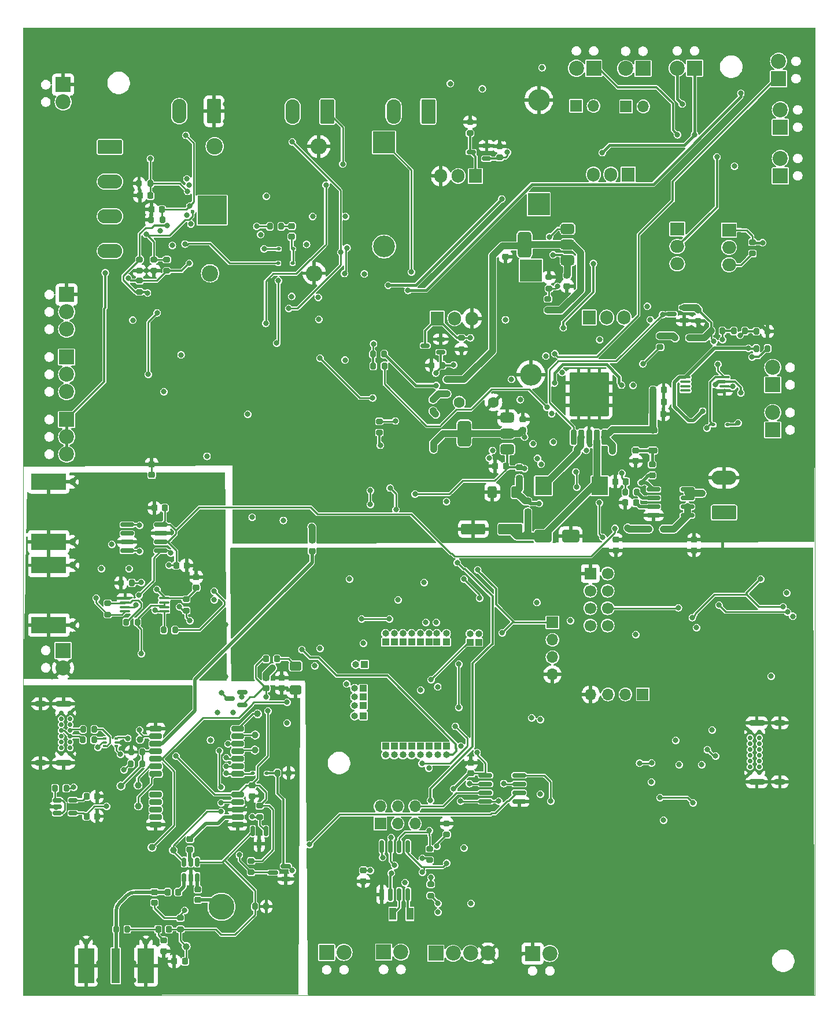
<source format=gbr>
%TF.GenerationSoftware,KiCad,Pcbnew,8.0.1*%
%TF.CreationDate,2024-08-10T17:13:53+02:00*%
%TF.ProjectId,Tracker,54726163-6b65-4722-9e6b-696361645f70,rev?*%
%TF.SameCoordinates,PX5aa5910PY998aa40*%
%TF.FileFunction,Copper,L4,Bot*%
%TF.FilePolarity,Positive*%
%FSLAX46Y46*%
G04 Gerber Fmt 4.6, Leading zero omitted, Abs format (unit mm)*
G04 Created by KiCad (PCBNEW 8.0.1) date 2024-08-10 17:13:53*
%MOMM*%
%LPD*%
G01*
G04 APERTURE LIST*
G04 Aperture macros list*
%AMRoundRect*
0 Rectangle with rounded corners*
0 $1 Rounding radius*
0 $2 $3 $4 $5 $6 $7 $8 $9 X,Y pos of 4 corners*
0 Add a 4 corners polygon primitive as box body*
4,1,4,$2,$3,$4,$5,$6,$7,$8,$9,$2,$3,0*
0 Add four circle primitives for the rounded corners*
1,1,$1+$1,$2,$3*
1,1,$1+$1,$4,$5*
1,1,$1+$1,$6,$7*
1,1,$1+$1,$8,$9*
0 Add four rect primitives between the rounded corners*
20,1,$1+$1,$2,$3,$4,$5,0*
20,1,$1+$1,$4,$5,$6,$7,0*
20,1,$1+$1,$6,$7,$8,$9,0*
20,1,$1+$1,$8,$9,$2,$3,0*%
%AMFreePoly0*
4,1,9,3.862500,-0.866500,0.737500,-0.866500,0.737500,-0.450000,-0.737500,-0.450000,-0.737500,0.450000,0.737500,0.450000,0.737500,0.866500,3.862500,0.866500,3.862500,-0.866500,3.862500,-0.866500,$1*%
G04 Aperture macros list end*
%TA.AperFunction,ComponentPad*%
%ADD10R,2.200000X2.200000*%
%TD*%
%TA.AperFunction,ComponentPad*%
%ADD11C,2.200000*%
%TD*%
%TA.AperFunction,SMDPad,CuDef*%
%ADD12R,5.080000X2.420000*%
%TD*%
%TA.AperFunction,SMDPad,CuDef*%
%ADD13R,0.950000X0.460000*%
%TD*%
%TA.AperFunction,ComponentPad*%
%ADD14C,0.970000*%
%TD*%
%TA.AperFunction,ComponentPad*%
%ADD15R,1.000000X1.000000*%
%TD*%
%TA.AperFunction,ComponentPad*%
%ADD16O,1.000000X1.000000*%
%TD*%
%TA.AperFunction,ComponentPad*%
%ADD17RoundRect,0.249999X0.790001X1.550001X-0.790001X1.550001X-0.790001X-1.550001X0.790001X-1.550001X0*%
%TD*%
%TA.AperFunction,ComponentPad*%
%ADD18O,2.080000X3.600000*%
%TD*%
%TA.AperFunction,ComponentPad*%
%ADD19R,1.700000X1.700000*%
%TD*%
%TA.AperFunction,ComponentPad*%
%ADD20O,1.700000X1.700000*%
%TD*%
%TA.AperFunction,ComponentPad*%
%ADD21RoundRect,0.249999X1.550001X-0.790001X1.550001X0.790001X-1.550001X0.790001X-1.550001X-0.790001X0*%
%TD*%
%TA.AperFunction,ComponentPad*%
%ADD22O,3.600000X2.080000*%
%TD*%
%TA.AperFunction,ComponentPad*%
%ADD23R,3.200000X3.200000*%
%TD*%
%TA.AperFunction,ComponentPad*%
%ADD24O,3.200000X3.200000*%
%TD*%
%TA.AperFunction,ComponentPad*%
%ADD25C,0.600000*%
%TD*%
%TA.AperFunction,SMDPad,CuDef*%
%ADD26R,4.300000X4.300000*%
%TD*%
%TA.AperFunction,ComponentPad*%
%ADD27C,1.700000*%
%TD*%
%TA.AperFunction,ComponentPad*%
%ADD28C,1.600000*%
%TD*%
%TA.AperFunction,ComponentPad*%
%ADD29R,1.905000X2.000000*%
%TD*%
%TA.AperFunction,ComponentPad*%
%ADD30O,1.905000X2.000000*%
%TD*%
%TA.AperFunction,ComponentPad*%
%ADD31C,2.400000*%
%TD*%
%TA.AperFunction,ComponentPad*%
%ADD32O,2.400000X2.400000*%
%TD*%
%TA.AperFunction,ComponentPad*%
%ADD33R,2.000000X1.905000*%
%TD*%
%TA.AperFunction,ComponentPad*%
%ADD34O,2.000000X1.905000*%
%TD*%
%TA.AperFunction,ComponentPad*%
%ADD35C,0.700000*%
%TD*%
%TA.AperFunction,ComponentPad*%
%ADD36O,2.400000X0.900000*%
%TD*%
%TA.AperFunction,ComponentPad*%
%ADD37O,1.700000X0.900000*%
%TD*%
%TA.AperFunction,ComponentPad*%
%ADD38RoundRect,0.249999X-1.550001X0.790001X-1.550001X-0.790001X1.550001X-0.790001X1.550001X0.790001X0*%
%TD*%
%TA.AperFunction,SMDPad,CuDef*%
%ADD39RoundRect,0.218750X-0.256250X0.218750X-0.256250X-0.218750X0.256250X-0.218750X0.256250X0.218750X0*%
%TD*%
%TA.AperFunction,SMDPad,CuDef*%
%ADD40RoundRect,0.200000X0.200000X0.275000X-0.200000X0.275000X-0.200000X-0.275000X0.200000X-0.275000X0*%
%TD*%
%TA.AperFunction,SMDPad,CuDef*%
%ADD41RoundRect,0.150000X0.825000X0.150000X-0.825000X0.150000X-0.825000X-0.150000X0.825000X-0.150000X0*%
%TD*%
%TA.AperFunction,SMDPad,CuDef*%
%ADD42RoundRect,0.200000X-0.275000X0.200000X-0.275000X-0.200000X0.275000X-0.200000X0.275000X0.200000X0*%
%TD*%
%TA.AperFunction,SMDPad,CuDef*%
%ADD43RoundRect,0.225000X0.225000X0.250000X-0.225000X0.250000X-0.225000X-0.250000X0.225000X-0.250000X0*%
%TD*%
%TA.AperFunction,SMDPad,CuDef*%
%ADD44C,1.000000*%
%TD*%
%TA.AperFunction,SMDPad,CuDef*%
%ADD45RoundRect,0.225000X0.250000X-0.225000X0.250000X0.225000X-0.250000X0.225000X-0.250000X-0.225000X0*%
%TD*%
%TA.AperFunction,SMDPad,CuDef*%
%ADD46RoundRect,0.150000X0.150000X-0.512500X0.150000X0.512500X-0.150000X0.512500X-0.150000X-0.512500X0*%
%TD*%
%TA.AperFunction,SMDPad,CuDef*%
%ADD47RoundRect,0.200000X-0.200000X-0.275000X0.200000X-0.275000X0.200000X0.275000X-0.200000X0.275000X0*%
%TD*%
%TA.AperFunction,SMDPad,CuDef*%
%ADD48RoundRect,0.225000X-0.225000X-0.250000X0.225000X-0.250000X0.225000X0.250000X-0.225000X0.250000X0*%
%TD*%
%TA.AperFunction,SMDPad,CuDef*%
%ADD49RoundRect,0.112500X0.187500X0.112500X-0.187500X0.112500X-0.187500X-0.112500X0.187500X-0.112500X0*%
%TD*%
%TA.AperFunction,SMDPad,CuDef*%
%ADD50RoundRect,0.200000X0.275000X-0.200000X0.275000X0.200000X-0.275000X0.200000X-0.275000X-0.200000X0*%
%TD*%
%TA.AperFunction,SMDPad,CuDef*%
%ADD51RoundRect,0.250000X1.500000X0.550000X-1.500000X0.550000X-1.500000X-0.550000X1.500000X-0.550000X0*%
%TD*%
%TA.AperFunction,SMDPad,CuDef*%
%ADD52RoundRect,0.250000X-0.600000X0.400000X-0.600000X-0.400000X0.600000X-0.400000X0.600000X0.400000X0*%
%TD*%
%TA.AperFunction,SMDPad,CuDef*%
%ADD53RoundRect,0.100000X0.637500X0.100000X-0.637500X0.100000X-0.637500X-0.100000X0.637500X-0.100000X0*%
%TD*%
%TA.AperFunction,SMDPad,CuDef*%
%ADD54RoundRect,0.375000X0.625000X0.375000X-0.625000X0.375000X-0.625000X-0.375000X0.625000X-0.375000X0*%
%TD*%
%TA.AperFunction,SMDPad,CuDef*%
%ADD55RoundRect,0.500000X0.500000X1.400000X-0.500000X1.400000X-0.500000X-1.400000X0.500000X-1.400000X0*%
%TD*%
%TA.AperFunction,SMDPad,CuDef*%
%ADD56RoundRect,0.225000X-0.250000X0.225000X-0.250000X-0.225000X0.250000X-0.225000X0.250000X0.225000X0*%
%TD*%
%TA.AperFunction,SMDPad,CuDef*%
%ADD57RoundRect,0.150000X0.587500X0.150000X-0.587500X0.150000X-0.587500X-0.150000X0.587500X-0.150000X0*%
%TD*%
%TA.AperFunction,SMDPad,CuDef*%
%ADD58RoundRect,0.093750X0.156250X0.093750X-0.156250X0.093750X-0.156250X-0.093750X0.156250X-0.093750X0*%
%TD*%
%TA.AperFunction,SMDPad,CuDef*%
%ADD59RoundRect,0.075000X0.250000X0.075000X-0.250000X0.075000X-0.250000X-0.075000X0.250000X-0.075000X0*%
%TD*%
%TA.AperFunction,SMDPad,CuDef*%
%ADD60RoundRect,0.200000X0.200000X-0.900000X0.200000X0.900000X-0.200000X0.900000X-0.200000X-0.900000X0*%
%TD*%
%TA.AperFunction,SMDPad,CuDef*%
%ADD61RoundRect,0.250000X1.125000X-1.275000X1.125000X1.275000X-1.125000X1.275000X-1.125000X-1.275000X0*%
%TD*%
%TA.AperFunction,SMDPad,CuDef*%
%ADD62RoundRect,0.249997X2.650003X-2.950003X2.650003X2.950003X-2.650003X2.950003X-2.650003X-2.950003X0*%
%TD*%
%TA.AperFunction,SMDPad,CuDef*%
%ADD63RoundRect,0.250000X-1.000000X-0.650000X1.000000X-0.650000X1.000000X0.650000X-1.000000X0.650000X0*%
%TD*%
%TA.AperFunction,SMDPad,CuDef*%
%ADD64RoundRect,0.218750X0.218750X0.256250X-0.218750X0.256250X-0.218750X-0.256250X0.218750X-0.256250X0*%
%TD*%
%TA.AperFunction,SMDPad,CuDef*%
%ADD65RoundRect,0.112500X0.112500X-0.187500X0.112500X0.187500X-0.112500X0.187500X-0.112500X-0.187500X0*%
%TD*%
%TA.AperFunction,SMDPad,CuDef*%
%ADD66RoundRect,0.150000X0.512500X0.150000X-0.512500X0.150000X-0.512500X-0.150000X0.512500X-0.150000X0*%
%TD*%
%TA.AperFunction,SMDPad,CuDef*%
%ADD67R,1.000000X1.800000*%
%TD*%
%TA.AperFunction,SMDPad,CuDef*%
%ADD68RoundRect,0.218750X0.256250X-0.218750X0.256250X0.218750X-0.256250X0.218750X-0.256250X-0.218750X0*%
%TD*%
%TA.AperFunction,SMDPad,CuDef*%
%ADD69R,1.219200X5.072800*%
%TD*%
%TA.AperFunction,SMDPad,CuDef*%
%ADD70R,2.420000X5.080000*%
%TD*%
%TA.AperFunction,SMDPad,CuDef*%
%ADD71R,0.460000X0.950000*%
%TD*%
%TA.AperFunction,SMDPad,CuDef*%
%ADD72RoundRect,0.218750X-0.218750X-0.256250X0.218750X-0.256250X0.218750X0.256250X-0.218750X0.256250X0*%
%TD*%
%TA.AperFunction,ComponentPad*%
%ADD73C,3.800000*%
%TD*%
%TA.AperFunction,SMDPad,CuDef*%
%ADD74RoundRect,0.225000X-0.425000X-0.225000X0.425000X-0.225000X0.425000X0.225000X-0.425000X0.225000X0*%
%TD*%
%TA.AperFunction,SMDPad,CuDef*%
%ADD75FreePoly0,0.000000*%
%TD*%
%TA.AperFunction,SMDPad,CuDef*%
%ADD76RoundRect,0.150000X0.150000X-0.800000X0.150000X0.800000X-0.150000X0.800000X-0.150000X-0.800000X0*%
%TD*%
%TA.AperFunction,SMDPad,CuDef*%
%ADD77RoundRect,0.200000X0.700000X0.200000X-0.700000X0.200000X-0.700000X-0.200000X0.700000X-0.200000X0*%
%TD*%
%TA.AperFunction,SMDPad,CuDef*%
%ADD78RoundRect,0.100000X-0.637500X-0.100000X0.637500X-0.100000X0.637500X0.100000X-0.637500X0.100000X0*%
%TD*%
%TA.AperFunction,SMDPad,CuDef*%
%ADD79RoundRect,0.250000X0.400000X0.600000X-0.400000X0.600000X-0.400000X-0.600000X0.400000X-0.600000X0*%
%TD*%
%TA.AperFunction,SMDPad,CuDef*%
%ADD80RoundRect,0.112500X-0.187500X-0.112500X0.187500X-0.112500X0.187500X0.112500X-0.187500X0.112500X0*%
%TD*%
%TA.AperFunction,SMDPad,CuDef*%
%ADD81R,2.450000X2.700000*%
%TD*%
%TA.AperFunction,SMDPad,CuDef*%
%ADD82RoundRect,0.150000X-0.150000X0.587500X-0.150000X-0.587500X0.150000X-0.587500X0.150000X0.587500X0*%
%TD*%
%TA.AperFunction,SMDPad,CuDef*%
%ADD83RoundRect,0.150000X-0.512500X-0.150000X0.512500X-0.150000X0.512500X0.150000X-0.512500X0.150000X0*%
%TD*%
%TA.AperFunction,ViaPad*%
%ADD84C,0.800000*%
%TD*%
%TA.AperFunction,ViaPad*%
%ADD85C,0.600000*%
%TD*%
%TA.AperFunction,Conductor*%
%ADD86C,0.250000*%
%TD*%
%TA.AperFunction,Conductor*%
%ADD87C,0.330000*%
%TD*%
%TA.AperFunction,Conductor*%
%ADD88C,0.300000*%
%TD*%
%TA.AperFunction,Conductor*%
%ADD89C,0.400000*%
%TD*%
%TA.AperFunction,Conductor*%
%ADD90C,1.000000*%
%TD*%
%TA.AperFunction,Conductor*%
%ADD91C,0.500000*%
%TD*%
%TA.AperFunction,Conductor*%
%ADD92C,0.450000*%
%TD*%
%TA.AperFunction,Conductor*%
%ADD93C,0.540000*%
%TD*%
%TA.AperFunction,Profile*%
%ADD94C,0.100000*%
%TD*%
G04 APERTURE END LIST*
D10*
%TO.P,J27,1,Pin_1*%
%TO.N,+VCC_Motor*%
X98225000Y135725000D03*
D11*
%TO.P,J27,2,Pin_2*%
%TO.N,Net-(J27-Pin_2)*%
X95685000Y135725000D03*
%TD*%
D12*
%TO.P,J20,2,Ext*%
%TO.N,GND_Security*%
X3650000Y75150000D03*
X3650000Y66390000D03*
D13*
X6640000Y75150000D03*
X6640000Y66390000D03*
D14*
X7090000Y75150000D03*
X7090000Y66390000D03*
%TD*%
D15*
%TO.P,JP10,1,A*%
%TO.N,Net-(JP10-A)*%
X55520000Y51695000D03*
D16*
%TO.P,JP10,2,B*%
%TO.N,/MCU/PB2-D10~*%
X55520000Y52965000D03*
%TD*%
D15*
%TO.P,JP23,1,A*%
%TO.N,Net-(JP23-A)*%
X61870000Y36455000D03*
D16*
%TO.P,JP23,2,B*%
%TO.N,/WIND_INTERRUPT*%
X61870000Y35185000D03*
%TD*%
D15*
%TO.P,JP19,1,A*%
%TO.N,Net-(JP19-A)*%
X56790000Y36455000D03*
D16*
%TO.P,JP19,2,B*%
%TO.N,/Anemometer/SCL*%
X56790000Y35185000D03*
%TD*%
D17*
%TO.P,J26,1,Pin_1*%
%TO.N,GND*%
X27865000Y129422500D03*
D18*
%TO.P,J26,2,Pin_2*%
%TO.N,+24V*%
X22785000Y129422500D03*
%TD*%
D19*
%TO.P,J4,1,Pin_1*%
%TO.N,/MCU/PD3-D3-(INT1)~*%
X77416000Y54574000D03*
D20*
%TO.P,J4,2,Pin_2*%
%TO.N,/MCU/PD5-D5~*%
X77416000Y52034000D03*
%TO.P,J4,3,Pin_3*%
%TO.N,/MCU/PD4-D4*%
X77416000Y49494000D03*
%TO.P,J4,4,Pin_4*%
%TO.N,GND*%
X77416000Y46954000D03*
%TD*%
D21*
%TO.P,J6,1,Pin_1*%
%TO.N,+24V*%
X102522500Y70660000D03*
D22*
%TO.P,J6,2,Pin_2*%
%TO.N,GND*%
X102522500Y75740000D03*
%TD*%
D10*
%TO.P,J21,1,Pin_1*%
%TO.N,+5V*%
X44360000Y6275000D03*
D11*
%TO.P,J21,2,Pin_2*%
%TO.N,/MCU/PC1-A1*%
X46900000Y6275000D03*
%TD*%
D15*
%TO.P,JP9,1,A*%
%TO.N,Net-(JP9-A)*%
X56790000Y51695000D03*
D16*
%TO.P,JP9,2,B*%
%TO.N,/MCU/PB1-D9~*%
X56790000Y52965000D03*
%TD*%
D23*
%TO.P,D6,1,K*%
%TO.N,Net-(D6-K)*%
X52760000Y124857500D03*
D24*
%TO.P,D6,2,A*%
%TO.N,+24V*%
X52760000Y109617500D03*
%TD*%
D15*
%TO.P,JP28,1,A*%
%TO.N,Net-(JP28-A)*%
X61895400Y51695000D03*
D16*
%TO.P,JP28,2,B*%
%TO.N,/MCU/PD5-D5~*%
X61895400Y52965000D03*
%TD*%
D25*
%TO.P,IC1,37*%
%TO.N,N/C*%
X26111500Y116442000D03*
X26111500Y115442000D03*
X26111500Y114442000D03*
X26111500Y113442000D03*
X27611500Y116442000D03*
X27611500Y115442000D03*
D26*
X27611500Y114942000D03*
D25*
X27611500Y114442000D03*
X27611500Y113442000D03*
X29111500Y116442000D03*
X29111500Y115442000D03*
X29111500Y114442000D03*
X29111500Y113442000D03*
%TD*%
D19*
%TO.P,U14,1,GND*%
%TO.N,GND*%
X82960000Y61740000D03*
D27*
%TO.P,U14,2,VCC*%
%TO.N,+3.3V*%
X85500000Y61740000D03*
%TO.P,U14,3,CE*%
%TO.N,/MCU/A6*%
X82960000Y59200000D03*
%TO.P,U14,4,~{CSN}*%
%TO.N,/MCU/PC3-A3*%
X85500000Y59200000D03*
%TO.P,U14,5,SCK*%
%TO.N,/MCU/CLK*%
X82960000Y56660000D03*
%TO.P,U14,6,MOSI*%
%TO.N,/MCU/MOSI*%
X85500000Y56660000D03*
%TO.P,U14,7,MISO*%
%TO.N,/MCU/MISO*%
X82960000Y54120000D03*
%TO.P,U14,8,IRQ*%
%TO.N,unconnected-(U14-IRQ-Pad8)*%
X85500000Y54120000D03*
%TD*%
D15*
%TO.P,JP18,1,A*%
%TO.N,Net-(JP18-A)*%
X55520000Y36455000D03*
D16*
%TO.P,JP18,2,B*%
%TO.N,/Anemometer/SDA*%
X55520000Y35185000D03*
%TD*%
D28*
%TO.P,C19,1*%
%TO.N,+VCap*%
X63775000Y86800000D03*
%TO.P,C19,2*%
%TO.N,GND*%
X68775000Y86800000D03*
%TD*%
D29*
%TO.P,Q5,1,G*%
%TO.N,Net-(Q3-D)*%
X66165000Y119932500D03*
D30*
%TO.P,Q5,2,D*%
%TO.N,Net-(D11-K)*%
X63625000Y119932500D03*
%TO.P,Q5,3,S*%
%TO.N,GND*%
X61085000Y119932500D03*
%TD*%
D10*
%TO.P,J36,1,Pin_1*%
%TO.N,+5V_Security*%
X109674000Y82768000D03*
D11*
%TO.P,J36,2,Pin_2*%
%TO.N,Net-(D32-A)*%
X109674000Y85308000D03*
%TD*%
D15*
%TO.P,JP1,1,A*%
%TO.N,Net-(JP1-A)*%
X49730000Y44922000D03*
D16*
%TO.P,JP1,2,B*%
%TO.N,/MCU/A6*%
X48460000Y44922000D03*
%TD*%
D15*
%TO.P,JP27,1,A*%
%TO.N,Net-(JP27-A)*%
X60498400Y51695000D03*
D16*
%TO.P,JP27,2,B*%
%TO.N,/GNSS_RX*%
X60498400Y52965000D03*
%TD*%
D31*
%TO.P,R80,1*%
%TO.N,/Stepper/SENSE_A*%
X27975000Y124275000D03*
D32*
%TO.P,R80,2*%
%TO.N,GND*%
X43215000Y124275000D03*
%TD*%
D19*
%TO.P,JP8,1,A*%
%TO.N,Net-(J23-Pin_1)*%
X80885000Y130200000D03*
D20*
%TO.P,JP8,2,B*%
%TO.N,/Motors/ENABLED*%
X83425000Y130200000D03*
%TD*%
D15*
%TO.P,JP3,1,A*%
%TO.N,Net-(JP3-A)*%
X49730000Y43652000D03*
D16*
%TO.P,JP3,2,B*%
%TO.N,/MCU/A7*%
X48460000Y43652000D03*
%TD*%
D10*
%TO.P,J35,1,Pin_1*%
%TO.N,Net-(J35-Pin_1)*%
X109674000Y89372000D03*
D11*
%TO.P,J35,2,Pin_2*%
%TO.N,+5V_Security*%
X109674000Y91912000D03*
%TD*%
D15*
%TO.P,JP14,1,A*%
%TO.N,Net-(JP14-A)*%
X49728800Y42424000D03*
D16*
%TO.P,JP14,2,B*%
%TO.N,/MCU/PC0-A0*%
X48458800Y42424000D03*
%TD*%
D10*
%TO.P,J23,1,Pin_1*%
%TO.N,Net-(J23-Pin_1)*%
X90675000Y135675000D03*
D11*
%TO.P,J23,2,Pin_2*%
%TO.N,Net-(J23-Pin_2)*%
X88135000Y135675000D03*
%TD*%
D12*
%TO.P,J2,2,Ext*%
%TO.N,GND_Security*%
X3690000Y62950000D03*
X3690000Y54190000D03*
D13*
X6680000Y62950000D03*
X6680000Y54190000D03*
D14*
X7130000Y62950000D03*
X7130000Y54190000D03*
%TD*%
D15*
%TO.P,JP22,1,A*%
%TO.N,Net-(JP22-A)*%
X60600000Y36455000D03*
D16*
%TO.P,JP22,2,B*%
%TO.N,/MCU/RX*%
X60600000Y35185000D03*
%TD*%
D15*
%TO.P,JP20,1,A*%
%TO.N,Net-(JP20-A)*%
X58060000Y36455000D03*
D16*
%TO.P,JP20,2,B*%
%TO.N,/DTR*%
X58060000Y35185000D03*
%TD*%
D15*
%TO.P,JP2,1,A*%
%TO.N,Net-(JP2-A)*%
X58060000Y51695000D03*
D16*
%TO.P,JP2,2,B*%
%TO.N,/MCU/PB0*%
X58060000Y52965000D03*
%TD*%
D19*
%TO.P,J8,1,Pin_1*%
%TO.N,/Anemometer/SDA*%
X52210000Y25110000D03*
D20*
%TO.P,J8,2,Pin_2*%
X52210000Y27650000D03*
%TO.P,J8,3,Pin_3*%
%TO.N,/OLED/B*%
X54750000Y25110000D03*
%TO.P,J8,4,Pin_4*%
%TO.N,/OLED/A*%
X54750000Y27650000D03*
%TO.P,J8,5,Pin_5*%
%TO.N,/Anemometer/SCL*%
X57290000Y25110000D03*
%TO.P,J8,6,Pin_6*%
X57290000Y27650000D03*
%TD*%
D15*
%TO.P,JP24,1,A*%
%TO.N,Net-(JP24-A)*%
X66620000Y51665000D03*
D16*
%TO.P,JP24,2,B*%
%TO.N,/MCU/PD3-D3-(INT1)~*%
X66620000Y52935000D03*
%TD*%
D29*
%TO.P,Q6,1,G*%
%TO.N,Net-(Q6-G)*%
X82800000Y99220000D03*
D30*
%TO.P,Q6,2,D*%
%TO.N,Net-(D14-A)*%
X85340000Y99220000D03*
%TO.P,Q6,3,S*%
%TO.N,+VCC_Motor*%
X87880000Y99220000D03*
%TD*%
D10*
%TO.P,J19,1,Pin_1*%
%TO.N,+5V*%
X52700000Y6315000D03*
D11*
%TO.P,J19,2,Pin_2*%
%TO.N,/MCU/PC2-A2*%
X55240000Y6315000D03*
%TD*%
D15*
%TO.P,JP11,1,A*%
%TO.N,Net-(JP11-A)*%
X54250000Y51695000D03*
D16*
%TO.P,JP11,2,B*%
%TO.N,/MCU/MOSI*%
X54250000Y52965000D03*
%TD*%
D10*
%TO.P,J18,1,Pin_1*%
%TO.N,+5V*%
X60340000Y6135000D03*
D11*
%TO.P,J18,2,Pin_2*%
%TO.N,/Anemometer/SDA*%
X62880000Y6135000D03*
%TO.P,J18,3,Pin_3*%
%TO.N,/Anemometer/SCL*%
X65420000Y6135000D03*
%TO.P,J18,4,Pin_4*%
%TO.N,GND*%
X67960000Y6135000D03*
%TD*%
D10*
%TO.P,J25,1,Pin_1*%
%TO.N,/Motors/ENABLED*%
X83470000Y135720000D03*
D11*
%TO.P,J25,2,Pin_2*%
%TO.N,Net-(J23-Pin_1)*%
X80930000Y135720000D03*
%TD*%
D31*
%TO.P,R79,1*%
%TO.N,/Stepper/SENSE_B*%
X27305000Y105700000D03*
D32*
%TO.P,R79,2*%
%TO.N,GND*%
X42545000Y105700000D03*
%TD*%
D10*
%TO.P,J29,1,Pin_1*%
%TO.N,Net-(J29-Pin_1)*%
X110775000Y127092000D03*
D11*
%TO.P,J29,2,Pin_2*%
%TO.N,/Motors/IN_A*%
X110775000Y129632000D03*
%TD*%
D17*
%TO.P,J33,1,Pin_1*%
%TO.N,Net-(D9-A)*%
X59240000Y129397500D03*
D18*
%TO.P,J33,2,Pin_2*%
%TO.N,Net-(D6-K)*%
X54160000Y129397500D03*
%TD*%
D10*
%TO.P,J32,1,Pin_1*%
%TO.N,/Stepper/STEP_CW*%
X6296000Y93436000D03*
D11*
%TO.P,J32,2,Pin_2*%
%TO.N,/Stepper/STEP_ENABLE*%
X6296000Y90896000D03*
%TO.P,J32,3,Pin_3*%
%TO.N,/Stepper/STEP_PULSE*%
X6296000Y88356000D03*
%TD*%
D15*
%TO.P,JP12,1,A*%
%TO.N,Net-(JP12-A)*%
X52980000Y51695000D03*
D16*
%TO.P,JP12,2,B*%
%TO.N,/MCU/MISO*%
X52980000Y52965000D03*
%TD*%
D15*
%TO.P,JP25,1,A*%
%TO.N,Net-(JP25-A)*%
X65350000Y51665000D03*
D16*
%TO.P,JP25,2,B*%
%TO.N,/MCU/PD4-D4*%
X65350000Y52935000D03*
%TD*%
D33*
%TO.P,Q2,1,G*%
%TO.N,Net-(Q2-G)*%
X103270000Y112040000D03*
D34*
%TO.P,Q2,2,D*%
%TO.N,+VCC_Motor*%
X103270000Y109500000D03*
%TO.P,Q2,3,S*%
%TO.N,Net-(D9-A)*%
X103270000Y106960000D03*
%TD*%
D17*
%TO.P,J7,1,Pin_1*%
%TO.N,Net-(D11-K)*%
X44455000Y129375000D03*
D18*
%TO.P,J7,2,Pin_2*%
%TO.N,Net-(D14-A)*%
X39375000Y129375000D03*
%TD*%
D23*
%TO.P,D15,1,K*%
%TO.N,Net-(D14-A)*%
X74270000Y106120000D03*
D24*
%TO.P,D15,2,A*%
%TO.N,GND*%
X74270000Y90880000D03*
%TD*%
D35*
%TO.P,J3,A1,GND*%
%TO.N,GND*%
X106350000Y32590000D03*
%TO.P,J3,A4,VBUS*%
%TO.N,+5V*%
X106350000Y33440000D03*
%TO.P,J3,A5,CC1*%
%TO.N,unconnected-(J3-CC1-PadA5)*%
X106350000Y34290000D03*
%TO.P,J3,A6,D+*%
%TO.N,Net-(J3-D+-PadA6)*%
X106350000Y35140000D03*
%TO.P,J3,A7,D-*%
%TO.N,Net-(J3-D--PadA7)*%
X106350000Y35990000D03*
%TO.P,J3,A8,SBU1*%
%TO.N,unconnected-(J3-SBU1-PadA8)*%
X106350000Y36840000D03*
%TO.P,J3,A9,VBUS*%
%TO.N,+5V*%
X106350000Y37690000D03*
%TO.P,J3,A12,GND*%
%TO.N,GND*%
X106350000Y38540000D03*
%TO.P,J3,B1,GND*%
X107700000Y38540000D03*
%TO.P,J3,B4,VBUS*%
%TO.N,+5V*%
X107700000Y37690000D03*
%TO.P,J3,B5,CC2*%
%TO.N,unconnected-(J3-CC2-PadB5)*%
X107700000Y36840000D03*
%TO.P,J3,B6,D+*%
%TO.N,Net-(J3-D+-PadA6)*%
X107700000Y35990000D03*
%TO.P,J3,B7,D-*%
%TO.N,Net-(J3-D--PadA7)*%
X107700000Y35140000D03*
%TO.P,J3,B8,SBU2*%
%TO.N,unconnected-(J3-SBU2-PadB8)*%
X107700000Y34290000D03*
%TO.P,J3,B9,VBUS*%
%TO.N,+5V*%
X107700000Y33440000D03*
%TO.P,J3,B12,GND*%
%TO.N,GND*%
X107700000Y32590000D03*
D36*
%TO.P,J3,S1,SHIELD*%
X107330000Y31240000D03*
D37*
X110710000Y31240000D03*
D36*
X107330000Y39890000D03*
D37*
X110710000Y39890000D03*
%TD*%
D15*
%TO.P,JP21,1,A*%
%TO.N,Net-(JP21-A)*%
X59330000Y36455000D03*
D16*
%TO.P,JP21,2,B*%
%TO.N,/MCU/TX*%
X59330000Y35185000D03*
%TD*%
D35*
%TO.P,J5,A1,GND*%
%TO.N,GND_GNSS*%
X6825000Y41300000D03*
%TO.P,J5,A4,VBUS*%
%TO.N,/GNSS/VBus*%
X6825000Y40450000D03*
%TO.P,J5,A5,CC1*%
%TO.N,unconnected-(J5-CC1-PadA5)*%
X6825000Y39600000D03*
%TO.P,J5,A6,D+*%
%TO.N,Net-(J5-D+-PadA6)*%
X6825000Y38750000D03*
%TO.P,J5,A7,D-*%
%TO.N,Net-(J5-D--PadA7)*%
X6825000Y37900000D03*
%TO.P,J5,A8,SBU1*%
%TO.N,unconnected-(J5-SBU1-PadA8)*%
X6825000Y37050000D03*
%TO.P,J5,A9,VBUS*%
%TO.N,/GNSS/VBus*%
X6825000Y36200000D03*
%TO.P,J5,A12,GND*%
%TO.N,GND_GNSS*%
X6825000Y35350000D03*
%TO.P,J5,B1,GND*%
X5475000Y35350000D03*
%TO.P,J5,B4,VBUS*%
%TO.N,/GNSS/VBus*%
X5475000Y36200000D03*
%TO.P,J5,B5,CC2*%
%TO.N,unconnected-(J5-CC2-PadB5)*%
X5475000Y37050000D03*
%TO.P,J5,B6,D+*%
%TO.N,Net-(J5-D+-PadA6)*%
X5475000Y37900000D03*
%TO.P,J5,B7,D-*%
%TO.N,Net-(J5-D--PadA7)*%
X5475000Y38750000D03*
%TO.P,J5,B8,SBU2*%
%TO.N,unconnected-(J5-SBU2-PadB8)*%
X5475000Y39600000D03*
%TO.P,J5,B9,VBUS*%
%TO.N,/GNSS/VBus*%
X5475000Y40450000D03*
%TO.P,J5,B12,GND*%
%TO.N,GND_GNSS*%
X5475000Y41300000D03*
D36*
%TO.P,J5,S1,SHIELD*%
X5845000Y42650000D03*
D37*
X2465000Y42650000D03*
D36*
X5845000Y34000000D03*
D37*
X2465000Y34000000D03*
%TD*%
D29*
%TO.P,Q4,1,G*%
%TO.N,Net-(Q4-G)*%
X88510000Y120180000D03*
D30*
%TO.P,Q4,2,D*%
%TO.N,Net-(D11-K)*%
X85970000Y120180000D03*
%TO.P,Q4,3,S*%
%TO.N,+VCC_Motor*%
X83430000Y120180000D03*
%TD*%
D33*
%TO.P,D13,1,A*%
%TO.N,Net-(D11-K)*%
X95690000Y112150000D03*
D34*
%TO.P,D13,2,K*%
%TO.N,+VCC_Motor*%
X95690000Y109610000D03*
%TO.P,D13,3,A*%
%TO.N,Net-(D14-A)*%
X95690000Y107070000D03*
%TD*%
D10*
%TO.P,J1,1,Pin_1*%
%TO.N,Net-(J1-Pin_1)*%
X5780000Y50480000D03*
D11*
%TO.P,J1,2,Pin_2*%
%TO.N,GND_Security*%
X5780000Y47940000D03*
%TD*%
D15*
%TO.P,JP13,1,A*%
%TO.N,Net-(JP13-A)*%
X49875000Y48425000D03*
D16*
%TO.P,JP13,2,B*%
%TO.N,/MCU/CLK*%
X48605000Y48425000D03*
%TD*%
D15*
%TO.P,JP26,1,A*%
%TO.N,Net-(JP26-A)*%
X59330000Y51695000D03*
D16*
%TO.P,JP26,2,B*%
%TO.N,/GNSS_TX*%
X59330000Y52965000D03*
%TD*%
D10*
%TO.P,J22,1,Pin_1*%
%TO.N,GND*%
X5788000Y133314000D03*
D11*
%TO.P,J22,2,Pin_2*%
%TO.N,Net-(J22-Pin_2)*%
X5788000Y130774000D03*
%TD*%
D10*
%TO.P,J11,1,Pin_1*%
%TO.N,GND*%
X74500000Y6110000D03*
D11*
%TO.P,J11,2,Pin_2*%
%TO.N,/DTR*%
X77040000Y6110000D03*
%TD*%
D19*
%TO.P,J9,1,Pin_1*%
%TO.N,/OLED/A*%
X90640000Y44050000D03*
D20*
%TO.P,J9,2,Pin_2*%
%TO.N,/OLED/B*%
X88100000Y44050000D03*
%TO.P,J9,3,Pin_3*%
%TO.N,+5V*%
X85560000Y44050000D03*
%TO.P,J9,4,Pin_4*%
%TO.N,GND*%
X83020000Y44050000D03*
%TD*%
D23*
%TO.P,D11,1,K*%
%TO.N,Net-(D11-K)*%
X75420000Y115810000D03*
D24*
%TO.P,D11,2,A*%
%TO.N,GND*%
X75420000Y131050000D03*
%TD*%
D10*
%TO.P,J30,1,Pin_1*%
%TO.N,/Motors/IN_B*%
X110521000Y134204000D03*
D11*
%TO.P,J30,2,Pin_2*%
%TO.N,Net-(J30-Pin_2)*%
X110521000Y136744000D03*
%TD*%
D19*
%TO.P,JP29,1,A*%
%TO.N,Net-(J23-Pin_2)*%
X88185000Y130125000D03*
D20*
%TO.P,JP29,2,B*%
%TO.N,Net-(J23-Pin_1)*%
X90725000Y130125000D03*
%TD*%
D10*
%TO.P,J31,1,Pin_1*%
%TO.N,+5V*%
X6296000Y84292000D03*
D11*
%TO.P,J31,2,Pin_2*%
X6296000Y81752000D03*
%TO.P,J31,3,Pin_3*%
X6296000Y79212000D03*
%TD*%
D29*
%TO.P,Q7,1,G*%
%TO.N,Net-(Q7-G)*%
X60576800Y99090800D03*
D30*
%TO.P,Q7,2,D*%
%TO.N,Net-(D14-A)*%
X63116800Y99090800D03*
%TO.P,Q7,3,S*%
%TO.N,GND*%
X65656800Y99090800D03*
%TD*%
D15*
%TO.P,JP17,1,A*%
%TO.N,Net-(JP17-A)*%
X54250000Y36455000D03*
D16*
%TO.P,JP17,2,B*%
%TO.N,/MCU/PC3-A3*%
X54250000Y35185000D03*
%TD*%
D38*
%TO.P,J16,1,Pin_1*%
%TO.N,Net-(IC1-OUT1A)*%
X12646000Y124200000D03*
D22*
%TO.P,J16,2,Pin_2*%
%TO.N,Net-(IC1-OUT2A)*%
X12646000Y119120000D03*
%TO.P,J16,3,Pin_3*%
%TO.N,Net-(IC1-OUT1B)*%
X12646000Y114040000D03*
%TO.P,J16,4,Pin_4*%
%TO.N,Net-(IC1-OUT2B)*%
X12646000Y108960000D03*
%TD*%
D10*
%TO.P,J12,1,Pin_1*%
%TO.N,GND*%
X6296000Y102580000D03*
D11*
%TO.P,J12,2,Pin_2*%
%TO.N,Net-(J12-Pin_2)*%
X6296000Y100040000D03*
%TO.P,J12,3,Pin_3*%
%TO.N,+VCC_Motor*%
X6296000Y97500000D03*
%TD*%
D15*
%TO.P,JP15,1,A*%
%TO.N,Net-(JP15-A)*%
X49730000Y40900000D03*
D16*
%TO.P,JP15,2,B*%
%TO.N,/MCU/PC1-A1*%
X48460000Y40900000D03*
%TD*%
D10*
%TO.P,J28,1,Pin_1*%
%TO.N,/Motors/ENABLED*%
X110775000Y119980000D03*
D11*
%TO.P,J28,2,Pin_2*%
%TO.N,Net-(J28-Pin_2)*%
X110775000Y122520000D03*
%TD*%
D15*
%TO.P,JP16,1,A*%
%TO.N,Net-(JP16-A)*%
X52980000Y36455000D03*
D16*
%TO.P,JP16,2,B*%
%TO.N,/MCU/PC2-A2*%
X52980000Y35185000D03*
%TD*%
D39*
%TO.P,L2,1,1*%
%TO.N,GND*%
X37792000Y46497000D03*
%TO.P,L2,2,2*%
%TO.N,GND_GNSS*%
X37792000Y44922000D03*
%TD*%
D40*
%TO.P,R76,1*%
%TO.N,/Power_Supply/WakeUp_Handler/PS_CTRL*%
X108905500Y94688000D03*
%TO.P,R76,2*%
%TO.N,+5V_Security*%
X107255500Y94688000D03*
%TD*%
D41*
%TO.P,U22,1,VDD*%
%TO.N,+5V_Security*%
X20105000Y68880000D03*
%TO.P,U22,2,VSS*%
%TO.N,GND_Security*%
X20105000Y67610000D03*
%TO.P,U22,3,A*%
%TO.N,+5V_Security*%
X20105000Y66340000D03*
%TO.P,U22,4,W*%
%TO.N,Net-(U1A--)*%
X20105000Y65070000D03*
%TO.P,U22,5,~{CS}*%
%TO.N,/SIMULATE_WIND{slash}~{CS_NUM_POT}*%
X15155000Y65070000D03*
%TO.P,U22,6,B*%
%TO.N,GND_Security*%
X15155000Y66340000D03*
%TO.P,U22,7,NC*%
%TO.N,unconnected-(U22-NC-Pad7)*%
X15155000Y67610000D03*
%TO.P,U22,8,U/~{D}*%
%TO.N,/CLK_POT_NUM{slash}~{CS_SD}*%
X15155000Y68880000D03*
%TD*%
D40*
%TO.P,R81,1*%
%TO.N,Net-(J35-Pin_1)*%
X105610000Y97246000D03*
%TO.P,R81,2*%
%TO.N,Net-(U29A-+)*%
X103960000Y97246000D03*
%TD*%
D42*
%TO.P,R8,1*%
%TO.N,Net-(U1A-+)*%
X12320000Y57390000D03*
%TO.P,R8,2*%
%TO.N,Net-(R104-Pad1)*%
X12320000Y55740000D03*
%TD*%
%TO.P,R98,1*%
%TO.N,/Stepper/CONTROL*%
X19075000Y107700000D03*
%TO.P,R98,2*%
%TO.N,GND*%
X19075000Y106050000D03*
%TD*%
D43*
%TO.P,C34,1*%
%TO.N,Net-(U21-J3)*%
X22650000Y15100000D03*
%TO.P,C34,2*%
%TO.N,Net-(J10-In)*%
X21100000Y15100000D03*
%TD*%
D44*
%TO.P,T8,1,1*%
%TO.N,Net-(U3-EXTINT)*%
X33850000Y35900000D03*
%TD*%
D45*
%TO.P,C4,1*%
%TO.N,Net-(J20-In)*%
X25260000Y59685000D03*
%TO.P,C4,2*%
%TO.N,GND_Security*%
X25260000Y61235000D03*
%TD*%
D46*
%TO.P,U21,1,J2*%
%TO.N,Net-(U21-J2)*%
X25400000Y17225000D03*
%TO.P,U21,2,GND*%
%TO.N,GND_GNSS*%
X24450000Y17225000D03*
%TO.P,U21,3,J3*%
%TO.N,Net-(U21-J3)*%
X23500000Y17225000D03*
%TO.P,U21,4,V2*%
%TO.N,Net-(Q1-S)*%
X23500000Y19500000D03*
%TO.P,U21,5,J1*%
%TO.N,Net-(U21-J1)*%
X24450000Y19500000D03*
%TO.P,U21,6,V1*%
%TO.N,/GNSS/~{ANTENNA_DETECT}*%
X25400000Y19500000D03*
%TD*%
D47*
%TO.P,R101,1*%
%TO.N,Net-(IC1-VCP)*%
X36050000Y112575000D03*
%TO.P,R101,2*%
%TO.N,Net-(C30-Pad2)*%
X37700000Y112575000D03*
%TD*%
D48*
%TO.P,C14,1*%
%TO.N,Net-(D16-K)*%
X92122000Y85054000D03*
%TO.P,C14,2*%
%TO.N,GND*%
X93672000Y85054000D03*
%TD*%
D49*
%TO.P,D30,1,K*%
%TO.N,Net-(D30-K)*%
X97482000Y96230000D03*
%TO.P,D30,2,A*%
%TO.N,/Power_Supply/WakeUp_Handler/WIND_INTERRUPT*%
X95382000Y96230000D03*
%TD*%
D50*
%TO.P,R17,1*%
%TO.N,/GNSS/~{ANTENNA_DETECT}*%
X22950000Y9650000D03*
%TO.P,R17,2*%
%TO.N,/GNSS/VCC_RF*%
X22950000Y11300000D03*
%TD*%
D51*
%TO.P,C33,1*%
%TO.N,Net-(D23-K)*%
X71225000Y68250000D03*
%TO.P,C33,2*%
%TO.N,GND*%
X65825000Y68250000D03*
%TD*%
D47*
%TO.P,R69,1*%
%TO.N,Net-(J5-D+-PadA6)*%
X8700000Y38925000D03*
%TO.P,R69,2*%
%TO.N,Net-(R69-Pad2)*%
X10350000Y38925000D03*
%TD*%
D44*
%TO.P,T1,1,1*%
%TO.N,Net-(Q1-S)*%
X21900000Y21250000D03*
%TD*%
D48*
%TO.P,C27,1*%
%TO.N,GND_Security*%
X19120000Y71340000D03*
%TO.P,C27,2*%
%TO.N,+5V_Security*%
X20670000Y71340000D03*
%TD*%
D52*
%TO.P,D31,1,K*%
%TO.N,/Power_Supply/+3.3VD_GNSS*%
X39824000Y48196000D03*
%TO.P,D31,2,A*%
%TO.N,GND_GNSS*%
X39824000Y44696000D03*
%TD*%
D48*
%TO.P,C12,1*%
%TO.N,Net-(D16-K)*%
X92148000Y88610000D03*
%TO.P,C12,2*%
%TO.N,GND*%
X93698000Y88610000D03*
%TD*%
D45*
%TO.P,C9,1*%
%TO.N,Net-(U21-J1)*%
X24350000Y21325000D03*
%TO.P,C9,2*%
%TO.N,Net-(U3-RF_IN)*%
X24350000Y22875000D03*
%TD*%
D53*
%TO.P,U29,1*%
%TO.N,Net-(D30-K)*%
X102608000Y90468000D03*
%TO.P,U29,2,-*%
%TO.N,Net-(U29A--)*%
X102608000Y89818000D03*
%TO.P,U29,3,+*%
%TO.N,Net-(U29A-+)*%
X102608000Y89168000D03*
%TO.P,U29,4,V-*%
%TO.N,GND*%
X102608000Y88518000D03*
%TO.P,U29,5,+*%
%TO.N,unconnected-(U29B-+-Pad5)*%
X96883000Y88518000D03*
%TO.P,U29,6,-*%
%TO.N,unconnected-(U29B---Pad6)*%
X96883000Y89168000D03*
%TO.P,U29,7*%
%TO.N,unconnected-(U29-Pad7)*%
X96883000Y89818000D03*
%TO.P,U29,8,V+*%
%TO.N,+5V_Security*%
X96883000Y90468000D03*
%TD*%
D47*
%TO.P,R9,1*%
%TO.N,GND_Security*%
X14215000Y60360000D03*
%TO.P,R9,2*%
%TO.N,Net-(R104-Pad1)*%
X15865000Y60360000D03*
%TD*%
D50*
%TO.P,R33,1*%
%TO.N,Net-(Q3-D)*%
X65350000Y126200000D03*
%TO.P,R33,2*%
%TO.N,GND*%
X65350000Y127850000D03*
%TD*%
D48*
%TO.P,C1,1*%
%TO.N,+5V_Security*%
X22325000Y62925000D03*
%TO.P,C1,2*%
%TO.N,GND_Security*%
X23875000Y62925000D03*
%TD*%
D54*
%TO.P,U11,1,GND*%
%TO.N,GND*%
X70812000Y84546000D03*
%TO.P,U11,2,VO*%
%TO.N,+3.3V*%
X70812000Y82246000D03*
D55*
X64512000Y82246000D03*
D54*
%TO.P,U11,3,VI*%
%TO.N,+5V*%
X70812000Y79946000D03*
%TD*%
D47*
%TO.P,R42,1*%
%TO.N,+VCC_Motor*%
X51175000Y92125000D03*
%TO.P,R42,2*%
%TO.N,Net-(R42-Pad2)*%
X52825000Y92125000D03*
%TD*%
D56*
%TO.P,C37,1*%
%TO.N,Net-(U12-OUT)*%
X89608000Y79746000D03*
%TO.P,C37,2*%
%TO.N,GND*%
X89608000Y78196000D03*
%TD*%
D42*
%TO.P,R99,1*%
%TO.N,+5V*%
X16964000Y104612000D03*
%TO.P,R99,2*%
%TO.N,/Stepper/HALF{slash}FULL*%
X16964000Y102962000D03*
%TD*%
D57*
%TO.P,Q10,1,G*%
%TO.N,Net-(Q10-G)*%
X32000000Y44400000D03*
%TO.P,Q10,2,S*%
%TO.N,+3.3V_GNSS*%
X32000000Y42500000D03*
%TO.P,Q10,3,D*%
%TO.N,Net-(Q10-D)*%
X30125000Y43450000D03*
%TD*%
D44*
%TO.P,T40,1,1*%
%TO.N,Net-(Q10-D)*%
X17050000Y37450000D03*
%TD*%
D39*
%TO.P,L1,1,1*%
%TO.N,+3.3V*%
X35506000Y46497000D03*
%TO.P,L1,2,2*%
%TO.N,+3.3V_GNSS*%
X35506000Y44922000D03*
%TD*%
D42*
%TO.P,R51,1*%
%TO.N,Net-(D19-K)*%
X59940000Y87205000D03*
%TO.P,R51,2*%
%TO.N,+VCap*%
X59940000Y85555000D03*
%TD*%
D45*
%TO.P,C7,1*%
%TO.N,GND_GNSS*%
X33474000Y29161000D03*
%TO.P,C7,2*%
%TO.N,+3.3V_GNSS*%
X33474000Y30711000D03*
%TD*%
D47*
%TO.P,R66,1*%
%TO.N,GND*%
X18650000Y113502000D03*
%TO.P,R66,2*%
%TO.N,/Stepper/RC_2*%
X20300000Y113502000D03*
%TD*%
D58*
%TO.P,U26,1,I/O1*%
%TO.N,/GNSS/D-*%
X13600000Y37575000D03*
D59*
%TO.P,U26,2,GND*%
%TO.N,GND_GNSS*%
X13675000Y37037500D03*
D58*
%TO.P,U26,3,I/O2*%
%TO.N,/GNSS/D+*%
X13600000Y36500000D03*
%TO.P,U26,4,I/O2*%
%TO.N,Net-(R69-Pad2)*%
X11900000Y36500000D03*
D59*
%TO.P,U26,5,VBUS*%
%TO.N,/GNSS/VBus*%
X11825000Y37037500D03*
D58*
%TO.P,U26,6,I/O1*%
%TO.N,Net-(R70-Pad2)*%
X11900000Y37575000D03*
%TD*%
D56*
%TO.P,C15,1*%
%TO.N,+5V*%
X79550000Y105375000D03*
%TO.P,C15,2*%
%TO.N,GND*%
X79550000Y103825000D03*
%TD*%
D60*
%TO.P,U4,1,IN*%
%TO.N,Net-(D16-K)*%
X85055000Y81700000D03*
%TO.P,U4,2,OUT*%
%TO.N,Net-(D23-K)*%
X83915000Y81700000D03*
%TO.P,U4,3,GND*%
%TO.N,GND*%
X82775000Y81700000D03*
D61*
X81250000Y86325000D03*
X84300000Y86325000D03*
D62*
X82775000Y88000000D03*
D61*
X81250000Y89675000D03*
X84300000Y89675000D03*
D60*
%TO.P,U4,4,Feedback*%
%TO.N,Net-(U4-Feedback)*%
X81635000Y81700000D03*
%TO.P,U4,5,~{ON}/OFF*%
%TO.N,/Power_Supply/WakeUp_Handler/PS_CTRL*%
X80495000Y81700000D03*
%TD*%
D50*
%TO.P,R97,1*%
%TO.N,+5V*%
X20950000Y106050000D03*
%TO.P,R97,2*%
%TO.N,/Stepper/CONTROL*%
X20950000Y107700000D03*
%TD*%
D40*
%TO.P,R39,1*%
%TO.N,/Motors/IN_B*%
X61330000Y92230000D03*
%TO.P,R39,2*%
%TO.N,GND*%
X59680000Y92230000D03*
%TD*%
D43*
%TO.P,C31,1*%
%TO.N,/Stepper/RC_1*%
X18551000Y117058000D03*
%TO.P,C31,2*%
%TO.N,GND*%
X17001000Y117058000D03*
%TD*%
D39*
%TO.P,L3,1,1*%
%TO.N,+VCap*%
X42230000Y66595000D03*
%TO.P,L3,2,2*%
%TO.N,+VCap_GNSS*%
X42230000Y65020000D03*
%TD*%
D47*
%TO.P,R13,1*%
%TO.N,Net-(R12-Pad2)*%
X15700000Y33900000D03*
%TO.P,R13,2*%
%TO.N,Net-(U3-RXD{slash}SPI_MOSI)*%
X17350000Y33900000D03*
%TD*%
D50*
%TO.P,R83,1*%
%TO.N,GND*%
X98752000Y98707000D03*
%TO.P,R83,2*%
%TO.N,Net-(D30-K)*%
X98752000Y100357000D03*
%TD*%
D45*
%TO.P,C25,1*%
%TO.N,GND_GNSS*%
X20500000Y6450000D03*
%TO.P,C25,2*%
%TO.N,Net-(C25-Pad2)*%
X20500000Y8000000D03*
%TD*%
D63*
%TO.P,D23,1,K*%
%TO.N,Net-(D23-K)*%
X76075000Y67225000D03*
%TO.P,D23,2,A*%
%TO.N,GND*%
X80075000Y67225000D03*
%TD*%
D64*
%TO.P,L6,1,1*%
%TO.N,/GNSS/~{ANTENNA_DETECT}*%
X21275000Y9650000D03*
%TO.P,L6,2,2*%
%TO.N,Net-(C25-Pad2)*%
X19700000Y9650000D03*
%TD*%
D40*
%TO.P,R82,1*%
%TO.N,Net-(U29A-+)*%
X102308000Y97246000D03*
%TO.P,R82,2*%
%TO.N,Net-(D30-K)*%
X100658000Y97246000D03*
%TD*%
D65*
%TO.P,D19,1,K*%
%TO.N,Net-(D19-K)*%
X61975000Y88050000D03*
%TO.P,D19,2,A*%
%TO.N,/Power_Supply/Vcapa*%
X61975000Y90150000D03*
%TD*%
D45*
%TO.P,C30,1*%
%TO.N,Net-(D22-A)*%
X39250000Y111050000D03*
%TO.P,C30,2*%
%TO.N,Net-(C30-Pad2)*%
X39250000Y112600000D03*
%TD*%
D54*
%TO.P,U16,1,ADJ*%
%TO.N,Net-(U16-ADJ)*%
X79630000Y112210000D03*
%TO.P,U16,2,VO*%
%TO.N,/Power_Supply/Vcapa*%
X79630000Y109910000D03*
D55*
X73330000Y109910000D03*
D54*
%TO.P,U16,3,VI*%
%TO.N,+5V*%
X79630000Y107610000D03*
%TD*%
D44*
%TO.P,T5,1,1*%
%TO.N,Net-(U3-TXD{slash}SPI_MISO)*%
X18800000Y21650000D03*
%TD*%
D47*
%TO.P,R32,1*%
%TO.N,+VCC_Motor*%
X51150000Y93875000D03*
%TO.P,R32,2*%
%TO.N,Net-(R32-Pad2)*%
X52800000Y93875000D03*
%TD*%
D41*
%TO.P,U17,1,IO0*%
%TO.N,Net-(D21-A)*%
X72550000Y32185000D03*
%TO.P,U17,2,IO1*%
%TO.N,/SIMULATE_WIND{slash}~{CS_NUM_POT}*%
X72550000Y30915000D03*
%TO.P,U17,3,IO2*%
%TO.N,/GNSS_ENABLED*%
X72550000Y29645000D03*
%TO.P,U17,4,VSS*%
%TO.N,GND*%
X72550000Y28375000D03*
%TO.P,U17,5,IO3*%
%TO.N,/CLK_POT_NUM{slash}~{CS_SD}*%
X67600000Y28375000D03*
%TO.P,U17,6,SCL*%
%TO.N,/Anemometer/SCL*%
X67600000Y29645000D03*
%TO.P,U17,7,SDA*%
%TO.N,/Anemometer/SDA*%
X67600000Y30915000D03*
%TO.P,U17,8,VDD*%
%TO.N,+5V*%
X67600000Y32185000D03*
%TD*%
D50*
%TO.P,R36,1*%
%TO.N,/Motors/IN_A*%
X69680000Y122640000D03*
%TO.P,R36,2*%
%TO.N,GND*%
X69680000Y124290000D03*
%TD*%
D43*
%TO.P,C40,1*%
%TO.N,Net-(U10-FILTER)*%
X89634000Y72100000D03*
%TO.P,C40,2*%
%TO.N,GND*%
X88084000Y72100000D03*
%TD*%
D42*
%TO.P,R44,1*%
%TO.N,Net-(R44-Pad1)*%
X52075000Y84025000D03*
%TO.P,R44,2*%
%TO.N,/Motors/IN_A*%
X52075000Y82375000D03*
%TD*%
D66*
%TO.P,Q8,1,S*%
%TO.N,GND*%
X61075000Y96050000D03*
%TO.P,Q8,2,G*%
%TO.N,/Motors/IN_B*%
X61075000Y94150000D03*
%TO.P,Q8,3,D*%
%TO.N,Net-(Q7-G)*%
X58800000Y95100000D03*
%TD*%
D49*
%TO.P,D36,1,K*%
%TO.N,Net-(D36-K)*%
X35600000Y32500000D03*
%TO.P,D36,2,A*%
%TO.N,/GNSS/VCC_USB*%
X33500000Y32500000D03*
%TD*%
D67*
%TO.P,Y2,1,1*%
%TO.N,Net-(U13-X2)*%
X54050000Y11900000D03*
%TO.P,Y2,2,2*%
%TO.N,Net-(U13-X1)*%
X56550000Y11900000D03*
%TD*%
D42*
%TO.P,R43,1*%
%TO.N,Net-(Q7-G)*%
X64070000Y96250000D03*
%TO.P,R43,2*%
%TO.N,GND*%
X64070000Y94600000D03*
%TD*%
D48*
%TO.P,C36,1*%
%TO.N,/GNSS/VCC_USB*%
X9200000Y26200000D03*
%TO.P,C36,2*%
%TO.N,GND_GNSS*%
X10750000Y26200000D03*
%TD*%
D39*
%TO.P,L11,1,1*%
%TO.N,Net-(U12-OUT)*%
X92020000Y77713500D03*
%TO.P,L11,2,2*%
%TO.N,+5V_Security*%
X92020000Y76138500D03*
%TD*%
D42*
%TO.P,R49,1*%
%TO.N,Net-(U16-ADJ)*%
X76756000Y101944000D03*
%TO.P,R49,2*%
%TO.N,/Power_Supply/Vcapa*%
X76756000Y100294000D03*
%TD*%
D39*
%TO.P,L9,1,1*%
%TO.N,Net-(J10-In)*%
X19150000Y15100000D03*
%TO.P,L9,2,2*%
%TO.N,/GNSS/VCC_RF*%
X19150000Y13525000D03*
%TD*%
D56*
%TO.P,C11,1*%
%TO.N,GND*%
X65478000Y34026000D03*
%TO.P,C11,2*%
%TO.N,+5V*%
X65478000Y32476000D03*
%TD*%
D47*
%TO.P,R112,1*%
%TO.N,/Vcurrent*%
X88100000Y73675000D03*
%TO.P,R112,2*%
%TO.N,Net-(U10-VIOUT)*%
X89750000Y73675000D03*
%TD*%
D43*
%TO.P,C26,1*%
%TO.N,/GNSS/~{ANTENNA_DETECT}*%
X23600000Y4950000D03*
%TO.P,C26,2*%
%TO.N,GND_GNSS*%
X22050000Y4950000D03*
%TD*%
D44*
%TO.P,T34,1,1*%
%TO.N,Net-(U3-SCL{slash}SPI_CLK)*%
X16750000Y30750000D03*
%TD*%
D47*
%TO.P,R14,1*%
%TO.N,GND_GNSS*%
X15750000Y35600000D03*
%TO.P,R14,2*%
%TO.N,Net-(U3-RXD{slash}SPI_MOSI)*%
X17400000Y35600000D03*
%TD*%
D40*
%TO.P,R75,1*%
%TO.N,GND*%
X108905500Y97198000D03*
%TO.P,R75,2*%
%TO.N,Net-(J35-Pin_1)*%
X107255500Y97198000D03*
%TD*%
D68*
%TO.P,L8,1,1*%
%TO.N,GND*%
X86700000Y65125000D03*
%TO.P,L8,2,2*%
X86700000Y66700000D03*
%TD*%
D39*
%TO.P,L10,1,1*%
%TO.N,GND*%
X18742000Y77739000D03*
%TO.P,L10,2,2*%
X18742000Y76164000D03*
%TD*%
%TO.P,L4,1,1*%
%TO.N,GND*%
X98140000Y66700000D03*
%TO.P,L4,2,2*%
X98140000Y65125000D03*
%TD*%
D69*
%TO.P,J10,1,In*%
%TO.N,Net-(J10-In)*%
X13479200Y4306400D03*
D70*
%TO.P,J10,2,Ext*%
%TO.N,GND_GNSS*%
X9150000Y4310000D03*
X17910000Y4310000D03*
D71*
X9150000Y7300000D03*
X17910000Y7300000D03*
D14*
X9150000Y7750000D03*
X17910000Y7750000D03*
%TD*%
D72*
%TO.P,L14,1,1*%
%TO.N,+3.3V_GNSS*%
X35506000Y49240000D03*
%TO.P,L14,2,2*%
%TO.N,/Power_Supply/+3.3VD_GNSS*%
X37081000Y49240000D03*
%TD*%
D73*
%TO.P,AE1,1,A*%
%TO.N,Net-(AE1-A)*%
X28950000Y12950000D03*
%TD*%
D74*
%TO.P,U12,1,OUT*%
%TO.N,Net-(U12-OUT)*%
X92102000Y79744000D03*
D75*
%TO.P,U12,2,GND*%
%TO.N,GND*%
X92189500Y81244000D03*
D74*
%TO.P,U12,3,IN*%
%TO.N,Net-(D16-K)*%
X92102000Y82744000D03*
%TD*%
D76*
%TO.P,U13,1,X1*%
%TO.N,Net-(U13-X1)*%
X56255000Y14750000D03*
%TO.P,U13,2,X2*%
%TO.N,Net-(U13-X2)*%
X54985000Y14750000D03*
%TO.P,U13,3,VBAT*%
%TO.N,+VCap*%
X53715000Y14750000D03*
%TO.P,U13,4,GND*%
%TO.N,GND*%
X52445000Y14750000D03*
%TO.P,U13,5,SDA*%
%TO.N,/Anemometer/SDA*%
X52445000Y21750000D03*
%TO.P,U13,6,SCL*%
%TO.N,/Anemometer/SCL*%
X53715000Y21750000D03*
%TO.P,U13,7,SQW/OUT*%
%TO.N,Net-(U13-SQW{slash}OUT)*%
X54985000Y21750000D03*
%TO.P,U13,8,VCC*%
%TO.N,+5V*%
X56255000Y21750000D03*
%TD*%
D44*
%TO.P,T38,1,1*%
%TO.N,Net-(U3-D_SEL)*%
X33900000Y38100000D03*
%TD*%
D50*
%TO.P,R52,1*%
%TO.N,Net-(D20-K)*%
X59600000Y14600000D03*
%TO.P,R52,2*%
%TO.N,Net-(R18-Pad2)*%
X59600000Y16250000D03*
%TD*%
D43*
%TO.P,C16,1*%
%TO.N,+5V*%
X70584000Y77434000D03*
%TO.P,C16,2*%
%TO.N,GND*%
X69034000Y77434000D03*
%TD*%
D57*
%TO.P,Q9,1,G*%
%TO.N,Net-(D30-K)*%
X96718000Y100663000D03*
%TO.P,Q9,2,S*%
%TO.N,GND*%
X96718000Y98763000D03*
%TO.P,Q9,3,D*%
%TO.N,/Power_Supply/WakeUp_Handler/PS_CTRL*%
X94843000Y99713000D03*
%TD*%
D42*
%TO.P,R100,1*%
%TO.N,/Stepper/HALF{slash}FULL*%
X16964000Y107723000D03*
%TO.P,R100,2*%
%TO.N,GND*%
X16964000Y106073000D03*
%TD*%
D77*
%TO.P,U3,1,~{SAFEBOOT}*%
%TO.N,Net-(U3-~{SAFEBOOT})*%
X31325000Y39000000D03*
%TO.P,U3,2,D_SEL*%
%TO.N,Net-(U3-D_SEL)*%
X31325000Y37900000D03*
%TO.P,U3,3,TIMEPULSE*%
%TO.N,Net-(U3-TIMEPULSE)*%
X31325000Y36800000D03*
%TO.P,U3,4,EXTINT*%
%TO.N,Net-(U3-EXTINT)*%
X31325000Y35700000D03*
%TO.P,U3,5,USB_DM*%
%TO.N,/GNSS/D-*%
X31325000Y34600000D03*
%TO.P,U3,6,USB_DP*%
%TO.N,/GNSS/D+*%
X31325000Y33500000D03*
%TO.P,U3,7,VDD_USB*%
%TO.N,/GNSS/VCC_USB*%
X31325000Y32400000D03*
%TO.P,U3,8,~{RESET}*%
%TO.N,+3.3V_GNSS*%
X31325000Y29400000D03*
%TO.P,U3,9,VCC_RF*%
%TO.N,/GNSS/VCC_RF*%
X31325000Y28300000D03*
%TO.P,U3,10,GND*%
%TO.N,GND_GNSS*%
X31325000Y27200000D03*
%TO.P,U3,11,RF_IN*%
%TO.N,Net-(U3-RF_IN)*%
X31325000Y26100000D03*
%TO.P,U3,12,GND*%
%TO.N,GND_GNSS*%
X31325000Y25000000D03*
%TO.P,U3,13,GND*%
X19325000Y25000000D03*
%TO.P,U3,14,RESERVED*%
%TO.N,unconnected-(U3-RESERVED-Pad14)*%
X19325000Y26100000D03*
%TO.P,U3,15,RESERVED*%
%TO.N,unconnected-(U3-RESERVED-Pad15)*%
X19325000Y27200000D03*
%TO.P,U3,16,RESERVED*%
%TO.N,unconnected-(U3-RESERVED-Pad16)*%
X19325000Y28300000D03*
%TO.P,U3,17,RESERVED*%
%TO.N,unconnected-(U3-RESERVED-Pad17)*%
X19325000Y29400000D03*
%TO.P,U3,18,SDA/~{SPI_CS}*%
%TO.N,Net-(U3-SDA{slash}~{SPI_CS})*%
X19325000Y32400000D03*
%TO.P,U3,19,SCL/SPI_CLK*%
%TO.N,Net-(U3-SCL{slash}SPI_CLK)*%
X19325000Y33500000D03*
%TO.P,U3,20,TXD/SPI_MISO*%
%TO.N,Net-(U3-TXD{slash}SPI_MISO)*%
X19325000Y34600000D03*
%TO.P,U3,21,RXD/SPI_MOSI*%
%TO.N,Net-(U3-RXD{slash}SPI_MOSI)*%
X19325000Y35700000D03*
%TO.P,U3,22,V_BCKP*%
%TO.N,+VCap_GNSS*%
X19325000Y36800000D03*
%TO.P,U3,23,VCC*%
%TO.N,Net-(Q10-D)*%
X19325000Y37900000D03*
%TO.P,U3,24,GND*%
%TO.N,GND_GNSS*%
X19325000Y39000000D03*
%TD*%
D47*
%TO.P,R65,1*%
%TO.N,GND*%
X16901000Y118836000D03*
%TO.P,R65,2*%
%TO.N,/Stepper/RC_1*%
X18551000Y118836000D03*
%TD*%
D40*
%TO.P,R7,1*%
%TO.N,Net-(U1B--)*%
X16660000Y54640000D03*
%TO.P,R7,2*%
%TO.N,Net-(U1A-+)*%
X15010000Y54640000D03*
%TD*%
D42*
%TO.P,R18,1*%
%TO.N,Net-(U13-SQW{slash}OUT)*%
X59450000Y21425000D03*
%TO.P,R18,2*%
%TO.N,Net-(R18-Pad2)*%
X59450000Y19775000D03*
%TD*%
%TO.P,R27,1*%
%TO.N,Net-(Q2-G)*%
X106700000Y110250000D03*
%TO.P,R27,2*%
%TO.N,Net-(D9-A)*%
X106700000Y108600000D03*
%TD*%
D44*
%TO.P,T33,1,1*%
%TO.N,Net-(U3-SDA{slash}~{SPI_CS})*%
X16800000Y27700000D03*
%TD*%
D78*
%TO.P,U1,1*%
%TO.N,Net-(R104-Pad1)*%
X14855000Y56200000D03*
%TO.P,U1,2,-*%
%TO.N,Net-(U1A--)*%
X14855000Y56850000D03*
%TO.P,U1,3,+*%
%TO.N,Net-(U1A-+)*%
X14855000Y57500000D03*
%TO.P,U1,4,V-*%
%TO.N,GND_Security*%
X14855000Y58150000D03*
%TO.P,U1,5,+*%
%TO.N,Net-(J20-In)*%
X20580000Y58150000D03*
%TO.P,U1,6,-*%
%TO.N,Net-(U1B--)*%
X20580000Y57500000D03*
%TO.P,U1,7*%
X20580000Y56850000D03*
%TO.P,U1,8,V+*%
%TO.N,+5V_Security*%
X20580000Y56200000D03*
%TD*%
D68*
%TO.P,L13,1,1*%
%TO.N,Net-(D23-K)*%
X73800000Y70775000D03*
%TO.P,L13,2,2*%
%TO.N,Net-(D29-K)*%
X73800000Y72350000D03*
%TD*%
D44*
%TO.P,T7,1,1*%
%TO.N,Net-(U3-~{SAFEBOOT})*%
X34250000Y41200000D03*
%TD*%
D47*
%TO.P,R5,1*%
%TO.N,+5V_Security*%
X20510000Y53470000D03*
%TO.P,R5,2*%
%TO.N,Net-(U2A-RCext)*%
X22160000Y53470000D03*
%TD*%
D57*
%TO.P,Q11,1,G*%
%TO.N,Net-(D36-K)*%
X38400000Y18900000D03*
%TO.P,Q11,2,S*%
%TO.N,GND_GNSS*%
X38400000Y17000000D03*
%TO.P,Q11,3,D*%
%TO.N,Net-(Q10-G)*%
X36525000Y17950000D03*
%TD*%
D44*
%TO.P,T4,1,1*%
%TO.N,Net-(U3-RXD{slash}SPI_MOSI)*%
X14250000Y30650000D03*
%TD*%
D40*
%TO.P,R92,1*%
%TO.N,GND_GNSS*%
X38800000Y32550000D03*
%TO.P,R92,2*%
%TO.N,Net-(D36-K)*%
X37150000Y32550000D03*
%TD*%
D66*
%TO.P,Q3,1,S*%
%TO.N,GND*%
X67785000Y124380000D03*
%TO.P,Q3,2,G*%
%TO.N,/Motors/IN_A*%
X67785000Y122480000D03*
%TO.P,Q3,3,D*%
%TO.N,Net-(Q3-D)*%
X65510000Y123430000D03*
%TD*%
D56*
%TO.P,C20,1*%
%TO.N,+5V*%
X49730000Y18252000D03*
%TO.P,C20,2*%
%TO.N,GND*%
X49730000Y16702000D03*
%TD*%
%TO.P,C18,1*%
%TO.N,/Power_Supply/Vcapa*%
X70558000Y109692000D03*
%TO.P,C18,2*%
%TO.N,GND*%
X70558000Y108142000D03*
%TD*%
D79*
%TO.P,D29,1,K*%
%TO.N,Net-(D29-K)*%
X72100000Y73650000D03*
%TO.P,D29,2,A*%
%TO.N,GND*%
X68600000Y73650000D03*
%TD*%
D43*
%TO.P,C32,1*%
%TO.N,/Stepper/RC_2*%
X20266000Y115026000D03*
%TO.P,C32,2*%
%TO.N,GND*%
X18716000Y115026000D03*
%TD*%
D42*
%TO.P,R48,1*%
%TO.N,GND*%
X76908000Y105120000D03*
%TO.P,R48,2*%
%TO.N,Net-(U16-ADJ)*%
X76908000Y103470000D03*
%TD*%
D80*
%TO.P,D22,1,K*%
%TO.N,Net-(D22-K)*%
X37275000Y107175000D03*
%TO.P,D22,2,A*%
%TO.N,Net-(D22-A)*%
X39375000Y107175000D03*
%TD*%
D47*
%TO.P,R56,1*%
%TO.N,Net-(J10-In)*%
X13525000Y9650000D03*
%TO.P,R56,2*%
%TO.N,Net-(C25-Pad2)*%
X15175000Y9650000D03*
%TD*%
D68*
%TO.P,L7,1,1*%
%TO.N,Net-(D29-K)*%
X72575000Y75687500D03*
%TO.P,L7,2,2*%
%TO.N,+5V*%
X72575000Y77262500D03*
%TD*%
D47*
%TO.P,R70,1*%
%TO.N,Net-(J5-D--PadA7)*%
X8675000Y37400000D03*
%TO.P,R70,2*%
%TO.N,Net-(R70-Pad2)*%
X10325000Y37400000D03*
%TD*%
D40*
%TO.P,R71,1*%
%TO.N,/GNSS/VBus*%
X6250000Y30300000D03*
%TO.P,R71,2*%
%TO.N,Net-(U27-ON{slash}~{OFF})*%
X4600000Y30300000D03*
%TD*%
D48*
%TO.P,C35,1*%
%TO.N,Net-(U27-BP)*%
X9200000Y29100000D03*
%TO.P,C35,2*%
%TO.N,GND_GNSS*%
X10750000Y29100000D03*
%TD*%
D41*
%TO.P,U10,1,IP+*%
%TO.N,+24V*%
X97175000Y74055000D03*
%TO.P,U10,2,IP+*%
X97175000Y72785000D03*
%TO.P,U10,3,IP-*%
%TO.N,Net-(D16-A)*%
X97175000Y71515000D03*
%TO.P,U10,4,IP-*%
X97175000Y70245000D03*
%TO.P,U10,5,GND*%
%TO.N,GND*%
X92225000Y70245000D03*
%TO.P,U10,6,FILTER*%
%TO.N,Net-(U10-FILTER)*%
X92225000Y71515000D03*
%TO.P,U10,7,VIOUT*%
%TO.N,Net-(U10-VIOUT)*%
X92225000Y72785000D03*
%TO.P,U10,8,VCC*%
%TO.N,+5V_Security*%
X92225000Y74055000D03*
%TD*%
D81*
%TO.P,L5,1,1*%
%TO.N,Net-(U4-Feedback)*%
X76100000Y74575000D03*
%TO.P,L5,2,2*%
%TO.N,Net-(D23-K)*%
X84350000Y74575000D03*
%TD*%
D80*
%TO.P,D16,1,K*%
%TO.N,Net-(D16-K)*%
X91550000Y68250000D03*
%TO.P,D16,2,A*%
%TO.N,Net-(D16-A)*%
X93650000Y68250000D03*
%TD*%
D50*
%TO.P,R93,1*%
%TO.N,Net-(Q10-G)*%
X33300000Y18000000D03*
%TO.P,R93,2*%
%TO.N,+3.3V_GNSS*%
X33300000Y19650000D03*
%TD*%
D56*
%TO.P,C10,1*%
%TO.N,Net-(U21-J2)*%
X25500000Y15500000D03*
%TO.P,C10,2*%
%TO.N,Net-(AE1-A)*%
X25500000Y13950000D03*
%TD*%
D50*
%TO.P,R1,1*%
%TO.N,Net-(D21-K)*%
X61922000Y23523000D03*
%TO.P,R1,2*%
%TO.N,GND*%
X61922000Y25173000D03*
%TD*%
D45*
%TO.P,C17,1*%
%TO.N,+3.3V*%
X73098000Y82742000D03*
%TO.P,C17,2*%
%TO.N,GND*%
X73098000Y84292000D03*
%TD*%
D43*
%TO.P,C8,1*%
%TO.N,/Vcurrent*%
X88175000Y75200000D03*
%TO.P,C8,2*%
%TO.N,GND*%
X86625000Y75200000D03*
%TD*%
D50*
%TO.P,R6,1*%
%TO.N,Net-(U2A-Q)*%
X23790000Y56310000D03*
%TO.P,R6,2*%
%TO.N,Net-(J20-In)*%
X23790000Y57960000D03*
%TD*%
%TO.P,R2,1*%
%TO.N,/WIND_INTERRUPT*%
X93164000Y94897000D03*
%TO.P,R2,2*%
%TO.N,/Power_Supply/WakeUp_Handler/WIND_INTERRUPT*%
X93164000Y96547000D03*
%TD*%
D40*
%TO.P,R57,1*%
%TO.N,GND_GNSS*%
X35527500Y12995000D03*
%TO.P,R57,2*%
%TO.N,/GNSS/~{ANTENNA_DETECT}*%
X33877500Y12995000D03*
%TD*%
D48*
%TO.P,C13,1*%
%TO.N,Net-(D16-K)*%
X92148000Y86832000D03*
%TO.P,C13,2*%
%TO.N,GND*%
X93698000Y86832000D03*
%TD*%
D82*
%TO.P,Q1,1,G*%
%TO.N,/GNSS/~{ANTENNA_DETECT}*%
X33550000Y24025000D03*
%TO.P,Q1,2,S*%
%TO.N,Net-(Q1-S)*%
X35450000Y24025000D03*
%TO.P,Q1,3,D*%
%TO.N,GND_GNSS*%
X34500000Y22150000D03*
%TD*%
D80*
%TO.P,D32,1,K*%
%TO.N,Net-(D30-K)*%
X100970000Y83530000D03*
%TO.P,D32,2,A*%
%TO.N,Net-(D32-A)*%
X103070000Y83530000D03*
%TD*%
D83*
%TO.P,U27,1,VIN*%
%TO.N,Net-(U27-ON{slash}~{OFF})*%
X4950000Y26650000D03*
%TO.P,U27,2,GND*%
%TO.N,GND_GNSS*%
X4950000Y27600000D03*
%TO.P,U27,3,ON/~{OFF}*%
%TO.N,Net-(U27-ON{slash}~{OFF})*%
X4950000Y28550000D03*
%TO.P,U27,4,BP*%
%TO.N,Net-(U27-BP)*%
X7225000Y28550000D03*
%TO.P,U27,5,VOUT*%
%TO.N,/GNSS/VCC_USB*%
X7225000Y26650000D03*
%TD*%
D49*
%TO.P,D35,1,K*%
%TO.N,Net-(D22-A)*%
X39425000Y109275000D03*
%TO.P,D35,2,A*%
%TO.N,+24V*%
X37325000Y109275000D03*
%TD*%
D44*
%TO.P,T52,1,1*%
%TO.N,/GNSS/~{ANTENNA_DETECT}*%
X23800000Y7150000D03*
%TD*%
D42*
%TO.P,R58,1*%
%TO.N,+3.3V_GNSS*%
X34550000Y27750000D03*
%TO.P,R58,2*%
%TO.N,Net-(Q1-S)*%
X34550000Y26100000D03*
%TD*%
D84*
%TO.N,GND_GNSS*%
X38960000Y2220000D03*
X38960000Y4760000D03*
X38960000Y7300000D03*
X38960000Y9840000D03*
X38960000Y12380000D03*
X38960000Y14920000D03*
X38960000Y20000000D03*
X38960000Y22540000D03*
X38960000Y25080000D03*
X38960000Y27620000D03*
X38960000Y30160000D03*
X38960000Y37780000D03*
X36420000Y2220000D03*
X36420000Y4760000D03*
X36420000Y7300000D03*
X36420000Y9840000D03*
X36420000Y14920000D03*
X36420000Y30160000D03*
X33880000Y2220000D03*
X33880000Y4760000D03*
X33880000Y7300000D03*
X33880000Y9840000D03*
X31340000Y4760000D03*
X31340000Y7300000D03*
X31340000Y14920000D03*
X28800000Y4760000D03*
X28800000Y7300000D03*
X28800000Y17460000D03*
X28800000Y22540000D03*
X26260000Y2220000D03*
X26260000Y4760000D03*
X26260000Y7300000D03*
X26260000Y12380000D03*
X26260000Y27620000D03*
X26260000Y35240000D03*
X23720000Y2220000D03*
X23720000Y27620000D03*
X23720000Y35240000D03*
X21180000Y2220000D03*
X21180000Y12380000D03*
X21180000Y17460000D03*
X21180000Y20000000D03*
X21180000Y22540000D03*
X21180000Y30160000D03*
X18640000Y17460000D03*
X18640000Y20000000D03*
X18640000Y42860000D03*
X16100000Y2220000D03*
X16100000Y4760000D03*
X16100000Y7300000D03*
X16100000Y12380000D03*
X16100000Y17460000D03*
X16100000Y20000000D03*
X16100000Y22540000D03*
X16100000Y25080000D03*
X13560000Y14920000D03*
X13560000Y17460000D03*
X13560000Y20000000D03*
X13560000Y22540000D03*
X13560000Y25080000D03*
X11020000Y2220000D03*
X11020000Y4760000D03*
X11020000Y7300000D03*
X11020000Y12380000D03*
X11020000Y14920000D03*
X11020000Y17460000D03*
X11020000Y20000000D03*
X11020000Y22540000D03*
X11020000Y25080000D03*
X11020000Y30160000D03*
X11020000Y32700000D03*
X8480000Y12380000D03*
X8480000Y14920000D03*
X8480000Y17460000D03*
X8480000Y20000000D03*
X8480000Y22540000D03*
X8480000Y25080000D03*
X8480000Y27620000D03*
X5940000Y2220000D03*
X5940000Y4760000D03*
X5940000Y7300000D03*
X5940000Y12380000D03*
X5940000Y14920000D03*
X5940000Y17460000D03*
X5940000Y20000000D03*
X5940000Y22540000D03*
X5940000Y25080000D03*
X5940000Y32700000D03*
X3400000Y2220000D03*
X3400000Y4760000D03*
X3400000Y7300000D03*
X3400000Y9840000D03*
X3400000Y12380000D03*
X3400000Y14920000D03*
X3400000Y17460000D03*
X3400000Y20000000D03*
X3400000Y22540000D03*
X3400000Y25080000D03*
X3400000Y30160000D03*
X3400000Y32700000D03*
X3400000Y35240000D03*
X3400000Y40320000D03*
%TO.N,+5V*%
X47280000Y45580000D03*
X99260000Y33746000D03*
X58366000Y17998000D03*
X77510000Y108390000D03*
X95958000Y33746000D03*
X73321520Y77112399D03*
X50746000Y18252000D03*
X47698000Y60924000D03*
X61939586Y19327087D03*
X60627806Y45146958D03*
X74580000Y80730000D03*
X58112000Y44668000D03*
X64462000Y21554000D03*
X54810000Y57876000D03*
X76460000Y93570000D03*
X42325000Y114025000D03*
X15300000Y105025000D03*
X95450000Y37302000D03*
X79000000Y97740000D03*
X83410000Y107120000D03*
X11950000Y105775000D03*
X58620000Y60416000D03*
X24249573Y107143598D03*
X47110000Y114010000D03*
X75638000Y29428000D03*
X62938000Y30227000D03*
X63997702Y36462298D03*
X57290000Y73380000D03*
X66380000Y35530000D03*
%TO.N,GND*%
X14280000Y130430000D03*
X11740000Y135510000D03*
X110800000Y102490000D03*
X95560000Y72010000D03*
X9200000Y122810000D03*
X67620000Y138050000D03*
X85400000Y31370000D03*
X9200000Y79630000D03*
X6660000Y117730000D03*
X42220000Y13590000D03*
X42220000Y16130000D03*
X90480000Y46610000D03*
X105720000Y127890000D03*
X9200000Y94870000D03*
X34600000Y66930000D03*
X82860000Y23750000D03*
X113340000Y36450000D03*
X98100000Y16130000D03*
X9200000Y112650000D03*
X90480000Y28830000D03*
X105720000Y117730000D03*
X65080000Y140590000D03*
X39680000Y66930000D03*
X67620000Y18670000D03*
X67620000Y13590000D03*
X67620000Y11050000D03*
X105720000Y66930000D03*
X21900000Y79630000D03*
X93020000Y44070000D03*
X4120000Y125350000D03*
X16820000Y79630000D03*
X103180000Y122810000D03*
X113340000Y110110000D03*
X93020000Y46610000D03*
X87940000Y110110000D03*
X4120000Y92330000D03*
X98120000Y83110000D03*
X6660000Y127890000D03*
X44760000Y11050000D03*
X32060000Y61850000D03*
X77780000Y61850000D03*
X72700000Y138050000D03*
X1580000Y135510000D03*
X47300000Y138050000D03*
X72700000Y122810000D03*
X80320000Y31370000D03*
X47300000Y87250000D03*
X6660000Y138050000D03*
X93020000Y64390000D03*
X93020000Y138050000D03*
X108260000Y5970000D03*
X52380000Y33910000D03*
X105720000Y140590000D03*
X110800000Y117730000D03*
X65080000Y16130000D03*
X4120000Y94870000D03*
X113340000Y89790000D03*
X37140000Y135510000D03*
X14280000Y87250000D03*
X4120000Y105030000D03*
X4120000Y122810000D03*
X79220000Y127120000D03*
X34600000Y122810000D03*
X52380000Y49150000D03*
X11740000Y140590000D03*
X67620000Y3430000D03*
X113340000Y74550000D03*
X62540000Y138050000D03*
X103180000Y38990000D03*
X105720000Y18670000D03*
X9200000Y125350000D03*
X57460000Y122810000D03*
X113340000Y102490000D03*
X103180000Y82170000D03*
X103180000Y23750000D03*
X110800000Y107570000D03*
X24440000Y135510000D03*
X54920000Y94870000D03*
X72700000Y5970000D03*
X67620000Y140590000D03*
X87940000Y18670000D03*
X54920000Y99950000D03*
X108260000Y28830000D03*
X37140000Y61850000D03*
X60000000Y61850000D03*
X93020000Y117730000D03*
X34600000Y92330000D03*
X54920000Y115190000D03*
X16820000Y89790000D03*
X44760000Y36450000D03*
X4120000Y135510000D03*
X34600000Y59310000D03*
X72700000Y11050000D03*
X16820000Y140590000D03*
X72700000Y130430000D03*
X100640000Y3430000D03*
X90480000Y87250000D03*
X67620000Y125350000D03*
X108260000Y87250000D03*
X9200000Y82170000D03*
X80320000Y59310000D03*
X26980000Y138050000D03*
X93020000Y105030000D03*
X98100000Y38990000D03*
X103180000Y102490000D03*
X103180000Y3430000D03*
X11740000Y79630000D03*
X9200000Y115190000D03*
X34600000Y51690000D03*
X98100000Y79630000D03*
X55138958Y20250001D03*
X113340000Y5970000D03*
X103180000Y125350000D03*
X90480000Y59310000D03*
X42220000Y33910000D03*
X100640000Y18670000D03*
X85400000Y110110000D03*
X19360000Y94870000D03*
X47300000Y84710000D03*
X49840000Y36450000D03*
X98100000Y3430000D03*
X17925000Y106050000D03*
X75240000Y36450000D03*
X62540000Y140590000D03*
X100640000Y26290000D03*
X90480000Y61850000D03*
X90480000Y21210000D03*
X34600000Y115190000D03*
X9200000Y132970000D03*
X100640000Y23750000D03*
X6660000Y120270000D03*
X82860000Y41530000D03*
X105720000Y46610000D03*
X39680000Y122810000D03*
X95560000Y92330000D03*
X52380000Y127890000D03*
X102290000Y64680000D03*
X90480000Y41530000D03*
X34600000Y127890000D03*
X16820000Y82170000D03*
X110800000Y69470000D03*
X19360000Y130430000D03*
X9200000Y117730000D03*
X113340000Y23750000D03*
X70160000Y3430000D03*
X4120000Y140590000D03*
X70160000Y125350000D03*
X100640000Y64390000D03*
X113340000Y72010000D03*
X57460000Y138050000D03*
X110800000Y72010000D03*
X52380000Y138050000D03*
X57460000Y115190000D03*
X110800000Y112650000D03*
X54920000Y138050000D03*
X14280000Y89790000D03*
X39680000Y64390000D03*
X80320000Y3430000D03*
X93020000Y41530000D03*
X87940000Y61850000D03*
X42220000Y36450000D03*
X108260000Y140590000D03*
X110800000Y61850000D03*
X70160000Y5970000D03*
X103180000Y46610000D03*
X39680000Y82170000D03*
X95560000Y21210000D03*
X67620000Y89790000D03*
X60730323Y43131729D03*
X11740000Y138050000D03*
X32060000Y59310000D03*
X105720000Y79630000D03*
X70160000Y8510000D03*
X108260000Y16130000D03*
X70160000Y61850000D03*
X37140000Y92330000D03*
X93020000Y16130000D03*
X108260000Y127890000D03*
X80320000Y5970000D03*
X98100000Y8510000D03*
X67620000Y16130000D03*
X52380000Y38990000D03*
X24440000Y127890000D03*
X93020000Y59310000D03*
X62540000Y13590000D03*
X113340000Y18670000D03*
X95560000Y8510000D03*
X16820000Y94870000D03*
X98100000Y61850000D03*
X100640000Y105030000D03*
X95560000Y66930000D03*
X19360000Y127890000D03*
X42220000Y79630000D03*
X9200000Y102490000D03*
X9200000Y140590000D03*
X113340000Y135510000D03*
X75240000Y13590000D03*
X100640000Y5970000D03*
X87940000Y66930000D03*
X93020000Y21210000D03*
X4120000Y138050000D03*
X110800000Y115190000D03*
X14280000Y84710000D03*
X52380000Y112650000D03*
X60000000Y41530000D03*
X108260000Y23750000D03*
X80320000Y23750000D03*
X72700000Y94870000D03*
X113340000Y107570000D03*
X49840000Y125350000D03*
X108260000Y102490000D03*
X65080000Y18670000D03*
X85400000Y41530000D03*
X39680000Y87250000D03*
X105720000Y28830000D03*
X98100000Y23750000D03*
X39680000Y69470000D03*
X105720000Y72010000D03*
X82860000Y66930000D03*
X108260000Y41530000D03*
X110800000Y74550000D03*
X83240000Y83630000D03*
X113340000Y77090000D03*
X44760000Y13590000D03*
X47300000Y59310000D03*
X44760000Y66930000D03*
X110800000Y16130000D03*
X52380000Y135510000D03*
X110800000Y66930000D03*
X105720000Y16130000D03*
X54920000Y112650000D03*
X24440000Y102490000D03*
X80320000Y122810000D03*
X105720000Y3430000D03*
X16820000Y130430000D03*
X85400000Y16130000D03*
X37140000Y127890000D03*
X80320000Y115190000D03*
X103180000Y105030000D03*
X113340000Y41530000D03*
X98100000Y21210000D03*
X29520000Y130430000D03*
X95560000Y94870000D03*
X113340000Y8510000D03*
X93020000Y18670000D03*
X49840000Y31370000D03*
X110800000Y18670000D03*
X82860000Y117730000D03*
X110800000Y49150000D03*
X9200000Y120270000D03*
X49840000Y11050000D03*
X85400000Y112650000D03*
X47300000Y69470000D03*
X77780000Y21210000D03*
X1580000Y107570000D03*
X113340000Y97410000D03*
X113340000Y105030000D03*
X108260000Y125350000D03*
X52380000Y61850000D03*
X105720000Y23750000D03*
X95560000Y16130000D03*
X113340000Y82170000D03*
X77780000Y26290000D03*
X80320000Y18670000D03*
X110800000Y64390000D03*
X105720000Y102490000D03*
X19360000Y125350000D03*
X75240000Y61850000D03*
X67620000Y8510000D03*
X32060000Y87250000D03*
X52380000Y97410000D03*
X110800000Y33910000D03*
X11740000Y82170000D03*
X110800000Y36450000D03*
X105720000Y82170000D03*
X44760000Y72010000D03*
X103180000Y132970000D03*
X75240000Y122810000D03*
X11740000Y87250000D03*
X111452000Y53558000D03*
X113340000Y117730000D03*
X63530000Y32580000D03*
X82860000Y77090000D03*
X95560000Y46610000D03*
X105720000Y115190000D03*
X103180000Y26290000D03*
X26980000Y135510000D03*
X29520000Y135510000D03*
X37140000Y79630000D03*
X96720000Y28158000D03*
X90480000Y69470000D03*
X77780000Y11050000D03*
X37140000Y115190000D03*
X95560000Y5970000D03*
X4120000Y127890000D03*
X82870000Y80590000D03*
X87940000Y28830000D03*
X32060000Y105030000D03*
X67620000Y23750000D03*
X72700000Y140590000D03*
X32060000Y46610000D03*
X72700000Y61850000D03*
X75240000Y46610000D03*
X67620000Y127890000D03*
X85400000Y21210000D03*
X44760000Y18670000D03*
X6660000Y107570000D03*
X57460000Y8510000D03*
X82860000Y16130000D03*
X80320000Y16130000D03*
X87940000Y23750000D03*
X1580000Y138050000D03*
X39680000Y94870000D03*
X44760000Y41530000D03*
X44760000Y69470000D03*
X75240000Y59310000D03*
X6660000Y115190000D03*
X113340000Y132970000D03*
X52380000Y66930000D03*
X75240000Y11050000D03*
X80320000Y11050000D03*
X75240000Y16130000D03*
X108260000Y44070000D03*
X103180000Y87250000D03*
X103180000Y5970000D03*
X62540000Y3430000D03*
X100640000Y132970000D03*
X108260000Y79630000D03*
X108260000Y77090000D03*
X95560000Y3430000D03*
X109674000Y52542000D03*
X109674000Y54066000D03*
X75240000Y18670000D03*
X100640000Y8510000D03*
X34600000Y84710000D03*
X39680000Y120270000D03*
X100640000Y16130000D03*
X95560000Y18670000D03*
X57460000Y94870000D03*
X82860000Y21210000D03*
X105720000Y8510000D03*
X29520000Y127890000D03*
X100640000Y28830000D03*
X77780000Y138050000D03*
X103180000Y138050000D03*
X6660000Y140590000D03*
X108260000Y74550000D03*
X65080000Y3430000D03*
X16820000Y84710000D03*
X47300000Y140590000D03*
X4120000Y107570000D03*
X57460000Y117730000D03*
X98100000Y44070000D03*
X98100000Y115190000D03*
X85400000Y18670000D03*
X108260000Y69470000D03*
X42220000Y127890000D03*
X54920000Y41530000D03*
X32060000Y64390000D03*
X95560000Y105030000D03*
X9200000Y105030000D03*
X21900000Y138050000D03*
X44760000Y16130000D03*
X77780000Y122810000D03*
X70160000Y13590000D03*
X4120000Y87250000D03*
X4120000Y120270000D03*
X93020000Y66930000D03*
X108260000Y18670000D03*
X39680000Y79630000D03*
X85400000Y138050000D03*
X113340000Y21210000D03*
X75240000Y23750000D03*
X6660000Y112650000D03*
X32060000Y66930000D03*
X110800000Y21210000D03*
X85400000Y36450000D03*
X14280000Y127890000D03*
X94434000Y54320000D03*
X100640000Y49150000D03*
X110800000Y41530000D03*
X32060000Y74550000D03*
X105720000Y41530000D03*
X74990000Y108390000D03*
X105720000Y77090000D03*
X49840000Y61850000D03*
X34600000Y64390000D03*
X72700000Y18670000D03*
X52380000Y56770000D03*
X113340000Y140590000D03*
X70160000Y74550000D03*
X103180000Y18670000D03*
X110800000Y110110000D03*
X105720000Y74550000D03*
X90480000Y49150000D03*
X93020000Y127890000D03*
X57460000Y125350000D03*
X103180000Y84710000D03*
X72700000Y13590000D03*
X37140000Y125350000D03*
X39680000Y46610000D03*
X98100000Y18670000D03*
X14280000Y94870000D03*
X44760000Y8510000D03*
X52380000Y102490000D03*
X113340000Y38990000D03*
X16820000Y135510000D03*
X4120000Y89790000D03*
X47300000Y79630000D03*
X47300000Y135510000D03*
X110800000Y105030000D03*
X110800000Y28830000D03*
X100640000Y99950000D03*
X99350000Y97650000D03*
X80320000Y21210000D03*
X34600000Y125350000D03*
X65080000Y84710000D03*
X98100000Y5970000D03*
X113340000Y112650000D03*
X110800000Y77090000D03*
X103180000Y44070000D03*
X107975000Y98150000D03*
X6660000Y135510000D03*
X49840000Y79630000D03*
X70160000Y72010000D03*
X105720000Y135510000D03*
X110800000Y44070000D03*
X90480000Y16130000D03*
X70160000Y16130000D03*
X110800000Y23750000D03*
X32060000Y138050000D03*
X42220000Y11050000D03*
X49840000Y13590000D03*
X44760000Y21210000D03*
X32060000Y127890000D03*
X105720000Y21210000D03*
X75240000Y138050000D03*
X16820000Y138050000D03*
X37140000Y120270000D03*
X32060000Y122810000D03*
X113340000Y69470000D03*
X103180000Y21210000D03*
X34600000Y138050000D03*
X60000000Y112650000D03*
X77780000Y135510000D03*
X42220000Y117730000D03*
X1580000Y110110000D03*
X60000000Y64390000D03*
X77780000Y72010000D03*
X105720000Y69470000D03*
X108260000Y49150000D03*
X60000000Y3430000D03*
X82860000Y36450000D03*
X47300000Y36450000D03*
X44760000Y135510000D03*
X34600000Y120270000D03*
X103180000Y99950000D03*
X37140000Y140590000D03*
X108260000Y115190000D03*
X99076372Y55585923D03*
X42220000Y120270000D03*
X87940000Y21210000D03*
X100640000Y21210000D03*
X9200000Y135510000D03*
X62540000Y79630000D03*
X113340000Y28830000D03*
X32060000Y130430000D03*
X72700000Y8510000D03*
X103180000Y8510000D03*
X113340000Y13590000D03*
X6660000Y110110000D03*
X29520000Y105030000D03*
X42220000Y5970000D03*
X98100000Y107570000D03*
X49840000Y5970000D03*
X32060000Y92330000D03*
X29520000Y138050000D03*
X108260000Y8510000D03*
X37140000Y138050000D03*
X6660000Y122810000D03*
X108260000Y72010000D03*
X54920000Y66930000D03*
X60000000Y117730000D03*
X95560000Y115190000D03*
X14280000Y82170000D03*
X82860000Y31370000D03*
X11740000Y127890000D03*
X42220000Y26290000D03*
X77780000Y8510000D03*
X95560000Y64390000D03*
X113340000Y33910000D03*
X44760000Y56770000D03*
X113340000Y92330000D03*
X110800000Y97410000D03*
X80320000Y61850000D03*
X54920000Y97410000D03*
X42220000Y130430000D03*
X70160000Y51690000D03*
X77780000Y16130000D03*
X103180000Y28830000D03*
X77780000Y59310000D03*
X110800000Y140590000D03*
X9200000Y89790000D03*
X65080000Y138050000D03*
X70160000Y94870000D03*
X108260000Y21210000D03*
X4120000Y117730000D03*
X95560000Y44070000D03*
X105720000Y105030000D03*
X102290000Y67090000D03*
X77780000Y117730000D03*
X80320000Y13590000D03*
X26980000Y102490000D03*
X110800000Y79630000D03*
X19360000Y82170000D03*
X97990000Y25740998D03*
X32060000Y125350000D03*
X82860000Y18670000D03*
X93020000Y49150000D03*
X85400000Y23750000D03*
X75240000Y8510000D03*
X44760000Y31370000D03*
X57460000Y66930000D03*
X105720000Y138050000D03*
X16820000Y132970000D03*
X1580000Y127890000D03*
X77780000Y18670000D03*
X42220000Y8510000D03*
X100640000Y79630000D03*
X80320000Y117730000D03*
X70160000Y18670000D03*
X75240000Y140590000D03*
X110800000Y11050000D03*
X52380000Y117730000D03*
X100640000Y61850000D03*
X70160000Y120270000D03*
X44760000Y138050000D03*
X103180000Y79630000D03*
X47300000Y38990000D03*
X60000000Y125350000D03*
X98100000Y49150000D03*
X49840000Y140590000D03*
X87940000Y31370000D03*
X32060000Y102490000D03*
X100640000Y135510000D03*
X100640000Y31370000D03*
X60000000Y8510000D03*
X97890000Y85710000D03*
X108260000Y66930000D03*
X103180000Y115190000D03*
X57460000Y127890000D03*
X85400000Y130430000D03*
X1580000Y125350000D03*
X70160000Y138050000D03*
X96530000Y36960000D03*
X108260000Y138050000D03*
X101375000Y88425000D03*
X62540000Y105030000D03*
X110800000Y8510000D03*
X85400000Y132970000D03*
X24440000Y82170000D03*
X85400000Y38990000D03*
X4120000Y112650000D03*
X6660000Y125350000D03*
X87940000Y38990000D03*
X21900000Y135510000D03*
X49840000Y138050000D03*
X93020000Y23750000D03*
X103180000Y16130000D03*
X4120000Y115190000D03*
X72700000Y97410000D03*
X49840000Y8510000D03*
X108260000Y26290000D03*
X24440000Y138050000D03*
X105720000Y26290000D03*
X39680000Y135510000D03*
X93020000Y89790000D03*
X37140000Y130430000D03*
X29520000Y122810000D03*
X90480000Y66930000D03*
X96212000Y55336000D03*
X103180000Y31370000D03*
X108260000Y112650000D03*
X34600000Y135510000D03*
X31234470Y112714786D03*
X6660000Y105030000D03*
X54920000Y117730000D03*
X21900000Y84710000D03*
X67620000Y84710000D03*
X70160000Y11050000D03*
X32060000Y120270000D03*
X77780000Y13590000D03*
X62540000Y112650000D03*
X9200000Y84710000D03*
X34600000Y140590000D03*
X93020000Y135510000D03*
X9200000Y110110000D03*
X60000000Y115190000D03*
X39680000Y138050000D03*
X113340000Y26290000D03*
X19360000Y79630000D03*
X103180000Y117730000D03*
X4120000Y110110000D03*
X14280000Y138050000D03*
X113340000Y44070000D03*
X19360000Y138050000D03*
X37140000Y122810000D03*
X39680000Y92330000D03*
X113340000Y115190000D03*
X100640000Y138050000D03*
X52380000Y115190000D03*
X113340000Y31370000D03*
X95560000Y61850000D03*
X11740000Y132970000D03*
X75240000Y21210000D03*
X34600000Y87250000D03*
X39680000Y89790000D03*
X113340000Y3430000D03*
X60000000Y102490000D03*
X54490037Y75084963D03*
X49840000Y122810000D03*
X34600000Y130430000D03*
X32060000Y49150000D03*
X103180000Y49150000D03*
X93020000Y61850000D03*
X70160000Y140590000D03*
X72700000Y3430000D03*
X32060000Y69470000D03*
X98100000Y105030000D03*
X49840000Y135510000D03*
X42220000Y28830000D03*
X60000000Y138050000D03*
X90480000Y23750000D03*
X62540000Y94870000D03*
X34600000Y82170000D03*
X24440000Y130430000D03*
X49840000Y115190000D03*
X14280000Y79630000D03*
X39680000Y84710000D03*
X72700000Y16130000D03*
X82860000Y69470000D03*
X75240000Y69470000D03*
X77780000Y38990000D03*
X113340000Y79630000D03*
X110800000Y125350000D03*
X113340000Y66930000D03*
X24440000Y94870000D03*
X1580000Y140590000D03*
X21580000Y116470000D03*
X108260000Y3430000D03*
X105720000Y125350000D03*
X49840000Y99950000D03*
X57460000Y5970000D03*
X110800000Y26290000D03*
X100640000Y46610000D03*
X105720000Y5970000D03*
X110800000Y13590000D03*
X87940000Y49150000D03*
X72700000Y41530000D03*
X42220000Y135510000D03*
X105720000Y64390000D03*
X19360000Y132970000D03*
X19360000Y135510000D03*
X80320000Y8510000D03*
X9200000Y138050000D03*
X44760000Y97410000D03*
X11740000Y84710000D03*
X87940000Y16130000D03*
X113340000Y11050000D03*
X113340000Y84710000D03*
X32060000Y135510000D03*
X97184601Y35245146D03*
X34600000Y105030000D03*
X113340000Y16130000D03*
X108260000Y130430000D03*
X113340000Y125350000D03*
X42220000Y138050000D03*
X108260000Y117730000D03*
X113340000Y138050000D03*
X87940000Y36450000D03*
X87940000Y79630000D03*
X100640000Y66930000D03*
X90480000Y18670000D03*
X14280000Y140590000D03*
X49840000Y102490000D03*
%TO.N,+3.3V*%
X84274000Y72100000D03*
X109420000Y46700000D03*
X80972000Y74386000D03*
X36450000Y47930000D03*
X80850000Y76610000D03*
X60010000Y79920000D03*
X100784000Y38826000D03*
X89608000Y52796000D03*
X84782000Y67020000D03*
X112603445Y55478275D03*
X73340000Y81720000D03*
X111706000Y58892000D03*
X61910000Y72270000D03*
%TO.N,+VCap*%
X63480000Y63330000D03*
X60330000Y85060000D03*
X42190000Y68560000D03*
X59550000Y28525000D03*
X53825000Y17875000D03*
%TO.N,Net-(D16-K)*%
X88438508Y68436492D03*
X86200000Y79650000D03*
%TO.N,Net-(U2A-RCext)*%
X27886000Y59146000D03*
%TO.N,Net-(J20-In)*%
X19504000Y59400000D03*
X12900000Y66004000D03*
%TO.N,/MCU/PD4-D4*%
X64462000Y60924000D03*
X66748000Y58130000D03*
%TO.N,/MCU/PD3-D3-(INT1)~*%
X66475000Y62275000D03*
X70050000Y53050000D03*
%TO.N,/MCU/MOSI*%
X95863966Y56709339D03*
X49476000Y55082000D03*
X53540000Y55082000D03*
%TO.N,/MCU/CLK*%
X49730000Y51526000D03*
%TO.N,/MCU/MISO*%
X75150000Y57500000D03*
%TO.N,GND_GNSS*%
X33474000Y27396000D03*
X34744000Y29428000D03*
X14413500Y37037500D03*
X3756000Y27650000D03*
X4754535Y27549999D03*
%TO.N,+3.3V_GNSS*%
X35760000Y41620000D03*
X22298000Y35016000D03*
X35506000Y43652000D03*
%TO.N,/Motors/IN_A*%
X52225000Y80525000D03*
X70812000Y123408000D03*
%TO.N,/Motors/IN_B*%
X62950000Y92275000D03*
X77760000Y93920000D03*
X60350000Y91090000D03*
X78830331Y91169669D03*
%TO.N,/OLED/A*%
X74368000Y40604000D03*
%TO.N,/OLED/B*%
X75638000Y40350000D03*
%TO.N,Net-(D6-K)*%
X72710000Y87190000D03*
X71420000Y90180000D03*
X56770000Y105890000D03*
%TO.N,/Anemometer/SCL*%
X63210000Y39370000D03*
X58310000Y33910000D03*
X53794000Y23078000D03*
X75750000Y77740000D03*
X54302000Y19014000D03*
X68160000Y78640000D03*
X65478000Y13426000D03*
%TO.N,/Anemometer/SDA*%
X75220000Y78600000D03*
X65270000Y30975002D03*
X68640000Y79760000D03*
X60652000Y12156000D03*
X59330000Y33240000D03*
X52548929Y20165031D03*
%TO.N,Net-(D9-A)*%
X37040000Y95480000D03*
X37290000Y104610000D03*
X67150000Y132710000D03*
%TO.N,Net-(D10-K)*%
X46960000Y105670000D03*
X47353939Y109413750D03*
%TO.N,+VCC_Motor*%
X84710000Y123360000D03*
X101500000Y122740000D03*
X53370000Y103950000D03*
X43215000Y98955000D03*
X70010000Y116580000D03*
X39240000Y102300000D03*
X49870000Y105610000D03*
X51230000Y95360000D03*
X98225000Y126005000D03*
%TO.N,Net-(D11-K)*%
X35460000Y98370000D03*
X44270000Y118610000D03*
X62460000Y133470000D03*
X46710000Y121700000D03*
%TO.N,Net-(D14-A)*%
X38808000Y100548000D03*
X39316000Y124932000D03*
X46428000Y108780000D03*
%TO.N,Net-(D20-K)*%
X60652000Y13426000D03*
%TO.N,Net-(Q2-G)*%
X108190000Y110170000D03*
%TO.N,Net-(Q3-D)*%
X89230000Y89280000D03*
%TO.N,Net-(Q7-G)*%
X65410000Y96250000D03*
%TO.N,Net-(U2A-Q)*%
X24330000Y54828000D03*
X22806000Y56860000D03*
%TO.N,Net-(U1B--)*%
X17218000Y50002000D03*
%TO.N,Net-(U3-TXD{slash}SPI_MISO)*%
X38554000Y42890000D03*
%TO.N,Net-(R12-Pad2)*%
X38554000Y39842000D03*
X14678000Y32984000D03*
%TO.N,Net-(J27-Pin_2)*%
X96410000Y130480000D03*
%TO.N,Net-(J28-Pin_2)*%
X77300000Y85140000D03*
X47060000Y93000000D03*
X104070000Y121370000D03*
%TO.N,Net-(R32-Pad2)*%
X60400000Y89270000D03*
X77710000Y89640000D03*
X87523971Y89330000D03*
%TO.N,Net-(R42-Pad2)*%
X76610000Y86080000D03*
%TO.N,Net-(R44-Pad1)*%
X54420000Y84080000D03*
X77550000Y80990000D03*
%TO.N,Net-(U1A--)*%
X21536000Y64734000D03*
X16896426Y58550331D03*
X16456000Y57114000D03*
%TO.N,/Stepper/RC_1*%
X18550000Y122475000D03*
X24006572Y117694282D03*
%TO.N,/MCU/A6*%
X80050000Y54825000D03*
%TO.N,Net-(U16-ADJ)*%
X78140000Y103770000D03*
X76980000Y111020000D03*
%TO.N,/SD_Reader/VoltageTranslator/2Y*%
X101800000Y57114000D03*
X111821736Y56101922D03*
%TO.N,/SD_Reader/VoltageTranslator/1Y*%
X111180106Y56868939D03*
X97900000Y55275000D03*
X107896000Y60924000D03*
%TO.N,Net-(D21-K)*%
X60501996Y21819445D03*
%TO.N,Net-(D21-A)*%
X77162000Y28412000D03*
%TO.N,Net-(D26-A)*%
X93164000Y28920000D03*
X97990000Y28158000D03*
%TO.N,/Stepper/RC_2*%
X24325000Y115550000D03*
X23750000Y125900000D03*
%TO.N,/MCU/PC2-A2*%
X55826000Y16474000D03*
%TO.N,Net-(JP24-A)*%
X63700000Y42128000D03*
X63700000Y48478000D03*
%TO.N,Net-(JP25-A)*%
X59636000Y46192000D03*
%TO.N,Net-(Q10-D)*%
X29000000Y44300000D03*
X16964000Y38826000D03*
%TO.N,Net-(U13-SQW{slash}OUT)*%
X59382000Y24094000D03*
%TO.N,Net-(R18-Pad2)*%
X59636000Y17236000D03*
X58366000Y20030000D03*
%TO.N,Net-(J23-Pin_2)*%
X91300000Y100860000D03*
X82367919Y79783515D03*
X91730000Y98880000D03*
%TO.N,Net-(J30-Pin_2)*%
X104990000Y132050000D03*
X56270000Y103195000D03*
%TO.N,Net-(IC1-OUT2A)*%
X34701460Y111354262D03*
%TO.N,Net-(R68-Pad2)*%
X101292000Y35016000D03*
X100095829Y35941319D03*
%TO.N,Net-(U19-CBUS0)*%
X90180000Y33970000D03*
X91940000Y34010000D03*
%TO.N,Net-(D30-K)*%
X101038000Y95722000D03*
X101633000Y92358603D03*
X100022000Y83022000D03*
%TO.N,/GNSS/VCC_RF*%
X28902000Y28158000D03*
X23568000Y12410000D03*
%TO.N,/GNSS/VCC_USB*%
X27356184Y37340604D03*
X12138000Y27650000D03*
X29664000Y32476000D03*
%TO.N,/GNSS/VBus*%
X7312000Y30444000D03*
X10868000Y36286000D03*
%TO.N,/GNSS/D+*%
X14170000Y35270000D03*
X29664000Y33492000D03*
%TO.N,/GNSS/D-*%
X15243812Y37594803D03*
X29664000Y34762000D03*
%TO.N,Net-(D29-K)*%
X75475000Y72000000D03*
%TO.N,/Power_Supply/WakeUp_Handler/PS_CTRL*%
X106626000Y93436000D03*
X93550000Y99650000D03*
%TO.N,Net-(Q10-G)*%
X31580000Y20540000D03*
X30670000Y41360000D03*
X31970000Y43700000D03*
%TO.N,Net-(J35-Pin_1)*%
X104888422Y96631483D03*
%TO.N,Net-(D32-A)*%
X104594000Y83784000D03*
%TO.N,/Stepper/SENSE_B*%
X20030406Y111892721D03*
%TO.N,/Stepper/STEP_CW*%
X23040000Y93750000D03*
X24220000Y118620000D03*
%TO.N,/Stepper/STEP_PULSE*%
X23900104Y119514523D03*
X20520000Y88356000D03*
X50746000Y73878000D03*
X50746000Y71846000D03*
%TO.N,/Stepper/STEP_ENABLE*%
X53663424Y74258326D03*
X19550000Y99890000D03*
X18250000Y90896000D03*
X54497168Y71102241D03*
X24488297Y112918800D03*
%TO.N,/MCU/RX*%
X93672000Y25618000D03*
%TO.N,/MCU/TX*%
X91894000Y31206000D03*
%TO.N,/GNSS_TX*%
X43380000Y50764000D03*
X58874000Y54574000D03*
%TO.N,/GNSS_RX*%
X42618000Y48224000D03*
X60398000Y54574000D03*
%TO.N,Net-(U3-TIMEPULSE)*%
X29918000Y36794000D03*
X28394000Y41366000D03*
%TO.N,/SIMULATE_WIND{slash}~{CS_NUM_POT}*%
X70292964Y30978318D03*
X16964000Y64988000D03*
%TO.N,GND_Security*%
X11740000Y54230000D03*
X16820000Y66930000D03*
X21900000Y72010000D03*
X11740000Y46610000D03*
X6660000Y56770000D03*
X21900000Y49150000D03*
X14280000Y72010000D03*
X24440000Y51690000D03*
X9200000Y49150000D03*
X4120000Y46610000D03*
X4120000Y49150000D03*
X11740000Y74550000D03*
X29520000Y46610000D03*
X9200000Y54230000D03*
X11740000Y49150000D03*
X11740000Y51690000D03*
X14280000Y74550000D03*
X14280000Y49150000D03*
X19360000Y49150000D03*
X11740000Y72010000D03*
X9200000Y51690000D03*
X26980000Y51690000D03*
X21900000Y46610000D03*
X26980000Y64390000D03*
X19360000Y46610000D03*
X9200000Y46610000D03*
X11740000Y69470000D03*
X14280000Y46610000D03*
X26980000Y74550000D03*
X16820000Y74550000D03*
X29520000Y54230000D03*
X19360000Y51690000D03*
X16820000Y46610000D03*
X19360000Y54230000D03*
X16820000Y72010000D03*
X4120000Y56770000D03*
X27610000Y62460000D03*
X19360000Y74550000D03*
%TO.N,+5V_Security*%
X99400000Y85500000D03*
X90400000Y75050000D03*
X86570000Y68340000D03*
X11376000Y62448000D03*
X21282000Y62956000D03*
X106118000Y94706000D03*
X19250000Y56352000D03*
%TO.N,/Motors/ENABLED*%
X95725000Y125975000D03*
X75900000Y135800000D03*
X51100000Y87450000D03*
X43390000Y93280000D03*
X43125000Y102175000D03*
%TO.N,Net-(D22-K)*%
X23631687Y109977054D03*
D85*
%TO.N,/Stepper/CONTROL*%
X24701764Y114740187D03*
D84*
X17975000Y111425000D03*
%TO.N,/Stepper/HALF{slash}FULL*%
X18125000Y102800000D03*
X21049412Y112710925D03*
%TO.N,Net-(IC1-VCP)*%
X34125000Y112575000D03*
%TO.N,/Stepper/Vref_B*%
X23918171Y114203077D03*
X35530000Y116980000D03*
%TO.N,/WIND_INTERRUPT*%
X90650000Y92440000D03*
X26840000Y78900000D03*
X40724963Y50600037D03*
X84330000Y95980000D03*
X70540000Y98880000D03*
%TO.N,/GNSS_ENABLED*%
X41856000Y22062000D03*
%TO.N,Net-(U29A-+)*%
X103829348Y89117337D03*
X102308000Y95976000D03*
%TO.N,Net-(U29A--)*%
X101284949Y89420940D03*
X105000000Y88200000D03*
%TO.N,/CLK_POT_NUM{slash}~{CS_SD}*%
X16964000Y68798000D03*
X98497994Y53811997D03*
X69542000Y28412000D03*
X63954000Y28412000D03*
%TO.N,Net-(R102-Pad1)*%
X33450000Y69975000D03*
X15975000Y98825000D03*
%TO.N,Net-(R104-Pad1)*%
X10614000Y58130000D03*
X15435347Y62443347D03*
X27886000Y57876000D03*
X17218000Y60416000D03*
%TO.N,Net-(Q1-S)*%
X28902000Y30444000D03*
X28902000Y26888000D03*
X28648000Y35778000D03*
X33474000Y26126000D03*
%TO.N,Net-(D36-K)*%
X39316000Y18252000D03*
%TO.N,/Vcurrent*%
X87576000Y76418000D03*
%TO.N,+24V*%
X41420000Y109910000D03*
X21770000Y109780000D03*
X99325000Y73500000D03*
X35200000Y109275000D03*
%TO.N,Net-(J22-Pin_2)*%
X32800000Y85050000D03*
X38025000Y69500000D03*
%TD*%
D86*
%TO.N,+5V*%
X70584000Y76959000D02*
X70584000Y77434000D01*
D87*
X70812000Y77662000D02*
X70584000Y77434000D01*
D88*
X15713000Y104612000D02*
X15300000Y105025000D01*
D87*
X72575000Y77262500D02*
X73171419Y77262500D01*
D89*
X6296000Y81752000D02*
X6296000Y79212000D01*
D88*
X11950000Y100625000D02*
X11950000Y105775000D01*
D89*
X65187000Y32476000D02*
X62938000Y30227000D01*
D86*
X58620000Y18760000D02*
X59636000Y18760000D01*
D88*
X16964000Y104612000D02*
X15713000Y104612000D01*
D86*
X67600000Y33990000D02*
X66380000Y35210000D01*
X64240000Y75310000D02*
X68935000Y75310000D01*
X67309000Y32476000D02*
X67600000Y32185000D01*
X66380000Y35210000D02*
X66380000Y35530000D01*
X57290000Y73380000D02*
X62310000Y73380000D01*
X58366000Y17998000D02*
X58620000Y18252000D01*
D87*
X83410000Y102970000D02*
X83410000Y107120000D01*
D86*
X16964000Y104612000D02*
X19512000Y104612000D01*
D87*
X73171419Y77262500D02*
X73321520Y77112399D01*
D86*
X19512000Y104612000D02*
X20950000Y106050000D01*
D88*
X11800000Y100475000D02*
X11950000Y100625000D01*
D86*
X62310000Y73380000D02*
X64240000Y75310000D01*
X56255000Y21750000D02*
X56255000Y20800001D01*
D87*
X79000000Y98560000D02*
X83410000Y102970000D01*
D88*
X6296000Y84292000D02*
X11800000Y89796000D01*
D90*
X79630000Y107610000D02*
X79630000Y105455000D01*
D88*
X11800000Y89796000D02*
X11800000Y100475000D01*
D86*
X50746000Y18252000D02*
X49730000Y18252000D01*
D88*
X20950000Y106050000D02*
X23155975Y106050000D01*
D86*
X68935000Y75310000D02*
X70584000Y76959000D01*
X67600000Y32185000D02*
X67600000Y33990000D01*
D89*
X65478000Y32476000D02*
X65187000Y32476000D01*
D87*
X72575000Y77262500D02*
X70755500Y77262500D01*
X78850000Y108390000D02*
X79630000Y107610000D01*
D88*
X23155975Y106050000D02*
X24249573Y107143598D01*
D90*
X79630000Y105455000D02*
X79550000Y105375000D01*
D87*
X70755500Y77262500D02*
X70584000Y77434000D01*
D86*
X58295001Y18760000D02*
X58620000Y18760000D01*
D87*
X77510000Y108390000D02*
X78850000Y108390000D01*
D86*
X61372499Y18760000D02*
X61939586Y19327087D01*
X56255000Y20800001D02*
X58295001Y18760000D01*
D87*
X79000000Y97740000D02*
X79000000Y98560000D01*
D86*
X65478000Y32476000D02*
X67309000Y32476000D01*
X58620000Y18252000D02*
X58620000Y18760000D01*
D89*
X6296000Y84292000D02*
X6296000Y81752000D01*
D86*
X59636000Y18760000D02*
X61372499Y18760000D01*
D87*
X70812000Y79946000D02*
X70812000Y77662000D01*
D86*
%TO.N,GND*%
X65478000Y34026000D02*
X64976000Y34026000D01*
X82775000Y83165000D02*
X83240000Y83630000D01*
D91*
X98752000Y98248000D02*
X99350000Y97650000D01*
D86*
X18742000Y77739000D02*
X18742000Y76164000D01*
D91*
X102515000Y88425000D02*
X102608000Y88518000D01*
X98752000Y98707000D02*
X98752000Y98248000D01*
D88*
X17925000Y106050000D02*
X16987000Y106050000D01*
X98752000Y98707000D02*
X96774000Y98707000D01*
X96774000Y98707000D02*
X96718000Y98763000D01*
D92*
X102290000Y67090000D02*
X102290000Y64680000D01*
D86*
X64976000Y34026000D02*
X63530000Y32580000D01*
D91*
X107975000Y98150000D02*
X107975000Y98128500D01*
D86*
X82775000Y81700000D02*
X82775000Y83165000D01*
X82775000Y81700000D02*
X82775000Y80685000D01*
D91*
X107975000Y98128500D02*
X108905500Y97198000D01*
X101375000Y88425000D02*
X102515000Y88425000D01*
D88*
X16987000Y106050000D02*
X16964000Y106073000D01*
D86*
X82775000Y80685000D02*
X82870000Y80590000D01*
D88*
X19075000Y106050000D02*
X17925000Y106050000D01*
D90*
%TO.N,+3.3V*%
X64512000Y82246000D02*
X70812000Y82246000D01*
X70812000Y82246000D02*
X72602000Y82246000D01*
X35506000Y46986000D02*
X36450000Y47930000D01*
D86*
X73340000Y81720000D02*
X73340000Y82500000D01*
D90*
X35506000Y46497000D02*
X35506000Y46986000D01*
X60710000Y81560000D02*
X60010000Y80860000D01*
D86*
X84274000Y72100000D02*
X84274000Y67528000D01*
X80972000Y74386000D02*
X80972000Y76488000D01*
D90*
X61396000Y82246000D02*
X60710000Y81560000D01*
X64512000Y82246000D02*
X61396000Y82246000D01*
D86*
X84274000Y67528000D02*
X84782000Y67020000D01*
D90*
X60010000Y80860000D02*
X60010000Y79920000D01*
D86*
X80972000Y76488000D02*
X80850000Y76610000D01*
X73098000Y82742000D02*
X73098000Y82260000D01*
D90*
X72602000Y82246000D02*
X73098000Y82742000D01*
D86*
X73340000Y82500000D02*
X73098000Y82742000D01*
%TO.N,+VCap*%
X64435000Y62375000D02*
X63480000Y63330000D01*
D88*
X65725000Y48575000D02*
X68575000Y51425000D01*
D90*
X59940000Y85450000D02*
X60330000Y85060000D01*
D86*
X64650000Y62375000D02*
X64435000Y62375000D01*
D88*
X68650000Y51425000D02*
X68650000Y58375000D01*
X65725000Y36375000D02*
X65725000Y48575000D01*
X68650000Y58375000D02*
X64650000Y62375000D01*
X63875000Y34525000D02*
X65725000Y36375000D01*
D90*
X42230000Y68520000D02*
X42190000Y68560000D01*
X59940000Y85555000D02*
X59940000Y85450000D01*
D88*
X59550000Y30200000D02*
X63875000Y34525000D01*
X53715000Y14750000D02*
X53715000Y17765000D01*
D90*
X42230000Y66595000D02*
X42230000Y68520000D01*
D88*
X53715000Y17765000D02*
X53825000Y17875000D01*
X59550000Y28525000D02*
X59550000Y30200000D01*
X68575000Y51425000D02*
X68650000Y51425000D01*
D90*
%TO.N,/Power_Supply/Vcapa*%
X68650000Y94340000D02*
X64460000Y90150000D01*
X68650000Y108259000D02*
X68650000Y94340000D01*
X73112000Y109692000D02*
X73330000Y109910000D01*
X78624000Y100294000D02*
X81550000Y103220000D01*
X70558000Y109692000D02*
X73112000Y109692000D01*
X79630000Y109910000D02*
X73330000Y109910000D01*
X81550000Y103220000D02*
X81550000Y108730000D01*
X70083000Y109692000D02*
X68650000Y108259000D01*
X64460000Y90150000D02*
X61975000Y90150000D01*
X81550000Y108730000D02*
X80370000Y109910000D01*
X80370000Y109910000D02*
X79630000Y109910000D01*
X70558000Y109692000D02*
X70083000Y109692000D01*
X76756000Y100294000D02*
X78624000Y100294000D01*
%TO.N,Net-(D16-K)*%
X92148000Y85080000D02*
X92122000Y85054000D01*
X85055000Y81700000D02*
X86170500Y82815500D01*
X92148000Y88610000D02*
X92148000Y86832000D01*
X92148000Y86832000D02*
X92148000Y85080000D01*
X85055000Y81700000D02*
X86200000Y80555000D01*
X92122000Y85054000D02*
X92122000Y82764000D01*
X86170500Y82815500D02*
X91576478Y82815500D01*
X88625000Y68250000D02*
X88438508Y68436492D01*
X92122000Y82764000D02*
X92102000Y82744000D01*
X86200000Y80555000D02*
X86200000Y79650000D01*
X91550000Y68250000D02*
X88625000Y68250000D01*
D86*
%TO.N,Net-(U2A-RCext)*%
X22160000Y53470000D02*
X25766000Y53470000D01*
X29410000Y57622000D02*
X27886000Y59146000D01*
X29410000Y57114000D02*
X29410000Y57622000D01*
X25766000Y53470000D02*
X29410000Y57114000D01*
%TO.N,Net-(J20-In)*%
X20580000Y58150000D02*
X23600000Y58150000D01*
X25260000Y59430000D02*
X23790000Y57960000D01*
X23600000Y58150000D02*
X23790000Y57960000D01*
X20580000Y58324000D02*
X19504000Y59400000D01*
X20580000Y58150000D02*
X20580000Y58324000D01*
X25260000Y59685000D02*
X25260000Y59430000D01*
%TO.N,/MCU/PD4-D4*%
X66748000Y58638000D02*
X64462000Y60924000D01*
X66748000Y58130000D02*
X66748000Y58638000D01*
D93*
%TO.N,Net-(U3-RF_IN)*%
X28430000Y25170000D02*
X26645000Y25170000D01*
X29360000Y26100000D02*
X28430000Y25170000D01*
X31325000Y26100000D02*
X29360000Y26100000D01*
X26645000Y25170000D02*
X24350000Y22875000D01*
D86*
%TO.N,/MCU/PD3-D3-(INT1)~*%
X71574000Y54574000D02*
X71800000Y54574000D01*
X70050000Y53050000D02*
X71574000Y54574000D01*
D88*
X69175000Y57199000D02*
X69175000Y59475000D01*
X71800000Y54574000D02*
X69175000Y57199000D01*
X69175000Y59475000D02*
X66475000Y62175000D01*
D86*
X71800000Y54574000D02*
X77416000Y54574000D01*
D88*
X66475000Y62175000D02*
X66475000Y62275000D01*
D86*
%TO.N,/MCU/MOSI*%
X50238000Y55082000D02*
X53540000Y55082000D01*
X49476000Y55082000D02*
X50238000Y55082000D01*
X95814627Y56660000D02*
X95863966Y56709339D01*
X85500000Y56660000D02*
X95814627Y56660000D01*
D93*
%TO.N,Net-(AE1-A)*%
X27950000Y13950000D02*
X28950000Y12950000D01*
X25500000Y13950000D02*
X27950000Y13950000D01*
D88*
%TO.N,GND_GNSS*%
X4950000Y27600000D02*
X3806000Y27600000D01*
X33474000Y29161000D02*
X33474000Y28711000D01*
D86*
X14424000Y37048000D02*
X14413500Y37037500D01*
X4950000Y27600000D02*
X4804536Y27600000D01*
X13675000Y37037500D02*
X14413500Y37037500D01*
D88*
X33474000Y28711000D02*
X31963000Y27200000D01*
X3806000Y27600000D02*
X3756000Y27650000D01*
X31963000Y27200000D02*
X31325000Y27200000D01*
D86*
X33474000Y29161000D02*
X34477000Y29161000D01*
X4804536Y27600000D02*
X4754535Y27549999D01*
D88*
X33474000Y29161000D02*
X33474000Y27396000D01*
D86*
X34477000Y29161000D02*
X34744000Y29428000D01*
%TO.N,+3.3V_GNSS*%
X36522000Y27142000D02*
X35914000Y27750000D01*
X35506000Y43652000D02*
X35506000Y44922000D01*
X33474000Y30711000D02*
X33474000Y30952000D01*
X35760000Y35016000D02*
X35760000Y41620000D01*
X34998000Y49240000D02*
X33982000Y48224000D01*
X35506000Y49240000D02*
X34998000Y49240000D01*
X35914000Y27750000D02*
X34550000Y27750000D01*
X33982000Y46446000D02*
X35506000Y44922000D01*
X33474000Y30952000D02*
X34236000Y31714000D01*
X35469000Y29728305D02*
X34486305Y30711000D01*
X33474000Y30711000D02*
X32636000Y30711000D01*
X33300000Y19650000D02*
X34872000Y19650000D01*
X36522000Y21300000D02*
X36522000Y27142000D01*
X33728000Y43652000D02*
X34998000Y44922000D01*
X34486305Y30711000D02*
X33474000Y30711000D01*
X35469000Y28669000D02*
X35469000Y29728305D01*
X32636000Y30711000D02*
X31325000Y29400000D01*
X32000000Y42500000D02*
X33152000Y43652000D01*
X35252000Y34508000D02*
X35760000Y35016000D01*
X34236000Y31714000D02*
X34236000Y33492000D01*
X33152000Y43652000D02*
X33728000Y43652000D01*
X34998000Y44922000D02*
X35506000Y44922000D01*
X34236000Y33492000D02*
X35252000Y34508000D01*
X34550000Y27750000D02*
X35469000Y28669000D01*
X33982000Y48224000D02*
X33982000Y46446000D01*
X31325000Y29400000D02*
X27914000Y29400000D01*
X27914000Y29400000D02*
X22298000Y35016000D01*
X34872000Y19650000D02*
X36522000Y21300000D01*
D88*
%TO.N,/Motors/IN_A*%
X67785000Y122480000D02*
X69520000Y122480000D01*
X52075000Y82375000D02*
X52075000Y80675000D01*
X52075000Y80675000D02*
X52225000Y80525000D01*
D86*
X70812000Y123408000D02*
X70812000Y122900000D01*
X70552000Y122640000D02*
X69680000Y122640000D01*
X70812000Y122900000D02*
X70552000Y122640000D01*
D88*
X69520000Y122480000D02*
X69680000Y122640000D01*
D87*
%TO.N,/Motors/IN_B*%
X107230000Y131330000D02*
X95030000Y119130000D01*
D88*
X61330000Y92230000D02*
X62905000Y92230000D01*
D87*
X110521000Y134204000D02*
X110104000Y134204000D01*
D86*
X90020000Y99576553D02*
X83943447Y93500000D01*
D88*
X61075000Y94150000D02*
X61075000Y92485000D01*
X62905000Y92230000D02*
X62950000Y92275000D01*
D86*
X60350000Y91090000D02*
X60350000Y91250000D01*
X78180000Y93500000D02*
X77760000Y93920000D01*
X60350000Y91250000D02*
X61330000Y92230000D01*
X95030000Y116390000D02*
X90020000Y111380000D01*
D87*
X110104000Y134204000D02*
X107230000Y131330000D01*
X95030000Y119130000D02*
X95030000Y116390000D01*
D86*
X90020000Y111380000D02*
X90020000Y99576553D01*
X83943447Y93500000D02*
X78180000Y93500000D01*
D88*
X61075000Y92485000D02*
X61330000Y92230000D01*
D86*
%TO.N,Net-(D6-K)*%
X52760000Y124857500D02*
X56770000Y120847500D01*
X56770000Y120847500D02*
X56770000Y105890000D01*
D91*
%TO.N,+VCap_GNSS*%
X19325000Y36800000D02*
X20225000Y36800000D01*
X20225000Y36800000D02*
X25100000Y41675000D01*
X25100000Y46230000D02*
X42230000Y63360000D01*
X42230000Y63360000D02*
X42230000Y65020000D01*
X25100000Y41675000D02*
X25100000Y46230000D01*
D86*
%TO.N,/Anemometer/SCL*%
X67600000Y29645000D02*
X63381305Y29645000D01*
X64940000Y37640000D02*
X63210000Y39370000D01*
X63381305Y29645000D02*
X61386305Y27650000D01*
X53715000Y21750000D02*
X53715000Y22999000D01*
X58310000Y33910000D02*
X58315000Y33915000D01*
X61386305Y27650000D02*
X57290000Y27650000D01*
X62405000Y33915000D02*
X64940000Y36450000D01*
X53715000Y19601000D02*
X54302000Y19014000D01*
X58315000Y33915000D02*
X62405000Y33915000D01*
X64940000Y36450000D02*
X64940000Y37640000D01*
X53715000Y22999000D02*
X53794000Y23078000D01*
X53715000Y21750000D02*
X53715000Y19601000D01*
%TO.N,/Anemometer/SDA*%
X52445000Y21750000D02*
X52445000Y20268960D01*
X65330002Y30915000D02*
X65270000Y30975002D01*
X52445000Y20268960D02*
X52548929Y20165031D01*
X67600000Y30915000D02*
X65330002Y30915000D01*
%TO.N,Net-(D9-A)*%
X106700000Y108600000D02*
X104998000Y106898000D01*
X104998000Y106898000D02*
X103332000Y106898000D01*
X103332000Y106898000D02*
X103270000Y106960000D01*
X37290000Y104610000D02*
X37290000Y95730000D01*
X37290000Y95730000D02*
X37040000Y95480000D01*
%TO.N,Net-(D10-K)*%
X47190000Y109249811D02*
X47353939Y109413750D01*
X46960000Y105670000D02*
X47190000Y105900000D01*
X47190000Y105900000D02*
X47190000Y109249811D01*
D89*
%TO.N,+VCC_Motor*%
X84710000Y123360000D02*
X85780000Y124430000D01*
D88*
X51175000Y92125000D02*
X51175000Y93850000D01*
D87*
X95690000Y109610000D02*
X101500000Y115420000D01*
D89*
X70010000Y116580000D02*
X57380000Y103950000D01*
X85780000Y124430000D02*
X96720000Y124430000D01*
X98260000Y125970000D02*
X98225000Y126005000D01*
X96720000Y124430000D02*
X98260000Y125970000D01*
D86*
X51150000Y95280000D02*
X51230000Y95360000D01*
D87*
X101500000Y115420000D02*
X101500000Y122740000D01*
D88*
X51175000Y93850000D02*
X51150000Y93875000D01*
D86*
X51150000Y93875000D02*
X51150000Y95280000D01*
D89*
X98225000Y126005000D02*
X98225000Y135725000D01*
X57380000Y103950000D02*
X53370000Y103950000D01*
D86*
%TO.N,Net-(D11-K)*%
X46710000Y121700000D02*
X46710000Y127120000D01*
X44030000Y109690000D02*
X44270000Y109930000D01*
X35460000Y98370000D02*
X35460000Y104600000D01*
X39620000Y105630000D02*
X39920000Y105630000D01*
X35970000Y105110000D02*
X36490000Y105630000D01*
X42000000Y107660000D02*
X44030000Y109690000D01*
X39920000Y105630000D02*
X41950000Y107660000D01*
X46710000Y127120000D02*
X44455000Y129375000D01*
X41950000Y107660000D02*
X42000000Y107660000D01*
X36490000Y105630000D02*
X39620000Y105630000D01*
X35460000Y104600000D02*
X35970000Y105110000D01*
X44270000Y109930000D02*
X44270000Y118610000D01*
%TO.N,Net-(D14-A)*%
X39316000Y124932000D02*
X46428000Y117820000D01*
X46428000Y117820000D02*
X46428000Y108780000D01*
X40078000Y100548000D02*
X38808000Y100548000D01*
X46428000Y108780000D02*
X46428000Y106898000D01*
X46428000Y106898000D02*
X40078000Y100548000D01*
D90*
%TO.N,Net-(D19-K)*%
X61975000Y88050000D02*
X60785000Y88050000D01*
X60785000Y88050000D02*
X59940000Y87205000D01*
D88*
%TO.N,Net-(D20-K)*%
X60652000Y13548000D02*
X59600000Y14600000D01*
X60652000Y13426000D02*
X60652000Y13548000D01*
D86*
%TO.N,Net-(Q2-G)*%
X106700000Y110250000D02*
X106700000Y111142000D01*
D89*
X108190000Y110170000D02*
X106780000Y110170000D01*
D86*
X105864000Y111978000D02*
X105102000Y111978000D01*
X105040000Y112040000D02*
X103270000Y112040000D01*
X105102000Y111978000D02*
X105040000Y112040000D01*
D89*
X106780000Y110170000D02*
X106700000Y110250000D01*
D86*
X106700000Y111142000D02*
X105864000Y111978000D01*
D88*
%TO.N,Net-(Q3-D)*%
X65510000Y123430000D02*
X66165000Y122775000D01*
X65350000Y126200000D02*
X65350000Y123590000D01*
X66165000Y122775000D02*
X66165000Y119932500D01*
X65350000Y123590000D02*
X65510000Y123430000D01*
D86*
%TO.N,Net-(Q7-G)*%
X65410000Y96250000D02*
X64070000Y96250000D01*
D88*
X58800000Y95100000D02*
X58800000Y97314000D01*
X64070000Y96250000D02*
X63417600Y96250000D01*
X63417600Y96250000D02*
X60576800Y99090800D01*
X58800000Y97314000D02*
X60576800Y99090800D01*
D86*
%TO.N,Net-(U2A-Q)*%
X23790000Y56310000D02*
X23790000Y55368000D01*
X23356000Y56310000D02*
X22806000Y56860000D01*
X23790000Y56310000D02*
X23356000Y56310000D01*
X23790000Y55368000D02*
X24330000Y54828000D01*
%TO.N,Net-(U1A-+)*%
X12320000Y57390000D02*
X14745000Y57390000D01*
X15931499Y57839000D02*
X15592499Y57500000D01*
X15010000Y54640000D02*
X17181000Y56811000D01*
X17181000Y56811000D02*
X17181000Y57414305D01*
X15592499Y57500000D02*
X14855000Y57500000D01*
X17181000Y57414305D02*
X16756305Y57839000D01*
X14745000Y57390000D02*
X14855000Y57500000D01*
X16756305Y57839000D02*
X15931499Y57839000D01*
%TO.N,Net-(U1B--)*%
X17218000Y53558000D02*
X17218000Y50002000D01*
X20580000Y57500000D02*
X20580000Y56850000D01*
X20580000Y56850000D02*
X20353000Y57077000D01*
X16660000Y54640000D02*
X16660000Y54116000D01*
X18622000Y57077000D02*
X16660000Y55115000D01*
X16660000Y55115000D02*
X16660000Y54640000D01*
X16660000Y54116000D02*
X17218000Y53558000D01*
X20353000Y57077000D02*
X18622000Y57077000D01*
%TO.N,Net-(U3-TXD{slash}SPI_MISO)*%
X33474000Y42636000D02*
X33728000Y42890000D01*
X30680000Y40604000D02*
X31517408Y40604000D01*
X22044000Y32781000D02*
X20225000Y34600000D01*
X31517408Y40604000D02*
X33474000Y42560592D01*
X33728000Y42890000D02*
X38554000Y42890000D01*
X33474000Y42560592D02*
X33474000Y42636000D01*
X22044000Y24894000D02*
X22044000Y32781000D01*
X18800000Y21650000D02*
X22044000Y24894000D01*
X20225000Y34600000D02*
X19325000Y34600000D01*
X20225000Y34600000D02*
X26229000Y40604000D01*
X26229000Y40604000D02*
X30680000Y40604000D01*
%TO.N,Net-(R12-Pad2)*%
X15594000Y33900000D02*
X14678000Y32984000D01*
X15700000Y33900000D02*
X15594000Y33900000D01*
%TO.N,Net-(U3-RXD{slash}SPI_MOSI)*%
X17350000Y33750000D02*
X14250000Y30650000D01*
X17500000Y35700000D02*
X17400000Y35600000D01*
X17400000Y33950000D02*
X17350000Y33900000D01*
X19325000Y35700000D02*
X17500000Y35700000D01*
X17400000Y35600000D02*
X17400000Y33950000D01*
X17350000Y33900000D02*
X17350000Y33750000D01*
D89*
%TO.N,Net-(J27-Pin_2)*%
X96410000Y130480000D02*
X95685000Y131205000D01*
X95685000Y131205000D02*
X95685000Y135725000D01*
%TO.N,Net-(R32-Pad2)*%
X52800000Y93875000D02*
X57405000Y89270000D01*
X57405000Y89270000D02*
X60400000Y89270000D01*
X78930000Y92330000D02*
X85360000Y92330000D01*
X87170000Y89683971D02*
X87523971Y89330000D01*
X87170000Y90520000D02*
X87170000Y89683971D01*
X77710000Y91110000D02*
X78930000Y92330000D01*
X77710000Y89640000D02*
X77710000Y91110000D01*
X85360000Y92330000D02*
X87170000Y90520000D01*
D86*
%TO.N,Net-(R42-Pad2)*%
X70520000Y88710000D02*
X73980000Y88710000D01*
X65485000Y85725000D02*
X65675000Y85915000D01*
X52825000Y89495000D02*
X58970000Y83350000D01*
X73980000Y88710000D02*
X76610000Y86080000D01*
X58970000Y83350000D02*
X60970000Y83350000D01*
X68470000Y88710000D02*
X70520000Y88710000D01*
X60970000Y83350000D02*
X61170000Y83550000D01*
X65675000Y85915000D02*
X68470000Y88710000D01*
X63345000Y85725000D02*
X65485000Y85725000D01*
X61170000Y83550000D02*
X63345000Y85725000D01*
X52825000Y92125000D02*
X52825000Y89495000D01*
%TO.N,Net-(R44-Pad1)*%
X54365000Y84025000D02*
X54420000Y84080000D01*
X52075000Y84025000D02*
X54365000Y84025000D01*
%TO.N,Net-(U1A--)*%
X19033000Y63998000D02*
X19033000Y60686905D01*
X21200000Y65070000D02*
X21536000Y64734000D01*
X20105000Y65070000D02*
X19033000Y63998000D01*
X20105000Y65070000D02*
X21200000Y65070000D01*
X14855000Y56850000D02*
X16192000Y56850000D01*
X16192000Y56850000D02*
X16456000Y57114000D01*
X19033000Y60686905D02*
X16896426Y58550331D01*
D93*
%TO.N,Net-(U21-J3)*%
X23500000Y15950000D02*
X22650000Y15100000D01*
X23500000Y17225000D02*
X23500000Y15950000D01*
%TO.N,Net-(U21-J1)*%
X24350000Y21325000D02*
X24350000Y19600000D01*
X24350000Y19600000D02*
X24450000Y19500000D01*
%TO.N,Net-(U21-J2)*%
X25400000Y15600000D02*
X25500000Y15500000D01*
X25400000Y17225000D02*
X25400000Y15600000D01*
D86*
%TO.N,/Stepper/RC_1*%
X18551000Y117058000D02*
X18551000Y118836000D01*
X18551000Y118836000D02*
X18551000Y122474000D01*
X22864854Y118836000D02*
X24006572Y117694282D01*
X18551000Y122474000D02*
X18550000Y122475000D01*
X18551000Y118836000D02*
X22864854Y118836000D01*
%TO.N,Net-(U13-X2)*%
X54050000Y11900000D02*
X54985000Y12835000D01*
X54985000Y12835000D02*
X54985000Y14750000D01*
D88*
%TO.N,Net-(U13-X1)*%
X56255000Y14750000D02*
X56255000Y12195000D01*
X56255000Y12195000D02*
X56550000Y11900000D01*
D90*
%TO.N,Net-(D23-K)*%
X83425000Y74575000D02*
X76075000Y67225000D01*
X83955000Y75020000D02*
X83955000Y81102944D01*
X73800000Y67725000D02*
X73300000Y67225000D01*
X76075000Y67225000D02*
X73300000Y67225000D01*
X73300000Y67225000D02*
X72250000Y67225000D01*
X73800000Y70775000D02*
X73800000Y67725000D01*
X84350000Y74575000D02*
X83425000Y74575000D01*
X84350000Y74575000D02*
X84350000Y74625000D01*
X72250000Y67225000D02*
X71225000Y68250000D01*
X84350000Y74625000D02*
X83955000Y75020000D01*
D86*
%TO.N,Net-(U16-ADJ)*%
X78170000Y112210000D02*
X76980000Y111020000D01*
X76908000Y103470000D02*
X76908000Y102096000D01*
X77840000Y103470000D02*
X78140000Y103770000D01*
X76908000Y103470000D02*
X77840000Y103470000D01*
X79630000Y112210000D02*
X78170000Y112210000D01*
X76908000Y102096000D02*
X76756000Y101944000D01*
%TO.N,/SD_Reader/VoltageTranslator/2Y*%
X111480411Y56143939D02*
X111603916Y56267444D01*
X111603916Y56267444D02*
X111610556Y56267444D01*
X111776078Y56101922D02*
X111821736Y56101922D01*
X102770061Y56143939D02*
X111480411Y56143939D01*
X101800000Y57114000D02*
X102770061Y56143939D01*
X111610556Y56267444D02*
X111776078Y56101922D01*
D88*
%TO.N,/SD_Reader/VoltageTranslator/1Y*%
X105864000Y58892000D02*
X105864000Y58638000D01*
D86*
X107633061Y56868939D02*
X111180106Y56868939D01*
X98351372Y55886228D02*
X101103144Y58638000D01*
X97900000Y55275000D02*
X98351372Y55726372D01*
D88*
X107896000Y60924000D02*
X105864000Y58892000D01*
D86*
X105864000Y58638000D02*
X107633061Y56868939D01*
X98351372Y55726372D02*
X98351372Y55886228D01*
X101103144Y58638000D02*
X105864000Y58638000D01*
%TO.N,Net-(D21-K)*%
X60501996Y21819445D02*
X60501996Y22102996D01*
X60501996Y22102996D02*
X61922000Y23523000D01*
%TO.N,Net-(D21-A)*%
X72550000Y32185000D02*
X76183000Y32185000D01*
X77162000Y31206000D02*
X77162000Y28412000D01*
X76183000Y32185000D02*
X77162000Y31206000D01*
%TO.N,Net-(D26-A)*%
X97228000Y28920000D02*
X97990000Y28158000D01*
X93164000Y28920000D02*
X97228000Y28920000D01*
%TO.N,/Stepper/RC_2*%
X24325000Y115550000D02*
X24895000Y116120000D01*
X24895000Y124755000D02*
X23750000Y125900000D01*
X24895000Y116120000D02*
X24895000Y124755000D01*
X20266000Y115026000D02*
X20266000Y113536000D01*
X23801000Y115026000D02*
X24325000Y115550000D01*
X20266000Y115026000D02*
X23801000Y115026000D01*
X20266000Y113536000D02*
X20300000Y113502000D01*
%TO.N,Net-(C25-Pad2)*%
X19700000Y8800000D02*
X20500000Y8000000D01*
X15175000Y9650000D02*
X19700000Y9650000D01*
X19700000Y9650000D02*
X19700000Y8800000D01*
%TO.N,/GNSS/~{ANTENNA_DETECT}*%
X29355500Y19830500D02*
X29025000Y19500000D01*
X33877500Y12995000D02*
X33877500Y15308500D01*
X22950000Y9650000D02*
X22950000Y8000000D01*
X33877500Y15308500D02*
X29355500Y19830500D01*
X23800000Y5150000D02*
X23600000Y4950000D01*
X28902000Y8854000D02*
X30934000Y8854000D01*
X22950000Y9650000D02*
X28106000Y9650000D01*
X33550000Y24025000D02*
X29355500Y19830500D01*
X21275000Y9650000D02*
X22950000Y9650000D01*
X30934000Y8854000D02*
X33877500Y11797500D01*
X29025000Y19500000D02*
X25400000Y19500000D01*
X23800000Y7150000D02*
X23800000Y5150000D01*
X28106000Y9650000D02*
X28902000Y8854000D01*
X22950000Y8000000D02*
X23800000Y7150000D01*
X33877500Y11797500D02*
X33877500Y12995000D01*
D93*
%TO.N,Net-(J10-In)*%
X14994213Y14514213D02*
X14110786Y13630786D01*
X13525000Y9650000D02*
X13525000Y4315000D01*
X13525000Y12216573D02*
X13525000Y9650000D01*
X19150000Y15100000D02*
X16408427Y15100000D01*
X13525000Y4315000D02*
X13530000Y4310000D01*
X21100000Y15100000D02*
X19150000Y15100000D01*
X13525000Y12216573D02*
G75*
G02*
X14110772Y13630800I2000000J27D01*
G01*
X16408427Y15100000D02*
G75*
G03*
X14994199Y14514227I-27J-2000000D01*
G01*
D92*
%TO.N,Net-(U12-OUT)*%
X92020000Y79662000D02*
X92102000Y79744000D01*
X92100000Y79746000D02*
X92102000Y79744000D01*
X92020000Y77713500D02*
X92020000Y79662000D01*
X89608000Y79746000D02*
X92100000Y79746000D01*
D86*
%TO.N,Net-(JP24-A)*%
X63700000Y42128000D02*
X63700000Y42890000D01*
X63700000Y42890000D02*
X63700000Y48478000D01*
%TO.N,Net-(JP25-A)*%
X65109000Y51665000D02*
X65350000Y51665000D01*
X59636000Y46192000D02*
X65109000Y51665000D01*
%TO.N,Net-(Q10-D)*%
X17050000Y37450000D02*
X17500000Y37900000D01*
X29850000Y43450000D02*
X29000000Y44300000D01*
X30125000Y43450000D02*
X29850000Y43450000D01*
X17500000Y37900000D02*
X19325000Y37900000D01*
X16964000Y38436000D02*
X16964000Y38826000D01*
X17500000Y37900000D02*
X16964000Y38436000D01*
%TO.N,Net-(U13-SQW{slash}OUT)*%
X55826000Y23840000D02*
X59128000Y23840000D01*
X54985000Y22999000D02*
X55826000Y23840000D01*
X59450000Y23264000D02*
X59450000Y21425000D01*
X59382000Y24094000D02*
X59382000Y23332000D01*
X59382000Y23332000D02*
X59450000Y23264000D01*
X59128000Y23840000D02*
X59382000Y24094000D01*
X54985000Y21750000D02*
X54985000Y22999000D01*
D88*
%TO.N,Net-(R18-Pad2)*%
X59600000Y17200000D02*
X59636000Y17236000D01*
X59600000Y16250000D02*
X59600000Y17200000D01*
X58366000Y20030000D02*
X59195000Y20030000D01*
X59195000Y20030000D02*
X59450000Y19775000D01*
D89*
%TO.N,Net-(J30-Pin_2)*%
X74430000Y118720000D02*
X92180000Y118720000D01*
X104990000Y131530000D02*
X104990000Y132050000D01*
X58905000Y103195000D02*
X74430000Y118720000D01*
X56270000Y103195000D02*
X58905000Y103195000D01*
X92180000Y118720000D02*
X104990000Y131530000D01*
D86*
%TO.N,Net-(R68-Pad2)*%
X101021148Y35016000D02*
X100095829Y35941319D01*
X101292000Y35016000D02*
X101021148Y35016000D01*
%TO.N,Net-(U3-D_SEL)*%
X33900000Y38100000D02*
X31525000Y38100000D01*
X31525000Y38100000D02*
X31325000Y37900000D01*
%TO.N,Net-(U3-~{SAFEBOOT})*%
X34250000Y41200000D02*
X33525000Y41200000D01*
X33525000Y41200000D02*
X31325000Y39000000D01*
%TO.N,Net-(U3-EXTINT)*%
X31525000Y35900000D02*
X31325000Y35700000D01*
X33850000Y35900000D02*
X31525000Y35900000D01*
%TO.N,Net-(U19-CBUS0)*%
X91900000Y33970000D02*
X91940000Y34010000D01*
X90180000Y33970000D02*
X91900000Y33970000D01*
D90*
%TO.N,Net-(U4-Feedback)*%
X81545000Y80442376D02*
X81545000Y81610000D01*
X76100000Y74575000D02*
X81052624Y79527624D01*
X81052624Y79950000D02*
X81545000Y80442376D01*
X81545000Y81610000D02*
X81635000Y81700000D01*
X81052624Y79527624D02*
X81052624Y79950000D01*
D88*
%TO.N,Net-(D30-K)*%
X100970000Y83530000D02*
X100535655Y83964345D01*
X100535655Y89758714D02*
X101244941Y90468000D01*
D90*
X96718000Y100663000D02*
X98446000Y100663000D01*
D86*
X100658000Y97246000D02*
X100658000Y96102000D01*
D90*
X97482000Y96230000D02*
X99642000Y96230000D01*
D88*
X98752000Y100357000D02*
X100658000Y98451000D01*
X100530000Y83530000D02*
X100022000Y83022000D01*
D86*
X101633000Y91443000D02*
X101633000Y92358603D01*
D90*
X99642000Y96230000D02*
X100658000Y97246000D01*
D86*
X102608000Y90468000D02*
X101633000Y91443000D01*
D88*
X100535655Y83964345D02*
X100535655Y89758714D01*
X100658000Y98451000D02*
X100658000Y97246000D01*
X101244941Y90468000D02*
X102608000Y90468000D01*
D86*
X100658000Y96102000D02*
X101038000Y95722000D01*
D90*
X98446000Y100663000D02*
X98752000Y100357000D01*
D88*
X100970000Y83530000D02*
X100530000Y83530000D01*
D86*
%TO.N,Net-(J5-D--PadA7)*%
X5475000Y38750000D02*
X5941116Y38750000D01*
X8175000Y37900000D02*
X6825000Y37900000D01*
X5941116Y38750000D02*
X6791116Y37900000D01*
X6791116Y37900000D02*
X6825000Y37900000D01*
X8675000Y37400000D02*
X8175000Y37900000D01*
%TO.N,Net-(J5-D+-PadA6)*%
X7000000Y38925000D02*
X6825000Y38750000D01*
X8700000Y38925000D02*
X7000000Y38925000D01*
%TO.N,Net-(R69-Pad2)*%
X12646000Y37810000D02*
X11531000Y38925000D01*
X11900000Y36500000D02*
X12180264Y36500000D01*
X11531000Y38925000D02*
X10350000Y38925000D01*
X12180264Y36500000D02*
X12646000Y36965736D01*
X12646000Y36965736D02*
X12646000Y37810000D01*
%TO.N,Net-(R70-Pad2)*%
X10500000Y37575000D02*
X11900000Y37575000D01*
X10325000Y37400000D02*
X10500000Y37575000D01*
%TO.N,/GNSS/VCC_RF*%
X19150000Y12764000D02*
X20614000Y11300000D01*
X19150000Y13525000D02*
X19150000Y12764000D01*
X31325000Y28300000D02*
X29044000Y28300000D01*
X22950000Y11792000D02*
X23568000Y12410000D01*
X29044000Y28300000D02*
X28902000Y28158000D01*
X22950000Y11300000D02*
X22950000Y11792000D01*
X20614000Y11300000D02*
X22950000Y11300000D01*
%TO.N,Net-(U3-SDA{slash}~{SPI_CS})*%
X16800000Y27700000D02*
X16800000Y29010000D01*
X18742000Y31817000D02*
X19325000Y32400000D01*
X18742000Y30952000D02*
X18742000Y31817000D01*
X16800000Y29010000D02*
X18742000Y30952000D01*
%TO.N,Net-(U3-SCL{slash}SPI_CLK)*%
X18425000Y33500000D02*
X19325000Y33500000D01*
X16750000Y31825000D02*
X18425000Y33500000D01*
X16750000Y30750000D02*
X16750000Y31825000D01*
%TO.N,Net-(U27-BP)*%
X8650000Y28550000D02*
X9200000Y29100000D01*
X7225000Y28550000D02*
X8650000Y28550000D01*
%TO.N,/GNSS/VCC_USB*%
X31325000Y32400000D02*
X33400000Y32400000D01*
X33400000Y32400000D02*
X33500000Y32500000D01*
X9200000Y26200000D02*
X9200000Y26490000D01*
X29740000Y32400000D02*
X29664000Y32476000D01*
X8750000Y26650000D02*
X9200000Y26200000D01*
X10360000Y27650000D02*
X12138000Y27650000D01*
X31325000Y32400000D02*
X29740000Y32400000D01*
X9200000Y26490000D02*
X10360000Y27650000D01*
X7225000Y26650000D02*
X8750000Y26650000D01*
%TO.N,/GNSS/VBus*%
X10868000Y36405499D02*
X10868000Y36286000D01*
X7168000Y30300000D02*
X7312000Y30444000D01*
X11500001Y37037500D02*
X10868000Y36405499D01*
X11825000Y37037500D02*
X11500001Y37037500D01*
X6250000Y30300000D02*
X7168000Y30300000D01*
%TO.N,Net-(U27-ON{slash}~{OFF})*%
X4600000Y28900000D02*
X4950000Y28550000D01*
X6042000Y27079501D02*
X5612499Y26650000D01*
X6042000Y28158000D02*
X6042000Y27079501D01*
X4950000Y28550000D02*
X5650000Y28550000D01*
X5612499Y26650000D02*
X4950000Y26650000D01*
X4600000Y30300000D02*
X4600000Y28900000D01*
X5650000Y28550000D02*
X6042000Y28158000D01*
%TO.N,/GNSS/D+*%
X31325000Y33500000D02*
X29672000Y33500000D01*
X29672000Y33500000D02*
X29664000Y33492000D01*
X13600000Y36500000D02*
X13600000Y35840000D01*
X13600000Y35840000D02*
X14170000Y35270000D01*
%TO.N,/GNSS/D-*%
X29826000Y34600000D02*
X29664000Y34762000D01*
X13600000Y37575000D02*
X13787500Y37762500D01*
X31325000Y34600000D02*
X29826000Y34600000D01*
X13787500Y37762500D02*
X15076115Y37762500D01*
X15076115Y37762500D02*
X15243812Y37594803D01*
D90*
%TO.N,Net-(D29-K)*%
X72575000Y75687500D02*
X72575000Y74125000D01*
X72575000Y74125000D02*
X72100000Y73650000D01*
X73800000Y72350000D02*
X73400000Y72350000D01*
D91*
X75475000Y72000000D02*
X74150000Y72000000D01*
X74150000Y72000000D02*
X73800000Y72350000D01*
D90*
X73400000Y72350000D02*
X72100000Y73650000D01*
D91*
%TO.N,/Power_Supply/WakeUp_Handler/PS_CTRL*%
X94843000Y99713000D02*
X93613000Y99713000D01*
D86*
X80495000Y83245000D02*
X80495000Y81700000D01*
X78279595Y92835000D02*
X76990000Y91545405D01*
X86735000Y92835000D02*
X78279595Y92835000D01*
X76990000Y86750000D02*
X80495000Y83245000D01*
D88*
X106626000Y93436000D02*
X107653500Y93436000D01*
D86*
X93550000Y99650000D02*
X86735000Y92835000D01*
X76990000Y91545405D02*
X76990000Y86750000D01*
D91*
X93613000Y99713000D02*
X93550000Y99650000D01*
D88*
X107653500Y93436000D02*
X108905500Y94688000D01*
D86*
%TO.N,Net-(Q10-G)*%
X32000000Y43730000D02*
X31970000Y43700000D01*
X36475000Y18000000D02*
X36525000Y17950000D01*
X33300000Y18000000D02*
X36475000Y18000000D01*
X33300000Y18000000D02*
X31580000Y19720000D01*
X31580000Y19720000D02*
X31580000Y20540000D01*
X32000000Y44400000D02*
X32000000Y43730000D01*
D88*
%TO.N,Net-(J35-Pin_1)*%
X107255500Y97198000D02*
X105658000Y97198000D01*
D87*
X104995483Y96631483D02*
X105610000Y97246000D01*
D88*
X105658000Y97198000D02*
X105610000Y97246000D01*
D87*
X104888422Y96631483D02*
X104995483Y96631483D01*
D88*
%TO.N,Net-(D32-A)*%
X103070000Y83530000D02*
X104340000Y83530000D01*
X104340000Y83530000D02*
X104594000Y83784000D01*
D86*
%TO.N,/Stepper/STEP_PULSE*%
X50746000Y71846000D02*
X50746000Y73878000D01*
%TO.N,/Stepper/STEP_ENABLE*%
X54497168Y73424582D02*
X54497168Y71102241D01*
X18250000Y98590000D02*
X18250000Y90896000D01*
X53663424Y74258326D02*
X54497168Y73424582D01*
X19550000Y99890000D02*
X18250000Y98590000D01*
%TO.N,Net-(U3-TIMEPULSE)*%
X31325000Y36800000D02*
X29924000Y36800000D01*
X29924000Y36800000D02*
X29918000Y36794000D01*
%TO.N,/SIMULATE_WIND{slash}~{CS_NUM_POT}*%
X15155000Y65070000D02*
X16882000Y65070000D01*
X16882000Y65070000D02*
X16964000Y64988000D01*
X70356282Y30915000D02*
X70292964Y30978318D01*
X72550000Y30915000D02*
X70356282Y30915000D01*
%TO.N,GND_Security*%
X26385000Y61235000D02*
X27610000Y62460000D01*
X25260000Y61235000D02*
X26385000Y61235000D01*
%TO.N,+5V_Security*%
X63110000Y64300000D02*
X83110000Y64300000D01*
X21079999Y66340000D02*
X20105000Y66340000D01*
X22325000Y65094999D02*
X21079999Y66340000D01*
X42010000Y71430000D02*
X43012759Y70427241D01*
X19402000Y56200000D02*
X19250000Y56352000D01*
X56752759Y70427241D02*
X62460000Y64720000D01*
X22294000Y62956000D02*
X22325000Y62925000D01*
X20670000Y69445000D02*
X20105000Y68880000D01*
X20670000Y71340000D02*
X20670000Y69445000D01*
D91*
X91488500Y76138500D02*
X90400000Y75050000D01*
D86*
X22298000Y67528000D02*
X22298000Y68036000D01*
X62460000Y64720000D02*
X62690000Y64720000D01*
X21110000Y66340000D02*
X22298000Y67528000D01*
D91*
X95275000Y89728088D02*
X95275000Y88375000D01*
D86*
X86570000Y67760000D02*
X86570000Y68340000D01*
D91*
X96883000Y90468000D02*
X101121000Y94706000D01*
X96883000Y90468000D02*
X96014912Y90468000D01*
D86*
X21282000Y62956000D02*
X22294000Y62956000D01*
D91*
X90400000Y75050000D02*
X91230000Y75050000D01*
X98025000Y84125000D02*
X99400000Y85500000D01*
X95275000Y86200000D02*
X97350000Y84125000D01*
D86*
X62690000Y64720000D02*
X63110000Y64300000D01*
X22298000Y68036000D02*
X25692000Y71430000D01*
D91*
X92020000Y76138500D02*
X91488500Y76138500D01*
D86*
X83110000Y64300000D02*
X86570000Y67760000D01*
D88*
X106136000Y94688000D02*
X106118000Y94706000D01*
D91*
X97350000Y84125000D02*
X98025000Y84125000D01*
D86*
X22298000Y68036000D02*
X21454000Y68880000D01*
X25692000Y71430000D02*
X42010000Y71430000D01*
X43012759Y70427241D02*
X56752759Y70427241D01*
D91*
X95275000Y88375000D02*
X95275000Y86200000D01*
D86*
X20580000Y56200000D02*
X20580000Y53540000D01*
X22325000Y62925000D02*
X22325000Y65094999D01*
D91*
X96014912Y90468000D02*
X95275000Y89728088D01*
X101121000Y94706000D02*
X106118000Y94706000D01*
X91230000Y75050000D02*
X92225000Y74055000D01*
D86*
X20580000Y53540000D02*
X20510000Y53470000D01*
D88*
X107255500Y94688000D02*
X106136000Y94688000D01*
D86*
X20580000Y56200000D02*
X19402000Y56200000D01*
X21454000Y68880000D02*
X20105000Y68880000D01*
X20105000Y66340000D02*
X21110000Y66340000D01*
%TO.N,Net-(C30-Pad2)*%
X39225000Y112575000D02*
X39250000Y112600000D01*
X37700000Y112575000D02*
X39225000Y112575000D01*
%TO.N,Net-(D22-A)*%
X39250000Y109450000D02*
X39425000Y109275000D01*
X39425000Y109275000D02*
X39425000Y107225000D01*
X39250000Y111050000D02*
X39250000Y109450000D01*
X39425000Y107225000D02*
X39375000Y107175000D01*
D88*
%TO.N,/Motors/ENABLED*%
X95050000Y128025000D02*
X95050000Y126650000D01*
X92675000Y132925000D02*
X95050000Y130550000D01*
D86*
X49220000Y87450000D02*
X43390000Y93280000D01*
D88*
X95050000Y126650000D02*
X95725000Y125975000D01*
D86*
X51100000Y87450000D02*
X49220000Y87450000D01*
D88*
X86750000Y133150000D02*
X86975000Y132925000D01*
X84180000Y135720000D02*
X86750000Y133150000D01*
X86975000Y132925000D02*
X92675000Y132925000D01*
X83470000Y135720000D02*
X84180000Y135720000D01*
X95050000Y130550000D02*
X95050000Y128025000D01*
D90*
%TO.N,Net-(D16-A)*%
X93650000Y68250000D02*
X95180000Y68250000D01*
X97175000Y71515000D02*
X97175000Y70245000D01*
X95180000Y68250000D02*
X97175000Y70245000D01*
D86*
%TO.N,Net-(D22-K)*%
X27250000Y110075000D02*
X24124695Y110075000D01*
X24124695Y110075000D02*
X23849695Y109800000D01*
X30150000Y107175000D02*
X27250000Y110075000D01*
X23849695Y109800000D02*
X23808741Y109800000D01*
X37275000Y107175000D02*
X30150000Y107175000D01*
X23808741Y109800000D02*
X23631687Y109977054D01*
D90*
%TO.N,/Power_Supply/WakeUp_Handler/WIND_INTERRUPT*%
X95065000Y96547000D02*
X95382000Y96230000D01*
X93164000Y96547000D02*
X95065000Y96547000D01*
D86*
%TO.N,/Stepper/CONTROL*%
X18182279Y111217721D02*
X21328220Y111217721D01*
X23638576Y113528077D02*
X24197766Y113528077D01*
X17975000Y111425000D02*
X18182279Y111217721D01*
X19075000Y107700000D02*
X19075000Y110325000D01*
X19075000Y110325000D02*
X17975000Y111425000D01*
X20950000Y107700000D02*
X19075000Y107700000D01*
X24701764Y114032075D02*
X24701764Y114740187D01*
X21328220Y111217721D02*
X23638576Y113528077D01*
X24197766Y113528077D02*
X24701764Y114032075D01*
%TO.N,/Stepper/HALF{slash}FULL*%
X16964000Y107723000D02*
X16964000Y111468292D01*
D88*
X17963000Y102962000D02*
X18125000Y102800000D01*
D86*
X16964000Y111468292D02*
X17875708Y112380000D01*
X16964000Y102962000D02*
X16337695Y102962000D01*
X14575000Y105334000D02*
X16964000Y107723000D01*
X17875708Y112380000D02*
X18810000Y112380000D01*
X14575000Y104724695D02*
X14575000Y105334000D01*
X16337695Y102962000D02*
X14575000Y104724695D01*
D87*
X19140925Y112710925D02*
X18810000Y112380000D01*
D88*
X16964000Y102962000D02*
X17963000Y102962000D01*
D87*
X21049412Y112710925D02*
X19140925Y112710925D01*
D86*
%TO.N,Net-(IC1-VCP)*%
X36050000Y112575000D02*
X34125000Y112575000D01*
D88*
%TO.N,/WIND_INTERRUPT*%
X53249950Y46800000D02*
X45800000Y46800000D01*
X45800000Y46800000D02*
X43200000Y49400000D01*
X43200000Y49400000D02*
X41925000Y49400000D01*
X61870000Y35185000D02*
X62810000Y35185000D01*
X63325000Y35700000D02*
X63325000Y36145050D01*
X62810000Y35185000D02*
X63325000Y35700000D01*
D86*
X93164000Y94897000D02*
X93107000Y94897000D01*
D88*
X63297702Y36752248D02*
X53249950Y46800000D01*
D86*
X93107000Y94897000D02*
X90650000Y92440000D01*
D88*
X63297702Y36172348D02*
X63297702Y36752248D01*
X41925000Y49400000D02*
X40724963Y50600037D01*
X63325000Y36145050D02*
X63297702Y36172348D01*
D86*
%TO.N,/GNSS_ENABLED*%
X70936092Y28412000D02*
X70812000Y28412000D01*
X69034000Y26634000D02*
X68526000Y26634000D01*
X70812000Y28412000D02*
X69034000Y26634000D01*
X72169092Y29645000D02*
X70936092Y28412000D01*
X72550000Y29645000D02*
X72881000Y29645000D01*
X72881000Y29645000D02*
X73098000Y29428000D01*
X46269000Y26475000D02*
X41856000Y22062000D01*
X68367000Y26475000D02*
X46269000Y26475000D01*
X72550000Y29645000D02*
X72169092Y29645000D01*
X68526000Y26634000D02*
X68367000Y26475000D01*
%TO.N,Net-(U29A-+)*%
X102608000Y89168000D02*
X103778685Y89168000D01*
X102308000Y95976000D02*
X102308000Y97246000D01*
X103778685Y89168000D02*
X103829348Y89117337D01*
D88*
X103960000Y97246000D02*
X102308000Y97246000D01*
D87*
%TO.N,Net-(U29A--)*%
X102608000Y89818000D02*
X102622337Y89832337D01*
X105000000Y88957848D02*
X105000000Y88200000D01*
X104125511Y89832337D02*
X105000000Y88957848D01*
X102622337Y89832337D02*
X104125511Y89832337D01*
D91*
X101682009Y89818000D02*
X101284949Y89420940D01*
X102608000Y89818000D02*
X101682009Y89818000D01*
D86*
%TO.N,/CLK_POT_NUM{slash}~{CS_SD}*%
X16882000Y68880000D02*
X16964000Y68798000D01*
X67600000Y28375000D02*
X69505000Y28375000D01*
X69505000Y28375000D02*
X69542000Y28412000D01*
X15155000Y68880000D02*
X16882000Y68880000D01*
X67600000Y28375000D02*
X63991000Y28375000D01*
X63991000Y28375000D02*
X63954000Y28412000D01*
%TO.N,Net-(R104-Pad1)*%
X14395000Y55740000D02*
X14855000Y56200000D01*
X15865000Y60360000D02*
X17162000Y60360000D01*
X17162000Y60360000D02*
X17218000Y60416000D01*
X12320000Y55740000D02*
X14395000Y55740000D01*
X12320000Y55740000D02*
X10614000Y57446000D01*
X10614000Y57446000D02*
X10614000Y58130000D01*
%TO.N,Net-(Q1-S)*%
X21900000Y21250000D02*
X21900000Y21957106D01*
X21900000Y21100000D02*
X23500000Y19500000D01*
X34550000Y26100000D02*
X33500000Y26100000D01*
X21900000Y21957106D02*
X26830894Y26888000D01*
X28648000Y35778000D02*
X28648000Y30698000D01*
X34550000Y24925000D02*
X35450000Y24025000D01*
X28648000Y30698000D02*
X28902000Y30444000D01*
X34550000Y26100000D02*
X34550000Y24925000D01*
X26830894Y26888000D02*
X28902000Y26888000D01*
X21900000Y21250000D02*
X21900000Y21100000D01*
X33500000Y26100000D02*
X33474000Y26126000D01*
D91*
%TO.N,Net-(U10-VIOUT)*%
X92225000Y72785000D02*
X90640000Y72785000D01*
X90640000Y72785000D02*
X89750000Y73675000D01*
%TO.N,Net-(U10-FILTER)*%
X90219000Y71515000D02*
X89634000Y72100000D01*
X92225000Y71515000D02*
X90219000Y71515000D01*
D86*
%TO.N,/Power_Supply/+3.3VD_GNSS*%
X38780000Y49240000D02*
X39824000Y48196000D01*
X37081000Y49240000D02*
X38780000Y49240000D01*
D88*
%TO.N,Net-(D36-K)*%
X38046000Y28666000D02*
X38046000Y19254000D01*
D86*
X38668000Y18900000D02*
X39316000Y18252000D01*
D88*
X38046000Y19254000D02*
X38400000Y18900000D01*
X37100000Y32500000D02*
X37150000Y32550000D01*
X37150000Y29562000D02*
X38046000Y28666000D01*
X37150000Y32550000D02*
X37150000Y29562000D01*
X35600000Y32500000D02*
X37100000Y32500000D01*
D86*
X38400000Y18900000D02*
X38668000Y18900000D01*
%TO.N,/Vcurrent*%
X87576000Y76418000D02*
X87576000Y75799000D01*
X87576000Y75799000D02*
X88175000Y75200000D01*
X88100000Y75125000D02*
X88175000Y75200000D01*
X88100000Y73675000D02*
X88100000Y75125000D01*
%TO.N,+24V*%
X37325000Y109275000D02*
X35200000Y109275000D01*
D90*
X99325000Y73500000D02*
X97275000Y73500000D01*
X97275000Y73500000D02*
X97225000Y73550000D01*
%TD*%
%TA.AperFunction,Conductor*%
%TO.N,GND*%
G36*
X41911562Y71134815D02*
G01*
X41932203Y71118182D01*
X42856700Y70193684D01*
X42872835Y70187001D01*
X42872836Y70187001D01*
X42872837Y70187000D01*
X42957956Y70151742D01*
X42957957Y70151742D01*
X42957959Y70151741D01*
X56587282Y70151741D01*
X56654321Y70132056D01*
X56674963Y70115422D01*
X60378476Y66411908D01*
X60411961Y66350585D01*
X60406977Y66280893D01*
X60365105Y66224960D01*
X60299641Y66200543D01*
X60291130Y66200227D01*
X42971855Y66153455D01*
X42904762Y66172959D01*
X42858865Y66225639D01*
X42848735Y66294771D01*
X42848759Y66294945D01*
X42855500Y66341205D01*
X42855499Y66393033D01*
X42857882Y66417225D01*
X42880500Y66530929D01*
X42880500Y68584072D01*
X42855502Y68709739D01*
X42855501Y68709740D01*
X42855501Y68709744D01*
X42841056Y68744618D01*
X42809475Y68820862D01*
X42809474Y68820863D01*
X42807155Y68826462D01*
X42806466Y68828126D01*
X42735277Y68934669D01*
X42735275Y68934671D01*
X42735273Y68934674D01*
X42604673Y69065274D01*
X42572171Y69086991D01*
X42498127Y69136465D01*
X42379744Y69185501D01*
X42379736Y69185503D01*
X42254073Y69210499D01*
X42254069Y69210499D01*
X42125931Y69210499D01*
X42125926Y69210499D01*
X42000263Y69185503D01*
X42000255Y69185501D01*
X41881874Y69136466D01*
X41775326Y69065274D01*
X41684726Y68974674D01*
X41613534Y68868126D01*
X41564499Y68749745D01*
X41564497Y68749737D01*
X41539501Y68624074D01*
X41539501Y68495927D01*
X41564497Y68370264D01*
X41564499Y68370256D01*
X41570061Y68356827D01*
X41579500Y68309376D01*
X41579500Y66530931D01*
X41579500Y66530929D01*
X41579499Y66530929D01*
X41602117Y66417230D01*
X41604500Y66393040D01*
X41604500Y66341212D01*
X41605851Y66331937D01*
X41611767Y66291326D01*
X41601953Y66222150D01*
X41556297Y66169261D01*
X41489398Y66149451D01*
X30726886Y66120385D01*
X30659794Y66139889D01*
X30613896Y66192569D01*
X30602552Y66243806D01*
X30585209Y69975000D01*
X32894750Y69975000D01*
X32913670Y69831292D01*
X32913671Y69831288D01*
X32969137Y69697378D01*
X32969138Y69697376D01*
X32969139Y69697375D01*
X33057379Y69582379D01*
X33172375Y69494139D01*
X33172376Y69494139D01*
X33172377Y69494138D01*
X33195986Y69484359D01*
X33306291Y69438670D01*
X33433280Y69421952D01*
X33449999Y69419750D01*
X33450000Y69419750D01*
X33450001Y69419750D01*
X33464977Y69421722D01*
X33593709Y69438670D01*
X33727625Y69494139D01*
X33735263Y69500000D01*
X37469750Y69500000D01*
X37473765Y69469500D01*
X37488670Y69356292D01*
X37488671Y69356288D01*
X37544137Y69222378D01*
X37544138Y69222376D01*
X37544139Y69222375D01*
X37632379Y69107379D01*
X37747375Y69019139D01*
X37881291Y68963670D01*
X38008280Y68946952D01*
X38024999Y68944750D01*
X38025000Y68944750D01*
X38025001Y68944750D01*
X38039977Y68946722D01*
X38168709Y68963670D01*
X38302625Y69019139D01*
X38417621Y69107379D01*
X38505861Y69222375D01*
X38561330Y69356291D01*
X38580250Y69500000D01*
X38561330Y69643709D01*
X38519500Y69744698D01*
X38505862Y69777623D01*
X38505861Y69777624D01*
X38505861Y69777625D01*
X38417621Y69892621D01*
X38302625Y69980861D01*
X38302624Y69980862D01*
X38302622Y69980863D01*
X38168712Y70036329D01*
X38168710Y70036330D01*
X38168709Y70036330D01*
X38096854Y70045790D01*
X38025001Y70055250D01*
X38024999Y70055250D01*
X37881291Y70036330D01*
X37881287Y70036329D01*
X37747377Y69980863D01*
X37632379Y69892621D01*
X37544137Y69777623D01*
X37488671Y69643713D01*
X37488670Y69643709D01*
X37475274Y69541955D01*
X37469750Y69500000D01*
X33735263Y69500000D01*
X33842621Y69582379D01*
X33930861Y69697375D01*
X33986330Y69831291D01*
X34005250Y69975000D01*
X33986330Y70118709D01*
X33930861Y70252625D01*
X33842621Y70367621D01*
X33727625Y70455861D01*
X33727624Y70455862D01*
X33727622Y70455863D01*
X33593712Y70511329D01*
X33593710Y70511330D01*
X33593709Y70511330D01*
X33521854Y70520790D01*
X33450001Y70530250D01*
X33449999Y70530250D01*
X33306291Y70511330D01*
X33306287Y70511329D01*
X33172377Y70455863D01*
X33057379Y70367621D01*
X32969137Y70252623D01*
X32913671Y70118713D01*
X32913670Y70118709D01*
X32894750Y69975001D01*
X32894750Y69975000D01*
X30585209Y69975000D01*
X30580306Y71029925D01*
X30599679Y71097054D01*
X30652270Y71143054D01*
X30704305Y71154500D01*
X41844523Y71154500D01*
X41911562Y71134815D01*
G37*
%TD.AperFunction*%
%TA.AperFunction,Conductor*%
G36*
X78559858Y109239815D02*
G01*
X78591622Y109210426D01*
X78629920Y109159923D01*
X78745023Y109072637D01*
X78745024Y109072637D01*
X78745025Y109072636D01*
X78879410Y109019641D01*
X78963856Y109009500D01*
X78963862Y109009500D01*
X80299192Y109009500D01*
X80366231Y108989815D01*
X80386873Y108973181D01*
X80863181Y108496873D01*
X80896666Y108435550D01*
X80899500Y108409192D01*
X80899500Y108373529D01*
X80879815Y108306490D01*
X80827011Y108260735D01*
X80757853Y108250791D01*
X80694297Y108279816D01*
X80676696Y108298603D01*
X80676693Y108298607D01*
X80630078Y108360078D01*
X80630076Y108360079D01*
X80630076Y108360080D01*
X80514976Y108447364D01*
X80380588Y108500360D01*
X80337242Y108505565D01*
X80296144Y108510500D01*
X80296138Y108510500D01*
X79227047Y108510500D01*
X79160008Y108530185D01*
X79139366Y108546819D01*
X79043723Y108642462D01*
X79043722Y108642463D01*
X78971779Y108683999D01*
X78971777Y108684000D01*
X78954818Y108688544D01*
X78954818Y108688545D01*
X78891537Y108705500D01*
X78891536Y108705500D01*
X78022948Y108705500D01*
X77955909Y108725185D01*
X77924573Y108754013D01*
X77903524Y108781444D01*
X77902621Y108782621D01*
X77787625Y108870861D01*
X77787624Y108870862D01*
X77787622Y108870863D01*
X77653712Y108926329D01*
X77653710Y108926330D01*
X77653709Y108926330D01*
X77581854Y108935790D01*
X77510001Y108945250D01*
X77509999Y108945250D01*
X77366291Y108926330D01*
X77366287Y108926329D01*
X77232377Y108870863D01*
X77117379Y108782621D01*
X77029137Y108667623D01*
X76973671Y108533713D01*
X76973670Y108533709D01*
X76955672Y108397000D01*
X76954750Y108390000D01*
X76973233Y108249607D01*
X76973670Y108246292D01*
X76973671Y108246288D01*
X77029137Y108112378D01*
X77029138Y108112376D01*
X77029139Y108112375D01*
X77117379Y107997379D01*
X77232375Y107909139D01*
X77232376Y107909139D01*
X77232377Y107909138D01*
X77269989Y107893559D01*
X77366291Y107853670D01*
X77493280Y107836952D01*
X77509999Y107834750D01*
X77510000Y107834750D01*
X77510001Y107834750D01*
X77524977Y107836722D01*
X77653709Y107853670D01*
X77787625Y107909139D01*
X77902621Y107997379D01*
X77924573Y108025987D01*
X77981001Y108067189D01*
X78022948Y108074500D01*
X78355500Y108074500D01*
X78422539Y108054815D01*
X78468294Y108002011D01*
X78479500Y107950500D01*
X78479500Y107193856D01*
X78483145Y107163502D01*
X78489640Y107109412D01*
X78542636Y106975024D01*
X78629921Y106859922D01*
X78745023Y106772637D01*
X78745024Y106772637D01*
X78745025Y106772636D01*
X78879410Y106719641D01*
X78879412Y106719641D01*
X78879417Y106719639D01*
X78885885Y106718004D01*
X78946057Y106682492D01*
X78977478Y106620086D01*
X78979500Y106597785D01*
X78979500Y105828066D01*
X78966901Y105773607D01*
X78935135Y105708628D01*
X78935134Y105708626D01*
X78933877Y105700000D01*
X78924500Y105635636D01*
X78924500Y105635631D01*
X78924500Y105576963D01*
X78922117Y105552772D01*
X78899501Y105439074D01*
X78899501Y105310930D01*
X78902684Y105294928D01*
X78922062Y105197506D01*
X78922117Y105197233D01*
X78924500Y105173041D01*
X78924500Y105114364D01*
X78935134Y105041375D01*
X78935134Y105041374D01*
X78935135Y105041372D01*
X78990172Y104928790D01*
X79014159Y104904803D01*
X79047644Y104843480D01*
X79042660Y104773788D01*
X79000788Y104717855D01*
X78991575Y104711584D01*
X78847271Y104622576D01*
X78847267Y104622573D01*
X78727427Y104502733D01*
X78727424Y104502729D01*
X78638457Y104358493D01*
X78638453Y104358484D01*
X78620103Y104303107D01*
X78580330Y104245662D01*
X78515813Y104218840D01*
X78447038Y104231155D01*
X78426912Y104243735D01*
X78417624Y104250862D01*
X78283712Y104306329D01*
X78283710Y104306330D01*
X78283709Y104306330D01*
X78211854Y104315790D01*
X78140001Y104325250D01*
X78139999Y104325250D01*
X77996291Y104306330D01*
X77996287Y104306329D01*
X77862376Y104250862D01*
X77862374Y104250861D01*
X77822231Y104220058D01*
X77762931Y104197134D01*
X77748437Y104164001D01*
X77659139Y104047626D01*
X77625277Y103965875D01*
X77581436Y103911472D01*
X77515142Y103889407D01*
X77447442Y103906686D01*
X77423035Y103925647D01*
X77389484Y103959198D01*
X77304989Y104000505D01*
X77253407Y104047633D01*
X77235493Y104115167D01*
X77256934Y104181665D01*
X77310923Y104226015D01*
X77322560Y104230290D01*
X77472396Y104276981D01*
X77472398Y104276982D01*
X77585910Y104345603D01*
X77634712Y104358489D01*
X77646601Y104391559D01*
X77659064Y104406116D01*
X77738073Y104485125D01*
X77826019Y104630605D01*
X77876590Y104792894D01*
X77883000Y104863428D01*
X77883000Y104870000D01*
X76782000Y104870000D01*
X76714961Y104889685D01*
X76669206Y104942489D01*
X76658000Y104994000D01*
X76658000Y106020000D01*
X77158000Y106020000D01*
X77158000Y105370000D01*
X77882999Y105370000D01*
X77882999Y105376583D01*
X77876591Y105447103D01*
X77876590Y105447108D01*
X77826018Y105609397D01*
X77738072Y105754878D01*
X77617877Y105875073D01*
X77472395Y105963020D01*
X77472396Y105963020D01*
X77310105Y106013591D01*
X77310106Y106013591D01*
X77239572Y106020000D01*
X77158000Y106020000D01*
X76658000Y106020000D01*
X76657999Y106020001D01*
X76576417Y106020000D01*
X76505897Y106013592D01*
X76505892Y106013591D01*
X76343603Y105963019D01*
X76208650Y105881437D01*
X76141095Y105863601D01*
X76074621Y105885119D01*
X76030334Y105939159D01*
X76020500Y105987554D01*
X76020500Y107734823D01*
X76011768Y107778718D01*
X76011767Y107778719D01*
X76011767Y107778722D01*
X75978504Y107828504D01*
X75978503Y107828505D01*
X75928724Y107861766D01*
X75928717Y107861769D01*
X75884822Y107870500D01*
X75884820Y107870500D01*
X74409809Y107870500D01*
X74342770Y107890185D01*
X74297015Y107942989D01*
X74287071Y108012147D01*
X74316096Y108075703D01*
X74322128Y108082181D01*
X74348076Y108108130D01*
X74348081Y108108135D01*
X74431744Y108249602D01*
X74473115Y108392000D01*
X74477597Y108407427D01*
X74477598Y108407433D01*
X74480500Y108444306D01*
X74480500Y109135500D01*
X74500185Y109202539D01*
X74552989Y109248294D01*
X74604500Y109259500D01*
X78492819Y109259500D01*
X78559858Y109239815D01*
G37*
%TD.AperFunction*%
%TA.AperFunction,Conductor*%
G36*
X44999992Y118854818D02*
G01*
X45019397Y118838988D01*
X46116181Y117742204D01*
X46149666Y117680881D01*
X46152500Y117654523D01*
X46152500Y109323642D01*
X46132815Y109256603D01*
X46103987Y109225267D01*
X46035381Y109172624D01*
X45947137Y109057623D01*
X45891671Y108923713D01*
X45891670Y108923709D01*
X45872915Y108781250D01*
X45872750Y108780000D01*
X45890857Y108642463D01*
X45891670Y108636292D01*
X45891671Y108636288D01*
X45947137Y108502378D01*
X45947138Y108502376D01*
X45947139Y108502375D01*
X46035379Y108387379D01*
X46103988Y108334733D01*
X46145189Y108278307D01*
X46152500Y108236359D01*
X46152500Y107063479D01*
X46132815Y106996440D01*
X46116181Y106975798D01*
X44429914Y105289531D01*
X44368591Y105256046D01*
X44298899Y105261030D01*
X44242966Y105302902D01*
X44218549Y105368366D01*
X44221342Y105404804D01*
X44230724Y105445914D01*
X44230725Y105445921D01*
X44231032Y105450000D01*
X43093482Y105450000D01*
X43104111Y105468409D01*
X43145000Y105621009D01*
X43145000Y105778991D01*
X43104111Y105931591D01*
X43093482Y105950000D01*
X44231031Y105950000D01*
X44230725Y105954080D01*
X44230724Y105954087D01*
X44174032Y106202476D01*
X44174026Y106202495D01*
X44080941Y106439672D01*
X44080942Y106439672D01*
X43953544Y106660329D01*
X43794679Y106859541D01*
X43607905Y107032841D01*
X43397377Y107176376D01*
X43397376Y107176377D01*
X43167823Y107286922D01*
X43167825Y107286922D01*
X42924354Y107362023D01*
X42924348Y107362024D01*
X42795000Y107381521D01*
X42795000Y106248483D01*
X42776591Y106259111D01*
X42623991Y106300000D01*
X42466009Y106300000D01*
X42313409Y106259111D01*
X42295000Y106248483D01*
X42295000Y107383213D01*
X42270924Y107420398D01*
X42268916Y107419393D01*
X42268915Y107419395D01*
X42267891Y107425083D01*
X42259500Y107438043D01*
X42259383Y107472359D01*
X42256540Y107488160D01*
X42259307Y107494833D01*
X42259263Y107507912D01*
X42277583Y107538897D01*
X42283308Y107552699D01*
X42290430Y107560625D01*
X42290707Y107561092D01*
X42292116Y107562501D01*
X42292128Y107562515D01*
X44263558Y109533942D01*
X44263558Y109533944D01*
X44280986Y109551371D01*
X44280991Y109551378D01*
X44503557Y109773941D01*
X44522428Y109819501D01*
X44545500Y109875200D01*
X44545500Y118066359D01*
X44565185Y118133398D01*
X44594009Y118164732D01*
X44662621Y118217379D01*
X44750861Y118332375D01*
X44806330Y118466291D01*
X44825250Y118610000D01*
X44823933Y118620000D01*
X44808777Y118735121D01*
X44819542Y118804156D01*
X44865922Y118856412D01*
X44933191Y118875298D01*
X44999992Y118854818D01*
G37*
%TD.AperFunction*%
%TA.AperFunction,Conductor*%
G36*
X17157039Y106303315D02*
G01*
X17202794Y106250511D01*
X17214000Y106199000D01*
X17214000Y105947000D01*
X17194315Y105879961D01*
X17141511Y105834206D01*
X17090000Y105823000D01*
X15989001Y105823000D01*
X15989001Y105816418D01*
X15995408Y105745898D01*
X15995409Y105745893D01*
X16045981Y105583604D01*
X16133927Y105438123D01*
X16254122Y105317928D01*
X16396092Y105232104D01*
X16443279Y105180576D01*
X16455118Y105111717D01*
X16427849Y105047388D01*
X16419625Y105038307D01*
X16399801Y105018483D01*
X16381985Y104982039D01*
X16334857Y104930457D01*
X16270585Y104912500D01*
X15978806Y104912500D01*
X15911767Y104932185D01*
X15866012Y104984989D01*
X15855867Y105020314D01*
X15853498Y105038307D01*
X15836330Y105168709D01*
X15791318Y105277380D01*
X15780862Y105302623D01*
X15780861Y105302624D01*
X15780861Y105302625D01*
X15692621Y105417621D01*
X15577625Y105505861D01*
X15569016Y105509427D01*
X15437136Y105564053D01*
X15382733Y105607894D01*
X15360668Y105674188D01*
X15377947Y105741887D01*
X15396903Y105766290D01*
X15917296Y106286683D01*
X15978618Y106320166D01*
X16004976Y106323000D01*
X17090000Y106323000D01*
X17157039Y106303315D01*
G37*
%TD.AperFunction*%
%TA.AperFunction,Conductor*%
G36*
X17444703Y111232452D02*
G01*
X17478061Y111186191D01*
X17494137Y111147378D01*
X17494138Y111147376D01*
X17494139Y111147375D01*
X17582379Y111032379D01*
X17697375Y110944139D01*
X17697376Y110944139D01*
X17697377Y110944138D01*
X17702768Y110941905D01*
X17831291Y110888670D01*
X17958280Y110871952D01*
X17974999Y110869750D01*
X17975000Y110869750D01*
X17975001Y110869750D01*
X18024683Y110876291D01*
X18060738Y110881038D01*
X18129773Y110870273D01*
X18164605Y110845780D01*
X18763181Y110247204D01*
X18796666Y110185881D01*
X18799500Y110159523D01*
X18799500Y108362516D01*
X18779815Y108295477D01*
X18727011Y108249722D01*
X18707623Y108244009D01*
X18707807Y108243416D01*
X18698609Y108240575D01*
X18593514Y108189197D01*
X18510803Y108106486D01*
X18459426Y108001392D01*
X18449500Y107933261D01*
X18449500Y107466740D01*
X18459426Y107398609D01*
X18510803Y107293515D01*
X18593514Y107210804D01*
X18593515Y107210804D01*
X18593517Y107210802D01*
X18678009Y107169497D01*
X18729591Y107122369D01*
X18747506Y107054835D01*
X18726065Y106988336D01*
X18672076Y106943986D01*
X18660440Y106939711D01*
X18510603Y106893019D01*
X18365122Y106805073D01*
X18244927Y106684878D01*
X18156981Y106539398D01*
X18141468Y106489615D01*
X18102729Y106431468D01*
X18038704Y106403495D01*
X17969719Y106414577D01*
X17917676Y106461197D01*
X17904698Y106489617D01*
X17882019Y106562397D01*
X17794072Y106707878D01*
X17673877Y106828073D01*
X17528396Y106916019D01*
X17378558Y106962711D01*
X17320411Y107001449D01*
X17292437Y107065474D01*
X17303519Y107134459D01*
X17350138Y107186502D01*
X17360977Y107192490D01*
X17445483Y107233802D01*
X17528198Y107316517D01*
X17579573Y107421607D01*
X17589500Y107489740D01*
X17589500Y107956260D01*
X17579573Y108024393D01*
X17528198Y108129483D01*
X17528196Y108129485D01*
X17528196Y108129486D01*
X17445485Y108212197D01*
X17340390Y108263575D01*
X17331193Y108266416D01*
X17332009Y108269058D01*
X17282111Y108291965D01*
X17244453Y108350818D01*
X17239500Y108385516D01*
X17239500Y111138739D01*
X17259185Y111205778D01*
X17311989Y111251533D01*
X17381147Y111261477D01*
X17444703Y111232452D01*
G37*
%TD.AperFunction*%
%TA.AperFunction,Conductor*%
G36*
X115743039Y141657795D02*
G01*
X115788794Y141604991D01*
X115800000Y141553480D01*
X115800000Y87892858D01*
X115750286Y66473379D01*
X115730446Y66406386D01*
X115677536Y66360753D01*
X115626621Y66349667D01*
X99239294Y66305412D01*
X99172201Y66324916D01*
X99126304Y66377596D01*
X99116212Y66430200D01*
X99115000Y66430200D01*
X99115000Y66450000D01*
X97165001Y66450000D01*
X97165001Y66433365D01*
X97165162Y66430202D01*
X97163678Y66430127D01*
X97151832Y66367150D01*
X97103843Y66316368D01*
X97041699Y66299477D01*
X87796420Y66274509D01*
X87729327Y66294013D01*
X87683430Y66346693D01*
X87672727Y66411114D01*
X87674999Y66433355D01*
X87675000Y66433363D01*
X87675000Y66450000D01*
X86574000Y66450000D01*
X86506961Y66469685D01*
X86461206Y66522489D01*
X86450000Y66574000D01*
X86450000Y66826000D01*
X86469685Y66893039D01*
X86522489Y66938794D01*
X86574000Y66950000D01*
X87674999Y66950000D01*
X97165000Y66950000D01*
X97890000Y66950000D01*
X97890000Y67637500D01*
X98390000Y67637500D01*
X98390000Y66950000D01*
X99114999Y66950000D01*
X99114999Y66966636D01*
X99114998Y66966653D01*
X99104943Y67065084D01*
X99052093Y67224573D01*
X99052091Y67224578D01*
X98963885Y67367581D01*
X98845080Y67486386D01*
X98702077Y67574592D01*
X98702072Y67574594D01*
X98542583Y67627443D01*
X98444150Y67637500D01*
X98390000Y67637500D01*
X97890000Y67637500D01*
X97889999Y67637501D01*
X97835864Y67637500D01*
X97835847Y67637499D01*
X97737415Y67627443D01*
X97577927Y67574594D01*
X97577922Y67574592D01*
X97434919Y67486386D01*
X97316114Y67367581D01*
X97227908Y67224578D01*
X97227906Y67224573D01*
X97175057Y67065084D01*
X97165000Y66966651D01*
X97165000Y66950000D01*
X87674999Y66950000D01*
X87674999Y66966636D01*
X87674998Y66966653D01*
X87664943Y67065084D01*
X87612093Y67224573D01*
X87612091Y67224578D01*
X87523885Y67367581D01*
X87405080Y67486386D01*
X87262077Y67574592D01*
X87262072Y67574594D01*
X87102583Y67627443D01*
X87004150Y67637500D01*
X86969500Y67637500D01*
X86902461Y67657185D01*
X86856706Y67709989D01*
X86845500Y67761500D01*
X86845500Y67796359D01*
X86865185Y67863398D01*
X86894009Y67894732D01*
X86962621Y67947379D01*
X87050861Y68062375D01*
X87106330Y68196291D01*
X87125250Y68340000D01*
X87124809Y68343346D01*
X87121266Y68370260D01*
X87120982Y68372419D01*
X87788009Y68372419D01*
X87811573Y68253957D01*
X87813007Y68246748D01*
X87862043Y68128365D01*
X87933231Y68021823D01*
X87933234Y68021819D01*
X88210325Y67744728D01*
X88210332Y67744722D01*
X88316863Y67673541D01*
X88316867Y67673539D01*
X88316874Y67673534D01*
X88374493Y67649668D01*
X88435256Y67624499D01*
X88435260Y67624499D01*
X88435261Y67624498D01*
X88560928Y67599500D01*
X88560931Y67599500D01*
X91614071Y67599500D01*
X91698615Y67616318D01*
X91739744Y67624499D01*
X91858127Y67673535D01*
X91964669Y67744724D01*
X92055276Y67835331D01*
X92126465Y67941873D01*
X92175501Y68060256D01*
X92189049Y68128365D01*
X92200500Y68185929D01*
X92999499Y68185929D01*
X93024497Y68060262D01*
X93024499Y68060256D01*
X93073533Y67941876D01*
X93073538Y67941867D01*
X93144723Y67835332D01*
X93144726Y67835328D01*
X93235327Y67744727D01*
X93235331Y67744724D01*
X93341866Y67673539D01*
X93341875Y67673534D01*
X93354072Y67668482D01*
X93460256Y67624499D01*
X93460260Y67624499D01*
X93460261Y67624498D01*
X93585928Y67599500D01*
X93585931Y67599500D01*
X95244071Y67599500D01*
X95328615Y67616318D01*
X95369744Y67624499D01*
X95488127Y67673535D01*
X95503876Y67684058D01*
X95594669Y67744723D01*
X97608127Y69758183D01*
X97669450Y69791667D01*
X97695808Y69794501D01*
X98044856Y69794501D01*
X98044864Y69794501D01*
X98044879Y69794503D01*
X98044882Y69794503D01*
X98069987Y69797414D01*
X98069988Y69797415D01*
X98069991Y69797415D01*
X98162983Y69838475D01*
X100572000Y69838475D01*
X100586852Y69744698D01*
X100586854Y69744695D01*
X100644450Y69631657D01*
X100644452Y69631655D01*
X100644454Y69631652D01*
X100734151Y69541955D01*
X100734153Y69541954D01*
X100734157Y69541950D01*
X100847185Y69484359D01*
X100847197Y69484353D01*
X100940975Y69469500D01*
X100940980Y69469500D01*
X104104025Y69469500D01*
X104197802Y69484353D01*
X104197803Y69484354D01*
X104197805Y69484354D01*
X104310843Y69541950D01*
X104400550Y69631657D01*
X104458146Y69744695D01*
X104458146Y69744697D01*
X104458147Y69744698D01*
X104473000Y69838475D01*
X104473000Y71481526D01*
X104458147Y71575303D01*
X104453724Y71583983D01*
X104400550Y71688343D01*
X104400546Y71688347D01*
X104400545Y71688349D01*
X104310848Y71778046D01*
X104310845Y71778048D01*
X104310843Y71778050D01*
X104210998Y71828924D01*
X104197802Y71835648D01*
X104104025Y71850500D01*
X104104020Y71850500D01*
X100940980Y71850500D01*
X100940975Y71850500D01*
X100847197Y71835648D01*
X100780590Y71801709D01*
X100734157Y71778050D01*
X100734156Y71778049D01*
X100734151Y71778046D01*
X100644454Y71688349D01*
X100644451Y71688344D01*
X100644450Y71688343D01*
X100627649Y71655370D01*
X100586852Y71575303D01*
X100572000Y71481526D01*
X100572000Y69838475D01*
X98162983Y69838475D01*
X98172765Y69842794D01*
X98252206Y69922235D01*
X98297585Y70025009D01*
X98300500Y70050135D01*
X98300499Y70439864D01*
X98298644Y70455863D01*
X98297586Y70464988D01*
X98297585Y70464990D01*
X98297585Y70464991D01*
X98252206Y70567765D01*
X98172765Y70647206D01*
X98154663Y70655199D01*
X98069992Y70692585D01*
X98044868Y70695500D01*
X98044865Y70695500D01*
X97949500Y70695500D01*
X97882461Y70715185D01*
X97836706Y70767989D01*
X97825500Y70819500D01*
X97825500Y70940501D01*
X97845185Y71007540D01*
X97897989Y71053295D01*
X97949500Y71064501D01*
X98044856Y71064501D01*
X98044864Y71064501D01*
X98044879Y71064503D01*
X98044882Y71064503D01*
X98069987Y71067414D01*
X98069988Y71067415D01*
X98069991Y71067415D01*
X98172765Y71112794D01*
X98252206Y71192235D01*
X98297585Y71295009D01*
X98300500Y71320135D01*
X98300499Y71709864D01*
X98300497Y71709883D01*
X98297586Y71734988D01*
X98297585Y71734990D01*
X98297585Y71734991D01*
X98252206Y71837765D01*
X98172765Y71917206D01*
X98152699Y71926066D01*
X98069992Y71962585D01*
X98044868Y71965500D01*
X98044865Y71965500D01*
X97695808Y71965500D01*
X97628769Y71985185D01*
X97608127Y72001819D01*
X97589672Y72020274D01*
X97589668Y72020277D01*
X97483133Y72091462D01*
X97483123Y72091467D01*
X97472324Y72095940D01*
X97417921Y72139781D01*
X97395856Y72206076D01*
X97413135Y72273775D01*
X97464273Y72321385D01*
X97519775Y72334501D01*
X98044864Y72334501D01*
X98044879Y72334503D01*
X98044882Y72334503D01*
X98069987Y72337414D01*
X98069988Y72337415D01*
X98069991Y72337415D01*
X98172765Y72382794D01*
X98252206Y72462235D01*
X98297585Y72565009D01*
X98300500Y72590135D01*
X98300499Y72725501D01*
X98320183Y72792539D01*
X98372987Y72838294D01*
X98424499Y72849500D01*
X99389071Y72849500D01*
X99473615Y72866318D01*
X99514744Y72874499D01*
X99633127Y72923535D01*
X99739669Y72994724D01*
X99830276Y73085331D01*
X99901465Y73191873D01*
X99950501Y73310256D01*
X99968631Y73401398D01*
X99975500Y73435929D01*
X99975500Y73564072D01*
X99950502Y73689739D01*
X99950501Y73689740D01*
X99950501Y73689744D01*
X99901465Y73808127D01*
X99901464Y73808128D01*
X99901461Y73808134D01*
X99830276Y73914669D01*
X99830273Y73914673D01*
X99739672Y74005274D01*
X99739668Y74005277D01*
X99633133Y74076462D01*
X99633124Y74076467D01*
X99514744Y74125501D01*
X99514738Y74125503D01*
X99389071Y74150500D01*
X99389069Y74150500D01*
X98422473Y74150500D01*
X98355434Y74170185D01*
X98309679Y74222989D01*
X98299298Y74260216D01*
X98298252Y74269237D01*
X98297585Y74274991D01*
X98290704Y74290574D01*
X98252206Y74377765D01*
X98172765Y74457206D01*
X98069992Y74502585D01*
X98044865Y74505500D01*
X96305143Y74505500D01*
X96305117Y74505498D01*
X96280012Y74502587D01*
X96280008Y74502585D01*
X96177235Y74457207D01*
X96097794Y74377766D01*
X96052415Y74274994D01*
X96052415Y74274992D01*
X96049500Y74249869D01*
X96049500Y73860144D01*
X96049502Y73860118D01*
X96052413Y73835013D01*
X96052415Y73835009D01*
X96097793Y73732236D01*
X96097794Y73732235D01*
X96177235Y73652794D01*
X96280009Y73607415D01*
X96305135Y73604500D01*
X96450501Y73604501D01*
X96517540Y73584817D01*
X96563295Y73532013D01*
X96572041Y73491809D01*
X96573904Y73491992D01*
X96574501Y73485927D01*
X96594837Y73383691D01*
X96588610Y73314099D01*
X96545747Y73258922D01*
X96479857Y73235678D01*
X96473221Y73235500D01*
X96305144Y73235500D01*
X96305117Y73235498D01*
X96280012Y73232587D01*
X96280008Y73232585D01*
X96177235Y73187207D01*
X96097794Y73107766D01*
X96052415Y73004994D01*
X96052415Y73004992D01*
X96049500Y72979869D01*
X96049500Y72590144D01*
X96049502Y72590118D01*
X96052413Y72565013D01*
X96052415Y72565009D01*
X96097793Y72462236D01*
X96097794Y72462235D01*
X96177235Y72382794D01*
X96280009Y72337415D01*
X96305135Y72334500D01*
X96830223Y72334501D01*
X96897260Y72314817D01*
X96943015Y72262013D01*
X96952959Y72192854D01*
X96923934Y72129298D01*
X96877679Y72095942D01*
X96866877Y72091468D01*
X96866866Y72091462D01*
X96760334Y72020279D01*
X96760328Y72020275D01*
X96741871Y72001817D01*
X96680547Y71968333D01*
X96654192Y71965500D01*
X96305143Y71965500D01*
X96305117Y71965498D01*
X96280012Y71962587D01*
X96280008Y71962585D01*
X96177235Y71917207D01*
X96097794Y71837766D01*
X96052415Y71734994D01*
X96052415Y71734992D01*
X96049500Y71709869D01*
X96049500Y71320144D01*
X96049502Y71320118D01*
X96052413Y71295013D01*
X96052415Y71295009D01*
X96097793Y71192236D01*
X96097794Y71192235D01*
X96177235Y71112794D01*
X96280009Y71067415D01*
X96305135Y71064500D01*
X96400500Y71064501D01*
X96467538Y71044817D01*
X96513294Y70992014D01*
X96524500Y70940501D01*
X96524500Y70819500D01*
X96504815Y70752461D01*
X96452011Y70706706D01*
X96400501Y70695500D01*
X96305143Y70695500D01*
X96305118Y70695498D01*
X96280011Y70692586D01*
X96280008Y70692585D01*
X96177235Y70647207D01*
X96097794Y70567766D01*
X96052415Y70464994D01*
X96052415Y70464992D01*
X96049500Y70439869D01*
X96049500Y70090810D01*
X96029815Y70023771D01*
X96013181Y70003129D01*
X94946873Y68936819D01*
X94885550Y68903334D01*
X94859192Y68900500D01*
X93585929Y68900500D01*
X93460261Y68875503D01*
X93460255Y68875501D01*
X93341875Y68826467D01*
X93341866Y68826462D01*
X93235331Y68755277D01*
X93235327Y68755274D01*
X93144726Y68664673D01*
X93144723Y68664669D01*
X93073538Y68558134D01*
X93073533Y68558125D01*
X93024499Y68439745D01*
X93024497Y68439739D01*
X92999500Y68314072D01*
X92999500Y68314069D01*
X92999500Y68185931D01*
X92999500Y68185929D01*
X92999499Y68185929D01*
X92200500Y68185929D01*
X92200500Y68314072D01*
X92175502Y68439739D01*
X92175501Y68439740D01*
X92175501Y68439744D01*
X92137574Y68531308D01*
X92126466Y68558125D01*
X92126461Y68558134D01*
X92055276Y68664669D01*
X92055273Y68664673D01*
X91964672Y68755274D01*
X91964668Y68755277D01*
X91858133Y68826462D01*
X91858124Y68826467D01*
X91739744Y68875501D01*
X91739738Y68875503D01*
X91614071Y68900500D01*
X91614069Y68900500D01*
X88945809Y68900500D01*
X88878770Y68920185D01*
X88858128Y68936819D01*
X88853181Y68941766D01*
X88853177Y68941769D01*
X88746635Y69012957D01*
X88731710Y69019139D01*
X88628252Y69061993D01*
X88628244Y69061995D01*
X88502581Y69086991D01*
X88502577Y69086991D01*
X88374439Y69086991D01*
X88374434Y69086991D01*
X88248771Y69061995D01*
X88248763Y69061993D01*
X88130382Y69012958D01*
X88023834Y68941766D01*
X87933234Y68851166D01*
X87862042Y68744618D01*
X87813007Y68626237D01*
X87813005Y68626229D01*
X87788009Y68500566D01*
X87788009Y68372419D01*
X87120982Y68372419D01*
X87106330Y68483709D01*
X87064759Y68584072D01*
X87050862Y68617623D01*
X87050861Y68617624D01*
X87050861Y68617625D01*
X86962621Y68732621D01*
X86847625Y68820861D01*
X86847624Y68820862D01*
X86847622Y68820863D01*
X86713712Y68876329D01*
X86713710Y68876330D01*
X86713709Y68876330D01*
X86641854Y68885790D01*
X86570001Y68895250D01*
X86569999Y68895250D01*
X86426291Y68876330D01*
X86426287Y68876329D01*
X86292377Y68820863D01*
X86177379Y68732621D01*
X86089137Y68617623D01*
X86033671Y68483713D01*
X86033670Y68483709D01*
X86015191Y68343346D01*
X86014750Y68340000D01*
X86027009Y68246882D01*
X86033670Y68196292D01*
X86033671Y68196288D01*
X86089137Y68062378D01*
X86089138Y68062376D01*
X86089139Y68062375D01*
X86177379Y67947379D01*
X86177381Y67947378D01*
X86177383Y67947375D01*
X86183126Y67941632D01*
X86181095Y67939602D01*
X86214122Y67894389D01*
X86218290Y67824644D01*
X86185122Y67764739D01*
X85526360Y67105977D01*
X85465037Y67072492D01*
X85395345Y67077476D01*
X85339412Y67119348D01*
X85321498Y67156226D01*
X85321440Y67156201D01*
X85321034Y67157181D01*
X85318904Y67161566D01*
X85318329Y67163712D01*
X85262862Y67297623D01*
X85262861Y67297624D01*
X85262861Y67297625D01*
X85174621Y67412621D01*
X85059625Y67500861D01*
X85059624Y67500862D01*
X85059622Y67500863D01*
X84925712Y67556329D01*
X84925710Y67556330D01*
X84925709Y67556330D01*
X84853854Y67565790D01*
X84782001Y67575250D01*
X84781998Y67575250D01*
X84696262Y67563963D01*
X84627227Y67574729D01*
X84592396Y67599221D01*
X84585819Y67605798D01*
X84552334Y67667121D01*
X84549500Y67693479D01*
X84549500Y69994999D01*
X90752704Y69994999D01*
X90752899Y69992514D01*
X90798718Y69834802D01*
X90882314Y69693448D01*
X90882321Y69693439D01*
X90998438Y69577322D01*
X90998447Y69577315D01*
X91139803Y69493718D01*
X91139806Y69493717D01*
X91297504Y69447901D01*
X91297510Y69447900D01*
X91334350Y69445001D01*
X91334366Y69445000D01*
X91975000Y69445000D01*
X91975000Y69995000D01*
X92475000Y69995000D01*
X92475000Y69445000D01*
X93115634Y69445000D01*
X93115649Y69445001D01*
X93152489Y69447900D01*
X93152495Y69447901D01*
X93310193Y69493717D01*
X93310196Y69493718D01*
X93451552Y69577315D01*
X93451561Y69577322D01*
X93567678Y69693439D01*
X93567685Y69693448D01*
X93651281Y69834802D01*
X93697100Y69992514D01*
X93697295Y69994999D01*
X93697295Y69995000D01*
X92475000Y69995000D01*
X91975000Y69995000D01*
X90752705Y69995000D01*
X90752704Y69994999D01*
X84549500Y69994999D01*
X84549500Y71556359D01*
X84569185Y71623398D01*
X84598009Y71654732D01*
X84666621Y71707379D01*
X84754861Y71822375D01*
X84766303Y71850000D01*
X87134001Y71850000D01*
X87134001Y71801678D01*
X87144144Y71702393D01*
X87197452Y71541519D01*
X87197457Y71541508D01*
X87286424Y71397272D01*
X87286427Y71397268D01*
X87406267Y71277428D01*
X87406271Y71277425D01*
X87550507Y71188458D01*
X87550518Y71188453D01*
X87711393Y71135145D01*
X87810683Y71125001D01*
X87834000Y71125002D01*
X87834000Y71850000D01*
X87134001Y71850000D01*
X84766303Y71850000D01*
X84810330Y71956291D01*
X84829250Y72100000D01*
X84827978Y72109658D01*
X84825789Y72126291D01*
X84810330Y72243709D01*
X84767258Y72347695D01*
X84754862Y72377623D01*
X84754861Y72377624D01*
X84754861Y72377625D01*
X84666621Y72492621D01*
X84551625Y72580861D01*
X84551624Y72580862D01*
X84551622Y72580863D01*
X84417712Y72636329D01*
X84417710Y72636330D01*
X84417709Y72636330D01*
X84317675Y72649500D01*
X84274001Y72655250D01*
X84273999Y72655250D01*
X84130291Y72636330D01*
X84130287Y72636329D01*
X83996377Y72580863D01*
X83881379Y72492621D01*
X83793137Y72377623D01*
X83737671Y72243713D01*
X83737670Y72243709D01*
X83720022Y72109658D01*
X83718750Y72100000D01*
X83731915Y72000000D01*
X83737670Y71956292D01*
X83737671Y71956288D01*
X83793137Y71822378D01*
X83793138Y71822376D01*
X83793139Y71822375D01*
X83881379Y71707379D01*
X83949988Y71654733D01*
X83991189Y71598307D01*
X83998500Y71556359D01*
X83998500Y67473200D01*
X84022552Y67415135D01*
X84040443Y67371942D01*
X84202779Y67209606D01*
X84236264Y67148283D01*
X84238037Y67105741D01*
X84226750Y67020004D01*
X84226750Y67020000D01*
X84240330Y66916848D01*
X84245670Y66876292D01*
X84245671Y66876288D01*
X84301137Y66742378D01*
X84301138Y66742376D01*
X84301139Y66742375D01*
X84389379Y66627379D01*
X84504375Y66539139D01*
X84588537Y66504279D01*
X84642937Y66460440D01*
X84665003Y66394146D01*
X84647724Y66326447D01*
X84596588Y66278836D01*
X84541417Y66265719D01*
X81932338Y66258673D01*
X81865245Y66278177D01*
X81819348Y66330857D01*
X81809218Y66399989D01*
X81814301Y66421690D01*
X81814506Y66422311D01*
X81824999Y66525014D01*
X81825000Y66525027D01*
X81825000Y66975000D01*
X78325001Y66975000D01*
X78325001Y66525014D01*
X78335494Y66422303D01*
X78339023Y66411652D01*
X78341423Y66341824D01*
X78305690Y66281783D01*
X78243169Y66250592D01*
X78221651Y66248651D01*
X77559982Y66246864D01*
X77492890Y66266368D01*
X77446992Y66319048D01*
X77436862Y66388179D01*
X77449163Y66427160D01*
X77450713Y66430202D01*
X77460646Y66449696D01*
X77460646Y66449698D01*
X77460647Y66449699D01*
X77475499Y66543476D01*
X77475500Y66543481D01*
X77475499Y67475000D01*
X78325000Y67475000D01*
X79825000Y67475000D01*
X79825000Y68625000D01*
X80325000Y68625000D01*
X80325000Y67475000D01*
X81824999Y67475000D01*
X81824999Y67924972D01*
X81824998Y67924987D01*
X81814505Y68027698D01*
X81759357Y68194123D01*
X81759356Y68194125D01*
X81667315Y68343346D01*
X81543345Y68467316D01*
X81394124Y68559357D01*
X81394119Y68559359D01*
X81227697Y68614506D01*
X81227690Y68614507D01*
X81124986Y68625000D01*
X80325000Y68625000D01*
X79825000Y68625000D01*
X79025028Y68625000D01*
X79025012Y68624999D01*
X78922302Y68614506D01*
X78755880Y68559359D01*
X78755875Y68559357D01*
X78606654Y68467316D01*
X78482684Y68343346D01*
X78390643Y68194125D01*
X78390643Y68194123D01*
X78335494Y68027698D01*
X78335493Y68027691D01*
X78325000Y67924987D01*
X78325000Y67475000D01*
X77475499Y67475000D01*
X77475499Y67654194D01*
X77495184Y67721232D01*
X77511813Y67741869D01*
X82866577Y73096633D01*
X82927898Y73130116D01*
X82997590Y73125132D01*
X83023143Y73112055D01*
X83066278Y73083233D01*
X83066280Y73083233D01*
X83066282Y73083232D01*
X83110177Y73074500D01*
X83110180Y73074500D01*
X85589822Y73074500D01*
X85633717Y73083232D01*
X85633717Y73083233D01*
X85633722Y73083233D01*
X85683504Y73116496D01*
X85716767Y73166278D01*
X85721857Y73191867D01*
X85725500Y73210178D01*
X85725500Y74299833D01*
X85745185Y74366872D01*
X85797989Y74412627D01*
X85867147Y74422571D01*
X85930703Y74393546D01*
X85937181Y74387514D01*
X85947267Y74377428D01*
X85947271Y74377425D01*
X86091507Y74288458D01*
X86091518Y74288453D01*
X86252393Y74235145D01*
X86351683Y74225001D01*
X86875000Y74225001D01*
X86898308Y74225001D01*
X86898322Y74225002D01*
X86997607Y74235145D01*
X87158481Y74288453D01*
X87158492Y74288458D01*
X87302728Y74377425D01*
X87302732Y74377428D01*
X87422571Y74497267D01*
X87511582Y74641576D01*
X87563530Y74688300D01*
X87632493Y74699523D01*
X87696575Y74671679D01*
X87704802Y74664160D01*
X87728786Y74640176D01*
X87728787Y74640176D01*
X87728789Y74640174D01*
X87754960Y74627380D01*
X87806541Y74580255D01*
X87824500Y74515980D01*
X87824500Y74380637D01*
X87804815Y74313598D01*
X87754961Y74269237D01*
X87693516Y74239198D01*
X87693515Y74239198D01*
X87610803Y74156486D01*
X87559426Y74051392D01*
X87549500Y73983261D01*
X87549500Y73366740D01*
X87559426Y73298609D01*
X87559427Y73298607D01*
X87591702Y73232586D01*
X87615315Y73184286D01*
X87612363Y73182844D01*
X87629550Y73133374D01*
X87613159Y73065454D01*
X87562649Y73017179D01*
X87556971Y73014785D01*
X87557059Y73014597D01*
X87550507Y73011543D01*
X87406271Y72922576D01*
X87406267Y72922573D01*
X87286427Y72802733D01*
X87286424Y72802729D01*
X87197457Y72658493D01*
X87197452Y72658482D01*
X87144144Y72497607D01*
X87134000Y72398323D01*
X87134000Y72350000D01*
X88210000Y72350000D01*
X88277039Y72330315D01*
X88322794Y72277511D01*
X88334000Y72226000D01*
X88334000Y71125001D01*
X88357308Y71125001D01*
X88357322Y71125002D01*
X88456607Y71135145D01*
X88617481Y71188453D01*
X88617492Y71188458D01*
X88761728Y71277425D01*
X88761732Y71277428D01*
X88881571Y71397267D01*
X88970582Y71541576D01*
X89022530Y71588300D01*
X89091493Y71599523D01*
X89155575Y71571679D01*
X89163802Y71564160D01*
X89187789Y71540173D01*
X89280470Y71494865D01*
X89300375Y71485134D01*
X89373364Y71474500D01*
X89641745Y71474500D01*
X89708784Y71454815D01*
X89729426Y71438181D01*
X89973087Y71194520D01*
X90064412Y71141793D01*
X90166273Y71114500D01*
X90900898Y71114500D01*
X90967937Y71094815D01*
X91013692Y71042011D01*
X91023636Y70972853D01*
X90994611Y70909297D01*
X90988579Y70902819D01*
X90882321Y70796562D01*
X90882314Y70796553D01*
X90798718Y70655199D01*
X90752899Y70497487D01*
X90752704Y70495002D01*
X90752705Y70495000D01*
X93697295Y70495000D01*
X93697295Y70495002D01*
X93697100Y70497487D01*
X93651281Y70655199D01*
X93567685Y70796553D01*
X93567678Y70796562D01*
X93451561Y70912679D01*
X93451552Y70912686D01*
X93319641Y70990698D01*
X93271957Y71041767D01*
X93259454Y71110509D01*
X93286100Y71175098D01*
X93295075Y71185105D01*
X93302206Y71192235D01*
X93347585Y71295009D01*
X93350500Y71320135D01*
X93350499Y71709864D01*
X93350497Y71709883D01*
X93347586Y71734988D01*
X93347585Y71734990D01*
X93347585Y71734991D01*
X93302206Y71837765D01*
X93222765Y71917206D01*
X93202699Y71926066D01*
X93119992Y71962585D01*
X93094865Y71965500D01*
X91355143Y71965500D01*
X91355117Y71965498D01*
X91330012Y71962587D01*
X91330008Y71962586D01*
X91247301Y71926066D01*
X91197215Y71915500D01*
X90436255Y71915500D01*
X90369216Y71935185D01*
X90348574Y71951819D01*
X90270819Y72029574D01*
X90237334Y72090897D01*
X90234500Y72117255D01*
X90234500Y72341884D01*
X90254185Y72408923D01*
X90306989Y72454678D01*
X90376147Y72464622D01*
X90420498Y72449272D01*
X90455339Y72429156D01*
X90485409Y72411794D01*
X90485411Y72411794D01*
X90485412Y72411793D01*
X90587273Y72384500D01*
X90692727Y72384500D01*
X91197215Y72384500D01*
X91247300Y72373935D01*
X91330009Y72337415D01*
X91355135Y72334500D01*
X93094864Y72334501D01*
X93094879Y72334503D01*
X93094882Y72334503D01*
X93119987Y72337414D01*
X93119988Y72337415D01*
X93119991Y72337415D01*
X93222765Y72382794D01*
X93302206Y72462235D01*
X93347585Y72565009D01*
X93350500Y72590135D01*
X93350499Y72979864D01*
X93350497Y72979883D01*
X93347586Y73004988D01*
X93347585Y73004990D01*
X93347585Y73004991D01*
X93302206Y73107765D01*
X93222765Y73187206D01*
X93212195Y73191873D01*
X93119992Y73232585D01*
X93094865Y73235500D01*
X91355143Y73235500D01*
X91355117Y73235498D01*
X91330012Y73232587D01*
X91330008Y73232586D01*
X91247301Y73196066D01*
X91197215Y73185500D01*
X90857255Y73185500D01*
X90790216Y73205185D01*
X90769574Y73221819D01*
X90336819Y73654574D01*
X90303334Y73715897D01*
X90300500Y73742255D01*
X90300500Y73983261D01*
X90290573Y74051392D01*
X90285910Y74060931D01*
X90239198Y74156483D01*
X90239196Y74156485D01*
X90239196Y74156486D01*
X90156485Y74239197D01*
X90134679Y74249857D01*
X90051393Y74290573D01*
X90051391Y74290574D01*
X89983261Y74300500D01*
X89983260Y74300500D01*
X89516740Y74300500D01*
X89516739Y74300500D01*
X89448608Y74290574D01*
X89343514Y74239197D01*
X89260803Y74156486D01*
X89209426Y74051392D01*
X89199500Y73983261D01*
X89199500Y73366740D01*
X89209426Y73298609D01*
X89260803Y73193515D01*
X89343514Y73110804D01*
X89343515Y73110804D01*
X89343517Y73110802D01*
X89448607Y73059427D01*
X89472217Y73055987D01*
X89516739Y73049500D01*
X89516740Y73049500D01*
X89757745Y73049500D01*
X89824784Y73029815D01*
X89845426Y73013181D01*
X89921426Y72937181D01*
X89954911Y72875858D01*
X89949927Y72806166D01*
X89908055Y72750233D01*
X89842591Y72725816D01*
X89833745Y72725500D01*
X89373364Y72725500D01*
X89300375Y72714866D01*
X89300373Y72714866D01*
X89300371Y72714865D01*
X89187790Y72659828D01*
X89163801Y72635839D01*
X89102477Y72602355D01*
X89032786Y72607341D01*
X88976853Y72649213D01*
X88970582Y72658425D01*
X88881571Y72802734D01*
X88761732Y72922573D01*
X88761728Y72922576D01*
X88620544Y73009660D01*
X88573819Y73061608D01*
X88562598Y73130570D01*
X88584726Y73187255D01*
X88589193Y73193513D01*
X88589198Y73193517D01*
X88640573Y73298607D01*
X88650500Y73366740D01*
X88650500Y73983260D01*
X88640573Y74051393D01*
X88589198Y74156483D01*
X88589196Y74156485D01*
X88589196Y74156486D01*
X88506484Y74239198D01*
X88445039Y74269237D01*
X88393457Y74316365D01*
X88375500Y74380637D01*
X88375500Y74458496D01*
X88395185Y74525535D01*
X88447989Y74571290D01*
X88481618Y74581200D01*
X88508625Y74585134D01*
X88595045Y74627382D01*
X88621210Y74640173D01*
X88709827Y74728790D01*
X88751276Y74813576D01*
X88764866Y74841375D01*
X88775500Y74914364D01*
X88775500Y75050000D01*
X89844750Y75050000D01*
X89863670Y74906292D01*
X89863671Y74906288D01*
X89919137Y74772378D01*
X89919138Y74772376D01*
X89919139Y74772375D01*
X90007379Y74657379D01*
X90122375Y74569139D01*
X90122376Y74569139D01*
X90122377Y74569138D01*
X90145718Y74559470D01*
X90256291Y74513670D01*
X90374198Y74498147D01*
X90399999Y74494750D01*
X90400000Y74494750D01*
X90400001Y74494750D01*
X90425802Y74498147D01*
X90543709Y74513670D01*
X90677625Y74569139D01*
X90724280Y74604940D01*
X90748960Y74623876D01*
X90814129Y74649070D01*
X90824446Y74649500D01*
X91012745Y74649500D01*
X91079784Y74629815D01*
X91100426Y74613181D01*
X91154137Y74559470D01*
X91187622Y74498147D01*
X91182638Y74428455D01*
X91154137Y74384108D01*
X91147794Y74377766D01*
X91102415Y74274994D01*
X91102415Y74274992D01*
X91099500Y74249869D01*
X91099500Y73860144D01*
X91099502Y73860118D01*
X91102413Y73835013D01*
X91102415Y73835009D01*
X91147793Y73732236D01*
X91147794Y73732235D01*
X91227235Y73652794D01*
X91330009Y73607415D01*
X91355135Y73604500D01*
X93094864Y73604501D01*
X93094879Y73604503D01*
X93094882Y73604503D01*
X93119987Y73607414D01*
X93119988Y73607415D01*
X93119991Y73607415D01*
X93222765Y73652794D01*
X93302206Y73732235D01*
X93347585Y73835009D01*
X93350500Y73860135D01*
X93350499Y74249864D01*
X93349518Y74258327D01*
X93347586Y74274988D01*
X93347585Y74274990D01*
X93347585Y74274991D01*
X93302206Y74377765D01*
X93222765Y74457206D01*
X93219843Y74458496D01*
X93119992Y74502585D01*
X93094868Y74505500D01*
X93094865Y74505500D01*
X92392255Y74505500D01*
X92325216Y74525185D01*
X92304574Y74541819D01*
X91470166Y75376227D01*
X91472382Y75378444D01*
X91439909Y75422944D01*
X91435934Y75490000D01*
X100242900Y75490000D01*
X100260419Y75379382D01*
X100335327Y75148841D01*
X100445374Y74932864D01*
X100587856Y74736755D01*
X100759254Y74565357D01*
X100955363Y74422875D01*
X101171340Y74312828D01*
X101401881Y74237921D01*
X101641300Y74200000D01*
X102272500Y74200000D01*
X102272500Y75085880D01*
X102318318Y75066901D01*
X102453556Y75040000D01*
X102591444Y75040000D01*
X102726682Y75066901D01*
X102772500Y75085880D01*
X102772500Y74200000D01*
X103403700Y74200000D01*
X103643118Y74237921D01*
X103873659Y74312828D01*
X104089636Y74422875D01*
X104285745Y74565357D01*
X104457143Y74736755D01*
X104599625Y74932864D01*
X104709672Y75148841D01*
X104784580Y75379382D01*
X104802100Y75490000D01*
X103176621Y75490000D01*
X103195599Y75535818D01*
X103222500Y75671056D01*
X103222500Y75808944D01*
X103195599Y75944182D01*
X103176621Y75990000D01*
X104802100Y75990000D01*
X104784580Y76100619D01*
X104709672Y76331160D01*
X104599625Y76547137D01*
X104457143Y76743246D01*
X104285745Y76914644D01*
X104089636Y77057126D01*
X103873659Y77167173D01*
X103643118Y77242080D01*
X103403700Y77280000D01*
X102772500Y77280000D01*
X102772500Y76394121D01*
X102726682Y76413099D01*
X102591444Y76440000D01*
X102453556Y76440000D01*
X102318318Y76413099D01*
X102272500Y76394121D01*
X102272500Y77280000D01*
X101641300Y77280000D01*
X101401881Y77242080D01*
X101171340Y77167173D01*
X100955363Y77057126D01*
X100759254Y76914644D01*
X100587856Y76743246D01*
X100445374Y76547137D01*
X100335327Y76331160D01*
X100260419Y76100619D01*
X100242900Y75990000D01*
X101868379Y75990000D01*
X101849401Y75944182D01*
X101822500Y75808944D01*
X101822500Y75671056D01*
X101849401Y75535818D01*
X101868379Y75490000D01*
X100242900Y75490000D01*
X91435934Y75490000D01*
X91435775Y75492691D01*
X91468929Y75552537D01*
X91473713Y75557321D01*
X91535035Y75590805D01*
X91604727Y75585821D01*
X91615853Y75581039D01*
X91654409Y75562191D01*
X91656933Y75560957D01*
X91728705Y75550500D01*
X92311294Y75550501D01*
X92383067Y75560957D01*
X92493780Y75615081D01*
X92580919Y75702220D01*
X92635043Y75812933D01*
X92645500Y75884705D01*
X92645499Y76392294D01*
X92635043Y76464067D01*
X92580919Y76574780D01*
X92580917Y76574782D01*
X92580917Y76574783D01*
X92493782Y76661918D01*
X92488907Y76664301D01*
X92383067Y76716043D01*
X92311295Y76726500D01*
X92311289Y76726500D01*
X91728706Y76726500D01*
X91656932Y76716043D01*
X91546217Y76661918D01*
X91459078Y76574779D01*
X91458851Y76574460D01*
X91458429Y76574130D01*
X91451815Y76567515D01*
X91451015Y76568315D01*
X91403873Y76531341D01*
X91390035Y76526745D01*
X91374037Y76522458D01*
X91333908Y76511706D01*
X91271706Y76475792D01*
X91271705Y76475792D01*
X91242593Y76458985D01*
X91242585Y76458979D01*
X90416930Y75633325D01*
X90355607Y75599840D01*
X90345436Y75598067D01*
X90256289Y75586330D01*
X90122377Y75530863D01*
X90007379Y75442621D01*
X89919137Y75327623D01*
X89863671Y75193713D01*
X89863670Y75193709D01*
X89844750Y75050001D01*
X89844750Y75050000D01*
X88775500Y75050000D01*
X88775500Y75485636D01*
X88764866Y75558625D01*
X88757100Y75574510D01*
X88709827Y75671211D01*
X88621210Y75759828D01*
X88508628Y75814865D01*
X88508626Y75814866D01*
X88508625Y75814866D01*
X88435636Y75825500D01*
X88435630Y75825500D01*
X88066695Y75825500D01*
X87999656Y75845185D01*
X87953901Y75897989D01*
X87943957Y75967147D01*
X87968320Y76024987D01*
X87968621Y76025379D01*
X88056861Y76140375D01*
X88112330Y76274291D01*
X88131250Y76418000D01*
X88112330Y76561709D01*
X88056861Y76695625D01*
X87968621Y76810621D01*
X87853625Y76898861D01*
X87853624Y76898862D01*
X87853622Y76898863D01*
X87719712Y76954329D01*
X87719710Y76954330D01*
X87719709Y76954330D01*
X87610659Y76968687D01*
X87576001Y76973250D01*
X87575999Y76973250D01*
X87432291Y76954330D01*
X87432287Y76954329D01*
X87298377Y76898863D01*
X87183379Y76810621D01*
X87095137Y76695623D01*
X87039671Y76561713D01*
X87039670Y76561709D01*
X87020750Y76418001D01*
X87020750Y76417998D01*
X87034377Y76314490D01*
X87023611Y76245455D01*
X86977231Y76193199D01*
X86909962Y76174314D01*
X86898836Y76174947D01*
X86898324Y76175000D01*
X86875000Y76175000D01*
X86875000Y74225001D01*
X86351683Y74225001D01*
X86375000Y74225002D01*
X86375000Y76175001D01*
X86351693Y76175000D01*
X86351674Y76174999D01*
X86252392Y76164856D01*
X86091518Y76111548D01*
X86091507Y76111543D01*
X85947271Y76022576D01*
X85947267Y76022573D01*
X85900369Y75975675D01*
X85839046Y75942191D01*
X85769354Y75947176D01*
X85713421Y75989048D01*
X85709600Y75994448D01*
X85683504Y76033504D01*
X85635478Y76065594D01*
X85633724Y76066766D01*
X85633717Y76066769D01*
X85589822Y76075500D01*
X85589820Y76075500D01*
X84729500Y76075500D01*
X84662461Y76095185D01*
X84616706Y76147989D01*
X84605500Y76199500D01*
X84605500Y77946000D01*
X88633001Y77946000D01*
X88633001Y77922678D01*
X88643144Y77823393D01*
X88696452Y77662519D01*
X88696457Y77662508D01*
X88785424Y77518272D01*
X88785427Y77518268D01*
X88905267Y77398428D01*
X88905271Y77398425D01*
X89049507Y77309458D01*
X89049518Y77309453D01*
X89210393Y77256145D01*
X89309683Y77246001D01*
X89357999Y77246002D01*
X89358000Y77246002D01*
X89358000Y77946000D01*
X89858000Y77946000D01*
X89858000Y77246001D01*
X89906308Y77246001D01*
X89906322Y77246002D01*
X90005607Y77256145D01*
X90166481Y77309453D01*
X90166492Y77309458D01*
X90310728Y77398425D01*
X90310732Y77398428D01*
X90430572Y77518268D01*
X90430575Y77518272D01*
X90519542Y77662508D01*
X90519547Y77662519D01*
X90572855Y77823394D01*
X90582999Y77922678D01*
X90583000Y77922691D01*
X90583000Y77946000D01*
X89858000Y77946000D01*
X89358000Y77946000D01*
X88633001Y77946000D01*
X84605500Y77946000D01*
X84605500Y78446000D01*
X88633000Y78446000D01*
X90582999Y78446000D01*
X90582999Y78469308D01*
X90582998Y78469323D01*
X90572855Y78568608D01*
X90519547Y78729482D01*
X90519542Y78729493D01*
X90430575Y78873729D01*
X90430572Y78873733D01*
X90310732Y78993573D01*
X90310728Y78993576D01*
X90166424Y79082584D01*
X90119699Y79134532D01*
X90108478Y79203494D01*
X90136321Y79267576D01*
X90143830Y79275794D01*
X90167826Y79299789D01*
X90168400Y79300963D01*
X90169609Y79302287D01*
X90173794Y79308148D01*
X90174502Y79307643D01*
X90215529Y79352544D01*
X90279799Y79370500D01*
X91254223Y79370500D01*
X91321262Y79350815D01*
X91361082Y79306064D01*
X91361204Y79306150D01*
X91362008Y79305023D01*
X91365623Y79300961D01*
X91367174Y79297788D01*
X91455786Y79209176D01*
X91455787Y79209176D01*
X91455789Y79209174D01*
X91568375Y79154134D01*
X91568378Y79154134D01*
X91574960Y79150916D01*
X91626542Y79103788D01*
X91644500Y79039515D01*
X91644500Y78362370D01*
X91624815Y78295331D01*
X91574961Y78250970D01*
X91546218Y78236919D01*
X91459082Y78149783D01*
X91409747Y78048865D01*
X91404957Y78039067D01*
X91394500Y77967295D01*
X91394500Y77967291D01*
X91394500Y77967290D01*
X91394500Y77459707D01*
X91404957Y77387933D01*
X91459082Y77277218D01*
X91546217Y77190083D01*
X91546218Y77190083D01*
X91546220Y77190081D01*
X91656933Y77135957D01*
X91728705Y77125500D01*
X92311294Y77125501D01*
X92383067Y77135957D01*
X92493780Y77190081D01*
X92580919Y77277220D01*
X92635043Y77387933D01*
X92645500Y77459705D01*
X92645499Y77967294D01*
X92635043Y78039067D01*
X92580919Y78149780D01*
X92580917Y78149782D01*
X92580917Y78149783D01*
X92493781Y78236919D01*
X92465039Y78250970D01*
X92413457Y78298098D01*
X92395500Y78362370D01*
X92395500Y79019500D01*
X92415185Y79086539D01*
X92467989Y79132294D01*
X92519500Y79143500D01*
X92562630Y79143500D01*
X92562636Y79143500D01*
X92635625Y79154134D01*
X92693118Y79182241D01*
X92748210Y79209173D01*
X92836827Y79297790D01*
X92863759Y79352882D01*
X92891866Y79410375D01*
X92902500Y79483364D01*
X92902500Y80004636D01*
X92891866Y80077625D01*
X92880927Y80100001D01*
X92836827Y80190211D01*
X92748210Y80278828D01*
X92635628Y80333865D01*
X92635626Y80333866D01*
X92635625Y80333866D01*
X92562636Y80344500D01*
X91641364Y80344500D01*
X91568375Y80333866D01*
X91568373Y80333866D01*
X91568371Y80333865D01*
X91455789Y80278828D01*
X91367173Y80190212D01*
X91361202Y80181848D01*
X91359978Y80182722D01*
X91320450Y80139457D01*
X91256178Y80121500D01*
X90279799Y80121500D01*
X90212760Y80141185D01*
X90174405Y80184289D01*
X90173794Y80183852D01*
X90169737Y80189535D01*
X90168400Y80191037D01*
X90168341Y80191157D01*
X90167826Y80192211D01*
X90167825Y80192212D01*
X90167824Y80192214D01*
X90079210Y80280828D01*
X89966628Y80335865D01*
X89966626Y80335866D01*
X89966625Y80335866D01*
X89893636Y80346500D01*
X89322364Y80346500D01*
X89249375Y80335866D01*
X89249373Y80335866D01*
X89249371Y80335865D01*
X89136789Y80280828D01*
X89048172Y80192211D01*
X88993135Y80079629D01*
X88993134Y80079627D01*
X88993134Y80079625D01*
X88982500Y80006636D01*
X88982500Y79485364D01*
X88993134Y79412375D01*
X88993134Y79412374D01*
X88993135Y79412372D01*
X89048172Y79299790D01*
X89072159Y79275803D01*
X89105644Y79214480D01*
X89100660Y79144788D01*
X89058788Y79088855D01*
X89049575Y79082584D01*
X88905271Y78993576D01*
X88905267Y78993573D01*
X88785427Y78873733D01*
X88785424Y78873729D01*
X88696457Y78729493D01*
X88696452Y78729482D01*
X88643144Y78568607D01*
X88633000Y78469323D01*
X88633000Y78446000D01*
X84605500Y78446000D01*
X84605500Y80337631D01*
X84625185Y80404670D01*
X84677989Y80450425D01*
X84747147Y80460369D01*
X84747379Y80460335D01*
X84753605Y80459428D01*
X84753607Y80459427D01*
X84821740Y80449500D01*
X84821741Y80449500D01*
X85288259Y80449500D01*
X85288260Y80449500D01*
X85311615Y80452903D01*
X85380791Y80443091D01*
X85417174Y80417880D01*
X85513181Y80321873D01*
X85546666Y80260550D01*
X85549500Y80234192D01*
X85549500Y79585931D01*
X85549500Y79585929D01*
X85549499Y79585929D01*
X85574497Y79460262D01*
X85574499Y79460256D01*
X85623533Y79341876D01*
X85623538Y79341867D01*
X85694723Y79235332D01*
X85694726Y79235328D01*
X85785327Y79144727D01*
X85785331Y79144724D01*
X85891866Y79073539D01*
X85891875Y79073534D01*
X85918692Y79062426D01*
X86010256Y79024499D01*
X86010260Y79024499D01*
X86010261Y79024498D01*
X86135928Y78999500D01*
X86135931Y78999500D01*
X86264071Y78999500D01*
X86364613Y79019500D01*
X86389744Y79024499D01*
X86508127Y79073535D01*
X86614669Y79144724D01*
X86705276Y79235331D01*
X86776465Y79341873D01*
X86825501Y79460256D01*
X86839347Y79529863D01*
X86850500Y79585929D01*
X86850500Y80619072D01*
X86825502Y80744739D01*
X86825501Y80744740D01*
X86825501Y80744744D01*
X86810771Y80780306D01*
X86783439Y80846292D01*
X86783438Y80846294D01*
X86776468Y80863122D01*
X86776462Y80863132D01*
X86705278Y80969668D01*
X86705272Y80969675D01*
X86062626Y81612320D01*
X86029141Y81673643D01*
X86034125Y81743334D01*
X86062626Y81787682D01*
X86231268Y81956323D01*
X86403626Y82128681D01*
X86464949Y82162166D01*
X86491307Y82165000D01*
X91517461Y82165000D01*
X91558706Y82155459D01*
X91559176Y82156977D01*
X91568371Y82154136D01*
X91568375Y82154134D01*
X91641364Y82143500D01*
X91827233Y82143500D01*
X91874685Y82134061D01*
X91887674Y82128681D01*
X91912256Y82118499D01*
X92033301Y82094422D01*
X92037926Y82093502D01*
X92037930Y82093501D01*
X92037931Y82093501D01*
X92166070Y82093501D01*
X92166071Y82093502D01*
X92291744Y82118499D01*
X92316326Y82128681D01*
X92329315Y82134061D01*
X92376767Y82143500D01*
X92562630Y82143500D01*
X92562636Y82143500D01*
X92635625Y82154134D01*
X92693118Y82182241D01*
X92748210Y82209173D01*
X92836827Y82297790D01*
X92873486Y82372779D01*
X92891866Y82410375D01*
X92902500Y82483364D01*
X92902500Y83004636D01*
X92899970Y83022000D01*
X99466750Y83022000D01*
X99475773Y82953461D01*
X99485670Y82878292D01*
X99485671Y82878288D01*
X99541137Y82744378D01*
X99541138Y82744376D01*
X99541139Y82744375D01*
X99629379Y82629379D01*
X99744375Y82541139D01*
X99744376Y82541139D01*
X99744377Y82541138D01*
X99789013Y82522650D01*
X99878291Y82485670D01*
X100005280Y82468952D01*
X100021999Y82466750D01*
X100022000Y82466750D01*
X100022001Y82466750D01*
X100036977Y82468722D01*
X100165709Y82485670D01*
X100299625Y82541139D01*
X100414621Y82629379D01*
X100502861Y82744375D01*
X100558330Y82878291D01*
X100577250Y83022000D01*
X100577101Y83023129D01*
X100577250Y83024082D01*
X100577250Y83030128D01*
X100578192Y83030128D01*
X100587862Y83092162D01*
X100634238Y83144422D01*
X100701505Y83163312D01*
X100724231Y83160938D01*
X100742086Y83157387D01*
X100756599Y83154500D01*
X101183400Y83154501D01*
X101260117Y83169760D01*
X101347112Y83227888D01*
X101405240Y83314883D01*
X101420500Y83391599D01*
X101420500Y83391602D01*
X102619500Y83391602D01*
X102634760Y83314882D01*
X102634761Y83314880D01*
X102669668Y83262639D01*
X102692888Y83227888D01*
X102779883Y83169760D01*
X102779886Y83169760D01*
X102779887Y83169759D01*
X102800228Y83165713D01*
X102856599Y83154500D01*
X103283400Y83154501D01*
X103360117Y83169760D01*
X103418248Y83208603D01*
X103484925Y83229480D01*
X103487139Y83229500D01*
X104379561Y83229500D01*
X104379562Y83229500D01*
X104424506Y83241543D01*
X104472786Y83244708D01*
X104593998Y83228750D01*
X104594000Y83228750D01*
X104594001Y83228750D01*
X104608977Y83230722D01*
X104737709Y83247670D01*
X104871625Y83303139D01*
X104986621Y83391379D01*
X105074861Y83506375D01*
X105130330Y83640291D01*
X105149250Y83784000D01*
X105130330Y83927709D01*
X105080561Y84047863D01*
X105074862Y84061623D01*
X105074861Y84061624D01*
X105074861Y84061625D01*
X104986621Y84176621D01*
X104871625Y84264861D01*
X104871624Y84264862D01*
X104871622Y84264863D01*
X104737712Y84320329D01*
X104737710Y84320330D01*
X104737709Y84320330D01*
X104665854Y84329790D01*
X104594001Y84339250D01*
X104593999Y84339250D01*
X104450291Y84320330D01*
X104450287Y84320329D01*
X104316377Y84264863D01*
X104201379Y84176621D01*
X104113137Y84061623D01*
X104061223Y83936288D01*
X104057670Y83927709D01*
X104057669Y83927703D01*
X104056251Y83922409D01*
X104019887Y83862748D01*
X103957041Y83832217D01*
X103936475Y83830500D01*
X103487139Y83830500D01*
X103420100Y83850185D01*
X103418249Y83851398D01*
X103360119Y83890239D01*
X103360112Y83890242D01*
X103283404Y83905500D01*
X102856602Y83905500D01*
X102779881Y83890240D01*
X102779879Y83890239D01*
X102692888Y83832112D01*
X102634760Y83745117D01*
X102634758Y83745113D01*
X102619500Y83668405D01*
X102619500Y83391602D01*
X101420500Y83391602D01*
X101420499Y83668400D01*
X101405240Y83745117D01*
X101405239Y83745119D01*
X101405238Y83745121D01*
X101379259Y83784001D01*
X101347112Y83832112D01*
X101260117Y83890240D01*
X101260115Y83890241D01*
X101260112Y83890242D01*
X101183404Y83905500D01*
X101183401Y83905500D01*
X101070833Y83905500D01*
X101003794Y83925185D01*
X100983152Y83941819D01*
X100872474Y84052497D01*
X100838989Y84113820D01*
X100836155Y84140178D01*
X100836155Y85307998D01*
X108418723Y85307998D01*
X108424497Y85242001D01*
X108436598Y85103678D01*
X108437793Y85090025D01*
X108437793Y85090021D01*
X108494422Y84878678D01*
X108494424Y84878674D01*
X108494425Y84878670D01*
X108514269Y84836115D01*
X108586897Y84680362D01*
X108602989Y84657380D01*
X108712402Y84501123D01*
X108867123Y84346402D01*
X109013263Y84244074D01*
X109056887Y84189498D01*
X109064079Y84119999D01*
X109032557Y84057645D01*
X108972327Y84022231D01*
X108942138Y84018500D01*
X108559178Y84018500D01*
X108515282Y84009769D01*
X108515275Y84009766D01*
X108465496Y83976505D01*
X108465495Y83976504D01*
X108432234Y83926725D01*
X108432231Y83926718D01*
X108423500Y83882823D01*
X108423500Y83882820D01*
X108423500Y81653180D01*
X108423500Y81653178D01*
X108423499Y81653178D01*
X108432231Y81609283D01*
X108432234Y81609276D01*
X108465495Y81559497D01*
X108465496Y81559496D01*
X108515278Y81526233D01*
X108515281Y81526233D01*
X108515282Y81526232D01*
X108559177Y81517500D01*
X108559180Y81517500D01*
X110788822Y81517500D01*
X110832717Y81526232D01*
X110832717Y81526233D01*
X110832722Y81526233D01*
X110882504Y81559496D01*
X110915767Y81609278D01*
X110924500Y81653180D01*
X110924500Y82699005D01*
X111513499Y82699005D01*
X111540418Y82563678D01*
X111540421Y82563668D01*
X111593221Y82436196D01*
X111593228Y82436183D01*
X111669885Y82321459D01*
X111669888Y82321455D01*
X111767454Y82223889D01*
X111767458Y82223886D01*
X111882182Y82147229D01*
X111882195Y82147222D01*
X112009667Y82094422D01*
X112009672Y82094420D01*
X112009676Y82094420D01*
X112009677Y82094419D01*
X112145004Y82067500D01*
X112145007Y82067500D01*
X112282995Y82067500D01*
X112374041Y82085611D01*
X112418328Y82094420D01*
X112532569Y82141740D01*
X112545804Y82147222D01*
X112545804Y82147223D01*
X112545811Y82147225D01*
X112660542Y82223886D01*
X112758114Y82321458D01*
X112834775Y82436189D01*
X112887580Y82563672D01*
X112910002Y82676393D01*
X112914500Y82699005D01*
X112914500Y82836996D01*
X112887581Y82972323D01*
X112887580Y82972324D01*
X112887580Y82972328D01*
X112883524Y82982121D01*
X112834778Y83099805D01*
X112834771Y83099818D01*
X112758114Y83214542D01*
X112758111Y83214546D01*
X112660545Y83312112D01*
X112660541Y83312115D01*
X112545817Y83388772D01*
X112545804Y83388779D01*
X112418332Y83441579D01*
X112418322Y83441582D01*
X112282995Y83468500D01*
X112282993Y83468500D01*
X112145007Y83468500D01*
X112145005Y83468500D01*
X112009677Y83441582D01*
X112009667Y83441579D01*
X111882195Y83388779D01*
X111882182Y83388772D01*
X111767458Y83312115D01*
X111767454Y83312112D01*
X111669888Y83214546D01*
X111669885Y83214542D01*
X111593228Y83099818D01*
X111593221Y83099805D01*
X111540421Y82972333D01*
X111540418Y82972323D01*
X111513500Y82836996D01*
X111513500Y82836993D01*
X111513500Y82699007D01*
X111513500Y82699005D01*
X111513499Y82699005D01*
X110924500Y82699005D01*
X110924500Y83882820D01*
X110924500Y83882823D01*
X110915768Y83926718D01*
X110915767Y83926719D01*
X110915767Y83926722D01*
X110882504Y83976504D01*
X110882503Y83976505D01*
X110832724Y84009766D01*
X110832717Y84009769D01*
X110788822Y84018500D01*
X110788820Y84018500D01*
X110405862Y84018500D01*
X110338823Y84038185D01*
X110293068Y84090989D01*
X110283124Y84160147D01*
X110312149Y84223703D01*
X110334734Y84244072D01*
X110480877Y84346402D01*
X110635598Y84501123D01*
X110761102Y84680361D01*
X110853575Y84878670D01*
X110910207Y85090023D01*
X110923241Y85239005D01*
X111513499Y85239005D01*
X111540418Y85103678D01*
X111540421Y85103668D01*
X111593221Y84976196D01*
X111593228Y84976183D01*
X111669885Y84861459D01*
X111669888Y84861455D01*
X111767454Y84763889D01*
X111767458Y84763886D01*
X111882182Y84687229D01*
X111882195Y84687222D01*
X112007668Y84635250D01*
X112009672Y84634420D01*
X112009676Y84634420D01*
X112009677Y84634419D01*
X112145004Y84607500D01*
X112145007Y84607500D01*
X112282995Y84607500D01*
X112374041Y84625611D01*
X112418328Y84634420D01*
X112545811Y84687225D01*
X112660542Y84763886D01*
X112758114Y84861458D01*
X112834775Y84976189D01*
X112843102Y84996291D01*
X112881741Y85089576D01*
X112887580Y85103672D01*
X112902473Y85178543D01*
X112914500Y85239005D01*
X112914500Y85376996D01*
X112887581Y85512323D01*
X112887580Y85512324D01*
X112887580Y85512328D01*
X112881927Y85525976D01*
X112834778Y85639805D01*
X112834771Y85639818D01*
X112758114Y85754542D01*
X112758111Y85754546D01*
X112660545Y85852112D01*
X112660541Y85852115D01*
X112545817Y85928772D01*
X112545804Y85928779D01*
X112418332Y85981579D01*
X112418322Y85981582D01*
X112282995Y86008500D01*
X112282993Y86008500D01*
X112145007Y86008500D01*
X112145005Y86008500D01*
X112009677Y85981582D01*
X112009667Y85981579D01*
X111882195Y85928779D01*
X111882182Y85928772D01*
X111767458Y85852115D01*
X111767454Y85852112D01*
X111669888Y85754546D01*
X111669885Y85754542D01*
X111593228Y85639818D01*
X111593221Y85639805D01*
X111540421Y85512333D01*
X111540418Y85512323D01*
X111513500Y85376996D01*
X111513500Y85376993D01*
X111513500Y85239007D01*
X111513500Y85239005D01*
X111513499Y85239005D01*
X110923241Y85239005D01*
X110928927Y85304000D01*
X110929277Y85307998D01*
X110929277Y85308003D01*
X110921664Y85395021D01*
X110910207Y85525977D01*
X110853575Y85737330D01*
X110761102Y85935638D01*
X110761100Y85935641D01*
X110761099Y85935643D01*
X110635599Y86114876D01*
X110569972Y86180503D01*
X110480877Y86269598D01*
X110323044Y86380114D01*
X110301638Y86395103D01*
X110191529Y86446447D01*
X110103330Y86487575D01*
X110103326Y86487576D01*
X110103322Y86487578D01*
X109891977Y86544207D01*
X109674002Y86563277D01*
X109673998Y86563277D01*
X109528682Y86550564D01*
X109456023Y86544207D01*
X109456020Y86544207D01*
X109244677Y86487578D01*
X109244668Y86487574D01*
X109046361Y86395102D01*
X109046357Y86395100D01*
X108867121Y86269598D01*
X108712402Y86114879D01*
X108586900Y85935643D01*
X108586898Y85935639D01*
X108494426Y85737332D01*
X108494422Y85737323D01*
X108437793Y85525980D01*
X108437793Y85525977D01*
X108435520Y85500000D01*
X108418723Y85308003D01*
X108418723Y85307998D01*
X100836155Y85307998D01*
X100836155Y88317999D01*
X101378488Y88317999D01*
X101385942Y88261373D01*
X101385944Y88261367D01*
X101446399Y88115415D01*
X101542575Y87990076D01*
X101667913Y87893900D01*
X101813865Y87833446D01*
X101813869Y87833445D01*
X101931176Y87818001D01*
X102407999Y87818001D01*
X102808000Y87818001D01*
X103284824Y87818001D01*
X103402128Y87833443D01*
X103402133Y87833445D01*
X103548085Y87893900D01*
X103673424Y87990076D01*
X103769600Y88115414D01*
X103830055Y88261369D01*
X103837512Y88318001D01*
X103828726Y88328019D01*
X103810605Y88319481D01*
X103791499Y88318000D01*
X102808000Y88318000D01*
X102808000Y87818001D01*
X102407999Y87818001D01*
X102408000Y87818002D01*
X102408000Y88318000D01*
X101378490Y88318000D01*
X101378488Y88317999D01*
X100836155Y88317999D01*
X100836155Y88825401D01*
X100855840Y88892440D01*
X100908644Y88938195D01*
X100977802Y88948139D01*
X101007605Y88939963D01*
X101141240Y88884610D01*
X101273069Y88867255D01*
X101336964Y88838989D01*
X101375435Y88780664D01*
X101379821Y88728131D01*
X101378487Y88718001D01*
X101378488Y88718000D01*
X103403387Y88718000D01*
X103470426Y88698315D01*
X103478863Y88692384D01*
X103551723Y88636476D01*
X103685639Y88581007D01*
X103802878Y88565572D01*
X103807685Y88564939D01*
X103825893Y88556884D01*
X103832262Y88560977D01*
X103851011Y88564939D01*
X103855278Y88565501D01*
X103973057Y88581007D01*
X104106973Y88636476D01*
X104221969Y88724716D01*
X104310209Y88839712D01*
X104345143Y88924052D01*
X104388982Y88978453D01*
X104455276Y89000519D01*
X104522975Y88983241D01*
X104547381Y88964282D01*
X104648182Y88863482D01*
X104681666Y88802161D01*
X104684500Y88775802D01*
X104684500Y88712949D01*
X104664815Y88645910D01*
X104635987Y88614574D01*
X104607382Y88592625D01*
X104519137Y88477623D01*
X104463671Y88343713D01*
X104463670Y88343709D01*
X104452830Y88261369D01*
X104444750Y88200000D01*
X104450264Y88158114D01*
X104463670Y88056292D01*
X104463671Y88056288D01*
X104519137Y87922378D01*
X104519138Y87922376D01*
X104519139Y87922375D01*
X104607379Y87807379D01*
X104722375Y87719139D01*
X104856291Y87663670D01*
X104983280Y87646952D01*
X104999999Y87644750D01*
X105000000Y87644750D01*
X105000001Y87644750D01*
X105014977Y87646722D01*
X105143709Y87663670D01*
X105277625Y87719139D01*
X105392621Y87807379D01*
X105480861Y87922375D01*
X105536330Y88056291D01*
X105555250Y88200000D01*
X105536330Y88343709D01*
X105498724Y88434500D01*
X105480862Y88477623D01*
X105480861Y88477624D01*
X105480861Y88477625D01*
X105392621Y88592621D01*
X105392618Y88592623D01*
X105392617Y88592625D01*
X105364013Y88614574D01*
X105322810Y88671002D01*
X105315500Y88712949D01*
X105315500Y88999382D01*
X105315500Y88999384D01*
X105293999Y89079626D01*
X105293999Y89079627D01*
X105252462Y89151570D01*
X104319233Y90084800D01*
X104247290Y90126336D01*
X104247289Y90126337D01*
X104247286Y90126338D01*
X104226026Y90132034D01*
X104226025Y90132035D01*
X104226025Y90132034D01*
X104193358Y90140787D01*
X104167047Y90147837D01*
X104167046Y90147837D01*
X103608209Y90147837D01*
X103541170Y90167522D01*
X103495415Y90220326D01*
X103485471Y90289484D01*
X103486592Y90296029D01*
X103496000Y90343324D01*
X103496000Y90592677D01*
X103495999Y90592679D01*
X103481467Y90665736D01*
X103481466Y90665740D01*
X103473259Y90678023D01*
X103426101Y90748601D01*
X103366417Y90788480D01*
X103343239Y90803967D01*
X103343235Y90803968D01*
X103270177Y90818500D01*
X103270174Y90818500D01*
X102698478Y90818500D01*
X102631439Y90838185D01*
X102610797Y90854819D01*
X101944819Y91520797D01*
X101911334Y91582120D01*
X101908500Y91608478D01*
X101908500Y91814962D01*
X101928185Y91882001D01*
X101955779Y91911998D01*
X108418723Y91911998D01*
X108423543Y91856910D01*
X108437242Y91700316D01*
X108437793Y91694025D01*
X108437793Y91694021D01*
X108494422Y91482678D01*
X108494424Y91482674D01*
X108494425Y91482670D01*
X108536960Y91391453D01*
X108586897Y91284362D01*
X108602968Y91261410D01*
X108712402Y91105123D01*
X108867123Y90950402D01*
X109013263Y90848074D01*
X109056887Y90793498D01*
X109064079Y90723999D01*
X109032557Y90661645D01*
X108972327Y90626231D01*
X108942138Y90622500D01*
X108559178Y90622500D01*
X108515282Y90613769D01*
X108515275Y90613766D01*
X108465496Y90580505D01*
X108465495Y90580504D01*
X108432234Y90530725D01*
X108432231Y90530718D01*
X108423500Y90486823D01*
X108423500Y90486820D01*
X108423500Y88257180D01*
X108423500Y88257178D01*
X108423499Y88257178D01*
X108432231Y88213283D01*
X108432234Y88213276D01*
X108465495Y88163497D01*
X108465496Y88163496D01*
X108515278Y88130233D01*
X108515281Y88130233D01*
X108515282Y88130232D01*
X108559177Y88121500D01*
X108559180Y88121500D01*
X110788822Y88121500D01*
X110832717Y88130232D01*
X110832717Y88130233D01*
X110832722Y88130233D01*
X110882504Y88163496D01*
X110915767Y88213278D01*
X110920565Y88237399D01*
X110924500Y88257178D01*
X110924500Y89303005D01*
X111513499Y89303005D01*
X111540418Y89167678D01*
X111540421Y89167668D01*
X111593221Y89040196D01*
X111593228Y89040183D01*
X111669885Y88925459D01*
X111669888Y88925455D01*
X111767454Y88827889D01*
X111767458Y88827886D01*
X111882182Y88751229D01*
X111882195Y88751222D01*
X112004650Y88700500D01*
X112009672Y88698420D01*
X112009676Y88698420D01*
X112009677Y88698419D01*
X112145004Y88671500D01*
X112145007Y88671500D01*
X112282995Y88671500D01*
X112387943Y88692376D01*
X112418328Y88698420D01*
X112527576Y88743672D01*
X112545804Y88751222D01*
X112545804Y88751223D01*
X112545811Y88751225D01*
X112660542Y88827886D01*
X112758114Y88925458D01*
X112834775Y89040189D01*
X112887580Y89167672D01*
X112896389Y89211959D01*
X112914500Y89303005D01*
X112914500Y89440996D01*
X112887581Y89576323D01*
X112887580Y89576324D01*
X112887580Y89576328D01*
X112874617Y89607623D01*
X112834778Y89703805D01*
X112834771Y89703818D01*
X112758114Y89818542D01*
X112758111Y89818546D01*
X112660545Y89916112D01*
X112660541Y89916115D01*
X112545817Y89992772D01*
X112545804Y89992779D01*
X112418332Y90045579D01*
X112418322Y90045582D01*
X112282995Y90072500D01*
X112282993Y90072500D01*
X112145007Y90072500D01*
X112145005Y90072500D01*
X112009677Y90045582D01*
X112009667Y90045579D01*
X111882195Y89992779D01*
X111882182Y89992772D01*
X111767458Y89916115D01*
X111767454Y89916112D01*
X111669888Y89818546D01*
X111669885Y89818542D01*
X111593228Y89703818D01*
X111593221Y89703805D01*
X111540421Y89576333D01*
X111540418Y89576323D01*
X111513500Y89440996D01*
X111513500Y89440993D01*
X111513500Y89303007D01*
X111513500Y89303005D01*
X111513499Y89303005D01*
X110924500Y89303005D01*
X110924500Y90486823D01*
X110915768Y90530718D01*
X110915767Y90530719D01*
X110915767Y90530722D01*
X110882504Y90580504D01*
X110882503Y90580505D01*
X110832724Y90613766D01*
X110832717Y90613769D01*
X110788822Y90622500D01*
X110788820Y90622500D01*
X110405862Y90622500D01*
X110338823Y90642185D01*
X110293068Y90694989D01*
X110283124Y90764147D01*
X110312149Y90827703D01*
X110334734Y90848072D01*
X110480877Y90950402D01*
X110635598Y91105123D01*
X110761102Y91284361D01*
X110853575Y91482670D01*
X110910207Y91694023D01*
X110923241Y91843005D01*
X111513499Y91843005D01*
X111540418Y91707678D01*
X111540421Y91707668D01*
X111593221Y91580196D01*
X111593228Y91580183D01*
X111669885Y91465459D01*
X111669888Y91465455D01*
X111767454Y91367889D01*
X111767458Y91367886D01*
X111882182Y91291229D01*
X111882195Y91291222D01*
X111993091Y91245288D01*
X112009672Y91238420D01*
X112009676Y91238420D01*
X112009677Y91238419D01*
X112145004Y91211500D01*
X112145007Y91211500D01*
X112282995Y91211500D01*
X112394664Y91233713D01*
X112418328Y91238420D01*
X112535471Y91286942D01*
X112545804Y91291222D01*
X112545804Y91291223D01*
X112545811Y91291225D01*
X112660542Y91367886D01*
X112758114Y91465458D01*
X112834775Y91580189D01*
X112887580Y91707672D01*
X112904779Y91794138D01*
X112914500Y91843005D01*
X112914500Y91980996D01*
X112887581Y92116323D01*
X112887580Y92116324D01*
X112887580Y92116328D01*
X112881927Y92129976D01*
X112834778Y92243805D01*
X112834771Y92243818D01*
X112758114Y92358542D01*
X112758111Y92358546D01*
X112660545Y92456112D01*
X112660541Y92456115D01*
X112545817Y92532772D01*
X112545804Y92532779D01*
X112418332Y92585579D01*
X112418322Y92585582D01*
X112282995Y92612500D01*
X112282993Y92612500D01*
X112145007Y92612500D01*
X112145005Y92612500D01*
X112009677Y92585582D01*
X112009667Y92585579D01*
X111882195Y92532779D01*
X111882182Y92532772D01*
X111767458Y92456115D01*
X111767454Y92456112D01*
X111669888Y92358546D01*
X111669885Y92358542D01*
X111593228Y92243818D01*
X111593221Y92243805D01*
X111540421Y92116333D01*
X111540418Y92116323D01*
X111513500Y91980996D01*
X111513500Y91980993D01*
X111513500Y91843007D01*
X111513500Y91843005D01*
X111513499Y91843005D01*
X110923241Y91843005D01*
X110928548Y91903671D01*
X110929277Y91911998D01*
X110929277Y91912003D01*
X110923881Y91973677D01*
X110910207Y92129977D01*
X110853575Y92341330D01*
X110761102Y92539638D01*
X110761100Y92539641D01*
X110761099Y92539643D01*
X110635599Y92718876D01*
X110560078Y92794397D01*
X110480877Y92873598D01*
X110320728Y92985736D01*
X110301638Y92999103D01*
X110152690Y93068558D01*
X110103330Y93091575D01*
X110103326Y93091576D01*
X110103322Y93091578D01*
X109891977Y93148207D01*
X109674002Y93167277D01*
X109673998Y93167277D01*
X109544905Y93155983D01*
X109456023Y93148207D01*
X109456020Y93148207D01*
X109244677Y93091578D01*
X109244670Y93091576D01*
X109244670Y93091575D01*
X109239446Y93089139D01*
X109046361Y92999102D01*
X109046357Y92999100D01*
X108867121Y92873598D01*
X108712402Y92718879D01*
X108586900Y92539643D01*
X108586898Y92539639D01*
X108494426Y92341332D01*
X108494422Y92341323D01*
X108437793Y92129980D01*
X108437793Y92129977D01*
X108436309Y92113011D01*
X108418723Y91912003D01*
X108418723Y91911998D01*
X101955779Y91911998D01*
X101957009Y91913335D01*
X102025621Y91965982D01*
X102113861Y92080978D01*
X102169330Y92214894D01*
X102188250Y92358603D01*
X102169330Y92502312D01*
X102126180Y92606486D01*
X102113862Y92636226D01*
X102113861Y92636227D01*
X102113861Y92636228D01*
X102025621Y92751224D01*
X101910625Y92839464D01*
X101910624Y92839465D01*
X101910622Y92839466D01*
X101776712Y92894932D01*
X101776710Y92894933D01*
X101776709Y92894933D01*
X101704854Y92904393D01*
X101633001Y92913853D01*
X101632999Y92913853D01*
X101489291Y92894933D01*
X101489287Y92894932D01*
X101355377Y92839466D01*
X101240379Y92751224D01*
X101152137Y92636226D01*
X101096671Y92502316D01*
X101096670Y92502312D01*
X101077750Y92358604D01*
X101077750Y92358603D01*
X101096670Y92214895D01*
X101096671Y92214891D01*
X101152137Y92080981D01*
X101152138Y92080979D01*
X101152139Y92080978D01*
X101240379Y91965982D01*
X101308988Y91913336D01*
X101350189Y91856910D01*
X101357500Y91814962D01*
X101357500Y91388200D01*
X101397668Y91291226D01*
X101397669Y91291224D01*
X101399440Y91286948D01*
X101399441Y91286946D01*
X101399443Y91286942D01*
X101399445Y91286940D01*
X101706204Y90980181D01*
X101739689Y90918858D01*
X101734705Y90849166D01*
X101692833Y90793233D01*
X101627369Y90768816D01*
X101618523Y90768500D01*
X101205379Y90768500D01*
X101154427Y90754848D01*
X101128951Y90748021D01*
X101069875Y90713913D01*
X101069874Y90713914D01*
X101060433Y90708463D01*
X101060428Y90708459D01*
X100295196Y89943227D01*
X100295190Y89943219D01*
X100255637Y89874710D01*
X100255634Y89874705D01*
X100254779Y89871513D01*
X100235155Y89798276D01*
X100235155Y83924783D01*
X100255634Y83848356D01*
X100265012Y83832112D01*
X100269461Y83824407D01*
X100285932Y83756507D01*
X100263080Y83690480D01*
X100249754Y83674727D01*
X100180361Y83605334D01*
X100119038Y83571849D01*
X100076495Y83570076D01*
X100022001Y83577250D01*
X100021999Y83577250D01*
X99878291Y83558330D01*
X99878287Y83558329D01*
X99744377Y83502863D01*
X99629379Y83414621D01*
X99541137Y83299623D01*
X99485671Y83165713D01*
X99485670Y83165709D01*
X99473811Y83075629D01*
X99466750Y83022000D01*
X92899970Y83022000D01*
X92891866Y83077625D01*
X92881020Y83099811D01*
X92836827Y83190211D01*
X92808819Y83218219D01*
X92775334Y83279542D01*
X92772500Y83305900D01*
X92772500Y84153833D01*
X92792185Y84220872D01*
X92844989Y84266627D01*
X92914147Y84276571D01*
X92977703Y84247546D01*
X92984181Y84241514D01*
X92994267Y84231428D01*
X92994271Y84231425D01*
X93138507Y84142458D01*
X93138518Y84142453D01*
X93299393Y84089145D01*
X93398683Y84079001D01*
X93422000Y84079002D01*
X93422000Y84804000D01*
X93922000Y84804000D01*
X93922000Y84079001D01*
X93945308Y84079001D01*
X93945322Y84079002D01*
X94044607Y84089145D01*
X94205481Y84142453D01*
X94205492Y84142458D01*
X94349728Y84231425D01*
X94349732Y84231428D01*
X94469572Y84351268D01*
X94469575Y84351272D01*
X94558542Y84495508D01*
X94558547Y84495519D01*
X94611855Y84656394D01*
X94621999Y84755678D01*
X94622000Y84755691D01*
X94622000Y84804000D01*
X93922000Y84804000D01*
X93422000Y84804000D01*
X93422000Y85304000D01*
X93922000Y85304000D01*
X94621999Y85304000D01*
X94621999Y85352308D01*
X94621998Y85352323D01*
X94611855Y85451608D01*
X94558547Y85612482D01*
X94558542Y85612493D01*
X94469575Y85756729D01*
X94383985Y85842320D01*
X94350501Y85903644D01*
X94355485Y85973335D01*
X94383986Y86017683D01*
X94495576Y86129273D01*
X94584542Y86273508D01*
X94584547Y86273519D01*
X94632794Y86419118D01*
X94672566Y86476563D01*
X94737082Y86503386D01*
X94805858Y86491071D01*
X94857058Y86443528D01*
X94874500Y86380114D01*
X94874500Y86252727D01*
X94874500Y86147273D01*
X94878736Y86131465D01*
X94901793Y86045411D01*
X94907037Y86036329D01*
X94954520Y85954087D01*
X97104087Y83804520D01*
X97195412Y83751793D01*
X97297273Y83724500D01*
X97297275Y83724500D01*
X98077725Y83724500D01*
X98077727Y83724500D01*
X98179588Y83751793D01*
X98270913Y83804520D01*
X99383069Y84916679D01*
X99444390Y84950162D01*
X99454543Y84951932D01*
X99543709Y84963670D01*
X99677625Y85019139D01*
X99792621Y85107379D01*
X99880861Y85222375D01*
X99936330Y85356291D01*
X99955250Y85500000D01*
X99936330Y85643709D01*
X99897554Y85737323D01*
X99880862Y85777623D01*
X99880861Y85777624D01*
X99880861Y85777625D01*
X99792621Y85892621D01*
X99677625Y85980861D01*
X99677624Y85980862D01*
X99677622Y85980863D01*
X99543712Y86036329D01*
X99543710Y86036330D01*
X99543709Y86036330D01*
X99471854Y86045790D01*
X99400001Y86055250D01*
X99399999Y86055250D01*
X99256291Y86036330D01*
X99256287Y86036329D01*
X99122377Y85980863D01*
X99007379Y85892621D01*
X98919137Y85777623D01*
X98863671Y85643713D01*
X98863670Y85643709D01*
X98851933Y85554563D01*
X98823666Y85490667D01*
X98816675Y85483069D01*
X97895426Y84561819D01*
X97834103Y84528334D01*
X97807745Y84525500D01*
X97567255Y84525500D01*
X97500216Y84545185D01*
X97479574Y84561819D01*
X95711819Y86329574D01*
X95678334Y86390897D01*
X95675500Y86417255D01*
X95675500Y89510834D01*
X95695185Y89577873D01*
X95711813Y89598510D01*
X95799710Y89686407D01*
X95861029Y89719889D01*
X95930721Y89714905D01*
X95986655Y89673034D01*
X96009005Y89622917D01*
X96009533Y89620263D01*
X96009533Y89620262D01*
X96009533Y89620261D01*
X96009534Y89620260D01*
X96015395Y89611488D01*
X96048535Y89561889D01*
X96069411Y89495211D01*
X96050925Y89427831D01*
X96048535Y89424111D01*
X96009534Y89365740D01*
X96009533Y89365738D01*
X95995000Y89292679D01*
X95995000Y89043322D01*
X96009532Y88970265D01*
X96009533Y88970262D01*
X96009533Y88970261D01*
X96009534Y88970260D01*
X96015535Y88961279D01*
X96048535Y88911889D01*
X96069411Y88845211D01*
X96050925Y88777831D01*
X96048535Y88774111D01*
X96009533Y88715739D01*
X96009532Y88715736D01*
X95995000Y88642679D01*
X95995000Y88393322D01*
X96009532Y88320265D01*
X96009533Y88320261D01*
X96025762Y88295973D01*
X96064899Y88237399D01*
X96120872Y88200000D01*
X96147760Y88182034D01*
X96147764Y88182033D01*
X96220821Y88167501D01*
X96220824Y88167500D01*
X96220826Y88167500D01*
X97545176Y88167500D01*
X97545177Y88167501D01*
X97618240Y88182034D01*
X97701101Y88237399D01*
X97756466Y88320260D01*
X97771000Y88393326D01*
X97771000Y88642674D01*
X97771000Y88642677D01*
X97770999Y88642679D01*
X97756467Y88715736D01*
X97756466Y88715739D01*
X97756466Y88715740D01*
X97717464Y88774112D01*
X97696587Y88840787D01*
X97715072Y88908167D01*
X97717464Y88911889D01*
X97756466Y88970260D01*
X97771000Y89043326D01*
X97771000Y89292674D01*
X97771000Y89292677D01*
X97770999Y89292679D01*
X97756467Y89365738D01*
X97756465Y89365741D01*
X97745175Y89382638D01*
X97717464Y89424112D01*
X97696587Y89490787D01*
X97715072Y89558167D01*
X97717464Y89561889D01*
X97756466Y89620260D01*
X97771000Y89693326D01*
X97771000Y89942674D01*
X97771000Y89942677D01*
X97770999Y89942679D01*
X97756467Y90015736D01*
X97756466Y90015738D01*
X97756466Y90015740D01*
X97717464Y90074112D01*
X97696587Y90140787D01*
X97715072Y90208167D01*
X97717446Y90211862D01*
X97756466Y90270260D01*
X97771000Y90343326D01*
X97771000Y90592674D01*
X97771000Y90592677D01*
X97770999Y90592679D01*
X97756468Y90665733D01*
X97756466Y90665736D01*
X97756466Y90665740D01*
X97756463Y90665744D01*
X97756152Y90666496D01*
X97755958Y90668297D01*
X97754084Y90677719D01*
X97754926Y90677887D01*
X97748679Y90735965D01*
X97779949Y90798447D01*
X97783000Y90801609D01*
X101250574Y94269181D01*
X101311897Y94302666D01*
X101338255Y94305500D01*
X105693554Y94305500D01*
X105760593Y94285815D01*
X105769040Y94279876D01*
X105818582Y94241861D01*
X105840375Y94225139D01*
X105974291Y94169670D01*
X106101280Y94152952D01*
X106117999Y94150750D01*
X106118000Y94150750D01*
X106118001Y94150750D01*
X106132977Y94152722D01*
X106261709Y94169670D01*
X106395625Y94225139D01*
X106510621Y94313379D01*
X106513026Y94316515D01*
X106515731Y94318490D01*
X106516368Y94319126D01*
X106516467Y94319027D01*
X106569446Y94357717D01*
X106639191Y94361878D01*
X106700115Y94327672D01*
X106722804Y94295492D01*
X106766300Y94206518D01*
X106777176Y94195642D01*
X106810661Y94134319D01*
X106805677Y94064627D01*
X106763805Y94008694D01*
X106698341Y93984277D01*
X106673310Y93985022D01*
X106626002Y93991250D01*
X106625999Y93991250D01*
X106482291Y93972330D01*
X106482287Y93972329D01*
X106348377Y93916863D01*
X106233379Y93828621D01*
X106145137Y93713623D01*
X106089671Y93579713D01*
X106089670Y93579709D01*
X106078993Y93498607D01*
X106070750Y93436000D01*
X106075156Y93402530D01*
X106089670Y93292292D01*
X106089671Y93292288D01*
X106145137Y93158378D01*
X106145138Y93158376D01*
X106145139Y93158375D01*
X106233379Y93043379D01*
X106348375Y92955139D01*
X106348376Y92955139D01*
X106348377Y92955138D01*
X106382797Y92940881D01*
X106482291Y92899670D01*
X106609280Y92882952D01*
X106625999Y92880750D01*
X106626000Y92880750D01*
X106626001Y92880750D01*
X106640977Y92882722D01*
X106769709Y92899670D01*
X106903625Y92955139D01*
X107018621Y93043379D01*
X107052083Y93086987D01*
X107108511Y93128189D01*
X107150458Y93135500D01*
X107693060Y93135500D01*
X107693062Y93135500D01*
X107769489Y93155979D01*
X107838011Y93195540D01*
X107893960Y93251489D01*
X108668652Y94026181D01*
X108729975Y94059666D01*
X108756333Y94062500D01*
X109138761Y94062500D01*
X109161471Y94065809D01*
X109206893Y94072427D01*
X109311983Y94123802D01*
X109394698Y94206517D01*
X109446073Y94311607D01*
X109456000Y94379740D01*
X109456000Y94996260D01*
X109446073Y95064393D01*
X109394698Y95169483D01*
X109394696Y95169485D01*
X109394696Y95169486D01*
X109311985Y95252197D01*
X109206891Y95303574D01*
X109138761Y95313500D01*
X109138760Y95313500D01*
X108672240Y95313500D01*
X108672239Y95313500D01*
X108604108Y95303574D01*
X108499014Y95252197D01*
X108416303Y95169486D01*
X108364926Y95064392D01*
X108355000Y94996261D01*
X108355000Y94613833D01*
X108335315Y94546794D01*
X108318681Y94526152D01*
X108007802Y94215274D01*
X107946479Y94181789D01*
X107876787Y94186773D01*
X107820854Y94228645D01*
X107796437Y94294109D01*
X107797417Y94320834D01*
X107798414Y94327672D01*
X107806000Y94379740D01*
X107806000Y94996260D01*
X107796073Y95064393D01*
X107744698Y95169483D01*
X107744696Y95169485D01*
X107744696Y95169486D01*
X107661985Y95252197D01*
X107556891Y95303574D01*
X107488761Y95313500D01*
X107488760Y95313500D01*
X107022240Y95313500D01*
X107022239Y95313500D01*
X106954108Y95303574D01*
X106849014Y95252197D01*
X106766302Y95169485D01*
X106733555Y95102499D01*
X106686427Y95050917D01*
X106618893Y95033003D01*
X106552395Y95054444D01*
X106523781Y95081471D01*
X106510622Y95098620D01*
X106500353Y95106500D01*
X106395625Y95186861D01*
X106395624Y95186862D01*
X106395622Y95186863D01*
X106261712Y95242329D01*
X106261710Y95242330D01*
X106261709Y95242330D01*
X106186763Y95252197D01*
X106118001Y95261250D01*
X106117999Y95261250D01*
X105974291Y95242330D01*
X105974287Y95242329D01*
X105840376Y95186862D01*
X105840374Y95186861D01*
X105769040Y95132124D01*
X105703871Y95106930D01*
X105693554Y95106500D01*
X101505451Y95106500D01*
X101438412Y95126185D01*
X101392657Y95178989D01*
X101382713Y95248147D01*
X101411738Y95311703D01*
X101429965Y95328876D01*
X101430621Y95329379D01*
X101518861Y95444375D01*
X101574330Y95578291D01*
X101586895Y95673733D01*
X101615161Y95737629D01*
X101673486Y95776100D01*
X101743351Y95776931D01*
X101802574Y95739859D01*
X101824395Y95704999D01*
X101827137Y95698378D01*
X101827138Y95698376D01*
X101827139Y95698375D01*
X101915379Y95583379D01*
X102030375Y95495139D01*
X102030376Y95495139D01*
X102030377Y95495138D01*
X102066922Y95480001D01*
X102164291Y95439670D01*
X102277618Y95424750D01*
X102307999Y95420750D01*
X102308000Y95420750D01*
X102308001Y95420750D01*
X102323313Y95422766D01*
X102451709Y95439670D01*
X102585625Y95495139D01*
X102700621Y95583379D01*
X102788861Y95698375D01*
X102844330Y95832291D01*
X102863250Y95976000D01*
X102844330Y96119709D01*
X102801545Y96223002D01*
X102788862Y96253623D01*
X102788861Y96253624D01*
X102788861Y96253625D01*
X102700621Y96368621D01*
X102700619Y96368623D01*
X102700618Y96368624D01*
X102632013Y96421267D01*
X102590810Y96477695D01*
X102583500Y96519642D01*
X102583500Y96540365D01*
X102603185Y96607404D01*
X102653038Y96651764D01*
X102714483Y96681802D01*
X102797198Y96764517D01*
X102797199Y96764518D01*
X102851680Y96875960D01*
X102898808Y96927543D01*
X102963080Y96945500D01*
X103304920Y96945500D01*
X103371959Y96925815D01*
X103416320Y96875960D01*
X103470800Y96764518D01*
X103553514Y96681804D01*
X103553515Y96681804D01*
X103553517Y96681802D01*
X103658607Y96630427D01*
X103684496Y96626655D01*
X103726739Y96620500D01*
X103726740Y96620500D01*
X104193261Y96620500D01*
X104207550Y96622582D01*
X104276727Y96612769D01*
X104329617Y96567114D01*
X104348367Y96516066D01*
X104352092Y96487775D01*
X104352093Y96487771D01*
X104407559Y96353861D01*
X104407560Y96353859D01*
X104407561Y96353858D01*
X104495801Y96238862D01*
X104610797Y96150622D01*
X104744713Y96095153D01*
X104871702Y96078435D01*
X104888421Y96076233D01*
X104888422Y96076233D01*
X104888423Y96076233D01*
X104903399Y96078205D01*
X105032131Y96095153D01*
X105166047Y96150622D01*
X105281043Y96238862D01*
X105369283Y96353858D01*
X105424752Y96487774D01*
X105428032Y96512687D01*
X105456300Y96576583D01*
X105514625Y96615054D01*
X105550971Y96620500D01*
X105843261Y96620500D01*
X105865971Y96623809D01*
X105911393Y96630427D01*
X106016483Y96681802D01*
X106099198Y96764517D01*
X106130213Y96827961D01*
X106177341Y96879543D01*
X106241614Y96897500D01*
X106600420Y96897500D01*
X106667459Y96877815D01*
X106711820Y96827960D01*
X106766300Y96716518D01*
X106849014Y96633804D01*
X106849015Y96633804D01*
X106849017Y96633802D01*
X106954107Y96582427D01*
X106988173Y96577464D01*
X107022239Y96572500D01*
X107022240Y96572500D01*
X107488761Y96572500D01*
X107516783Y96576583D01*
X107556893Y96582427D01*
X107661983Y96633802D01*
X107744698Y96716517D01*
X107786004Y96801012D01*
X107833131Y96852592D01*
X107900665Y96870507D01*
X107967163Y96849067D01*
X108011514Y96795078D01*
X108015789Y96783441D01*
X108062481Y96633604D01*
X108150427Y96488123D01*
X108270622Y96367928D01*
X108416104Y96279981D01*
X108416103Y96279981D01*
X108578394Y96229410D01*
X108578393Y96229410D01*
X108648908Y96223002D01*
X108648926Y96223001D01*
X108655499Y96223002D01*
X108655500Y96223002D01*
X108655500Y96948000D01*
X109155500Y96948000D01*
X109155500Y96223001D01*
X109162081Y96223001D01*
X109232602Y96229409D01*
X109232607Y96229410D01*
X109394896Y96279982D01*
X109540377Y96367928D01*
X109660572Y96488123D01*
X109748519Y96633605D01*
X109799090Y96795894D01*
X109805500Y96866428D01*
X109805500Y96948000D01*
X109155500Y96948000D01*
X108655500Y96948000D01*
X108655500Y98173000D01*
X109155500Y98173000D01*
X109155500Y97448000D01*
X109805499Y97448000D01*
X109805499Y97529583D01*
X109799091Y97600103D01*
X109799090Y97600108D01*
X109748518Y97762397D01*
X109660572Y97907878D01*
X109540377Y98028073D01*
X109394895Y98116020D01*
X109394896Y98116020D01*
X109232605Y98166591D01*
X109232606Y98166591D01*
X109162072Y98173000D01*
X109155500Y98173000D01*
X108655500Y98173000D01*
X108655499Y98173001D01*
X108648936Y98173000D01*
X108648917Y98172999D01*
X108578397Y98166592D01*
X108578392Y98166591D01*
X108416103Y98116019D01*
X108270622Y98028073D01*
X108150427Y97907878D01*
X108062481Y97762397D01*
X108015789Y97612559D01*
X107977051Y97554411D01*
X107913026Y97526438D01*
X107844041Y97537520D01*
X107791998Y97584139D01*
X107786010Y97594978D01*
X107744698Y97679483D01*
X107744696Y97679485D01*
X107744696Y97679486D01*
X107661985Y97762197D01*
X107556891Y97813574D01*
X107488761Y97823500D01*
X107488760Y97823500D01*
X107022240Y97823500D01*
X107022239Y97823500D01*
X106954108Y97813574D01*
X106849014Y97762197D01*
X106766300Y97679483D01*
X106711820Y97568040D01*
X106664692Y97516457D01*
X106600420Y97498500D01*
X106275867Y97498500D01*
X106208828Y97518185D01*
X106163073Y97570989D01*
X106153163Y97604620D01*
X106151187Y97618174D01*
X106150573Y97622393D01*
X106099198Y97727483D01*
X106099196Y97727485D01*
X106099196Y97727486D01*
X106016485Y97810197D01*
X105911391Y97861574D01*
X105843261Y97871500D01*
X105843260Y97871500D01*
X105376740Y97871500D01*
X105376739Y97871500D01*
X105308608Y97861574D01*
X105203514Y97810197D01*
X105120803Y97727486D01*
X105069426Y97622392D01*
X105059500Y97554261D01*
X105059500Y97305605D01*
X105039815Y97238566D01*
X104987011Y97192811D01*
X104919314Y97182666D01*
X104888423Y97186733D01*
X104888421Y97186733D01*
X104744713Y97167813D01*
X104744712Y97167813D01*
X104681951Y97141817D01*
X104612481Y97134350D01*
X104550003Y97165625D01*
X104514351Y97225715D01*
X104510500Y97256379D01*
X104510500Y97554261D01*
X104504566Y97594990D01*
X104500573Y97622393D01*
X104449198Y97727483D01*
X104449196Y97727485D01*
X104449196Y97727486D01*
X104366485Y97810197D01*
X104261391Y97861574D01*
X104193261Y97871500D01*
X104193260Y97871500D01*
X103726740Y97871500D01*
X103726739Y97871500D01*
X103658608Y97861574D01*
X103553514Y97810197D01*
X103470800Y97727483D01*
X103416320Y97616040D01*
X103369192Y97564457D01*
X103304920Y97546500D01*
X102963080Y97546500D01*
X102896041Y97566185D01*
X102851680Y97616040D01*
X102797199Y97727483D01*
X102714485Y97810197D01*
X102609391Y97861574D01*
X102541261Y97871500D01*
X102541260Y97871500D01*
X102074740Y97871500D01*
X102074739Y97871500D01*
X102006608Y97861574D01*
X101901514Y97810197D01*
X101818803Y97727486D01*
X101767426Y97622392D01*
X101757500Y97554261D01*
X101757500Y96937740D01*
X101767426Y96869609D01*
X101818803Y96764515D01*
X101901515Y96681803D01*
X101901516Y96681803D01*
X101901517Y96681802D01*
X101962961Y96651764D01*
X102014542Y96604639D01*
X102032500Y96540365D01*
X102032500Y96519642D01*
X102012815Y96452603D01*
X101983987Y96421267D01*
X101915381Y96368624D01*
X101827137Y96253623D01*
X101771671Y96119713D01*
X101771670Y96119709D01*
X101759104Y96024267D01*
X101730837Y95960371D01*
X101672512Y95921901D01*
X101602647Y95921070D01*
X101543424Y95958143D01*
X101521603Y95993003D01*
X101518861Y95999625D01*
X101430621Y96114621D01*
X101315625Y96202861D01*
X101315624Y96202862D01*
X101315622Y96202863D01*
X101181712Y96258329D01*
X101181710Y96258330D01*
X101181709Y96258330D01*
X101116599Y96266902D01*
X101041314Y96276814D01*
X100977418Y96305081D01*
X100938947Y96363406D01*
X100933500Y96399753D01*
X100933500Y96540365D01*
X100953185Y96607404D01*
X101003040Y96651766D01*
X101064483Y96681802D01*
X101147198Y96764517D01*
X101198573Y96869607D01*
X101198573Y96869611D01*
X101201415Y96878806D01*
X101203984Y96878013D01*
X101216849Y96911510D01*
X101234465Y96937873D01*
X101283501Y97056256D01*
X101308499Y97181931D01*
X101308499Y97310069D01*
X101283501Y97435744D01*
X101245574Y97527308D01*
X101234466Y97554125D01*
X101227562Y97564457D01*
X101216846Y97580495D01*
X1012
... [746629 chars truncated]
</source>
